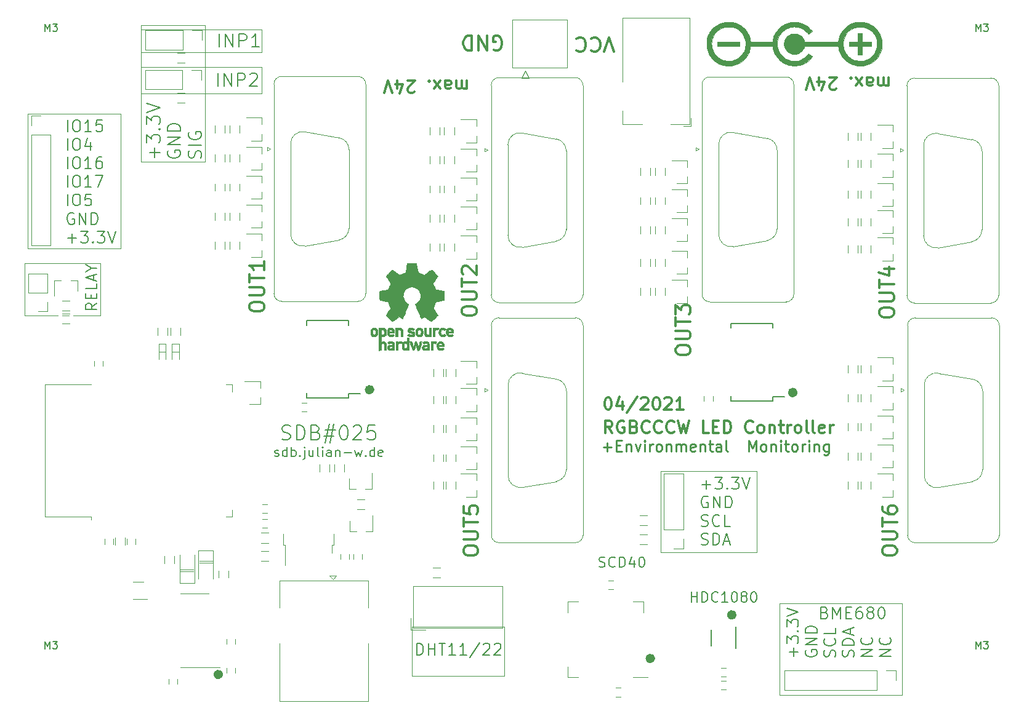
<source format=gto>
G04 #@! TF.GenerationSoftware,KiCad,Pcbnew,(5.1.9)-1*
G04 #@! TF.CreationDate,2021-04-19T10:18:59+02:00*
G04 #@! TF.ProjectId,esp32-light-controller,65737033-322d-46c6-9967-68742d636f6e,rev?*
G04 #@! TF.SameCoordinates,Original*
G04 #@! TF.FileFunction,Legend,Top*
G04 #@! TF.FilePolarity,Positive*
%FSLAX46Y46*%
G04 Gerber Fmt 4.6, Leading zero omitted, Abs format (unit mm)*
G04 Created by KiCad (PCBNEW (5.1.9)-1) date 2021-04-19 10:18:59*
%MOMM*%
%LPD*%
G01*
G04 APERTURE LIST*
%ADD10C,0.250000*%
%ADD11C,0.750000*%
%ADD12C,0.120000*%
%ADD13C,0.150000*%
%ADD14C,0.300000*%
%ADD15C,0.010000*%
%ADD16R,0.800000X0.750000*%
%ADD17C,3.200000*%
%ADD18R,0.400000X0.600000*%
%ADD19R,2.400000X1.500000*%
%ADD20R,1.750000X0.450000*%
%ADD21C,1.500000*%
%ADD22R,1.500000X1.500000*%
%ADD23C,1.000000*%
%ADD24R,1.200000X1.200000*%
%ADD25R,0.800000X1.500000*%
%ADD26R,1.500000X0.800000*%
%ADD27R,5.800000X6.400000*%
%ADD28R,1.200000X2.200000*%
%ADD29R,0.900000X2.000000*%
%ADD30R,2.000000X0.900000*%
%ADD31R,5.000000X5.000000*%
%ADD32R,0.900000X0.500000*%
%ADD33R,0.500000X0.900000*%
%ADD34R,0.900000X0.800000*%
%ADD35R,0.800000X0.900000*%
%ADD36R,0.650000X0.400000*%
%ADD37O,1.700000X1.700000*%
%ADD38R,1.700000X1.700000*%
%ADD39C,4.000000*%
%ADD40C,1.600000*%
%ADD41R,1.600000X1.600000*%
%ADD42R,3.500000X3.500000*%
%ADD43C,2.400000*%
%ADD44R,0.800000X0.800000*%
%ADD45R,1.200000X0.900000*%
%ADD46R,0.750000X0.800000*%
G04 APERTURE END LIST*
D10*
X130919642Y-114507142D02*
X132062500Y-114507142D01*
X131491071Y-115078571D02*
X131491071Y-113935714D01*
X132776785Y-114292857D02*
X133276785Y-114292857D01*
X133491071Y-115078571D02*
X132776785Y-115078571D01*
X132776785Y-113578571D01*
X133491071Y-113578571D01*
X134133928Y-114078571D02*
X134133928Y-115078571D01*
X134133928Y-114221428D02*
X134205357Y-114150000D01*
X134348214Y-114078571D01*
X134562500Y-114078571D01*
X134705357Y-114150000D01*
X134776785Y-114292857D01*
X134776785Y-115078571D01*
X135348214Y-114078571D02*
X135705357Y-115078571D01*
X136062500Y-114078571D01*
X136633928Y-115078571D02*
X136633928Y-114078571D01*
X136633928Y-113578571D02*
X136562500Y-113650000D01*
X136633928Y-113721428D01*
X136705357Y-113650000D01*
X136633928Y-113578571D01*
X136633928Y-113721428D01*
X137348214Y-115078571D02*
X137348214Y-114078571D01*
X137348214Y-114364285D02*
X137419642Y-114221428D01*
X137491071Y-114150000D01*
X137633928Y-114078571D01*
X137776785Y-114078571D01*
X138491071Y-115078571D02*
X138348214Y-115007142D01*
X138276785Y-114935714D01*
X138205357Y-114792857D01*
X138205357Y-114364285D01*
X138276785Y-114221428D01*
X138348214Y-114150000D01*
X138491071Y-114078571D01*
X138705357Y-114078571D01*
X138848214Y-114150000D01*
X138919642Y-114221428D01*
X138991071Y-114364285D01*
X138991071Y-114792857D01*
X138919642Y-114935714D01*
X138848214Y-115007142D01*
X138705357Y-115078571D01*
X138491071Y-115078571D01*
X139633928Y-114078571D02*
X139633928Y-115078571D01*
X139633928Y-114221428D02*
X139705357Y-114150000D01*
X139848214Y-114078571D01*
X140062500Y-114078571D01*
X140205357Y-114150000D01*
X140276785Y-114292857D01*
X140276785Y-115078571D01*
X140991071Y-115078571D02*
X140991071Y-114078571D01*
X140991071Y-114221428D02*
X141062500Y-114150000D01*
X141205357Y-114078571D01*
X141419642Y-114078571D01*
X141562500Y-114150000D01*
X141633928Y-114292857D01*
X141633928Y-115078571D01*
X141633928Y-114292857D02*
X141705357Y-114150000D01*
X141848214Y-114078571D01*
X142062500Y-114078571D01*
X142205357Y-114150000D01*
X142276785Y-114292857D01*
X142276785Y-115078571D01*
X143562500Y-115007142D02*
X143419642Y-115078571D01*
X143133928Y-115078571D01*
X142991071Y-115007142D01*
X142919642Y-114864285D01*
X142919642Y-114292857D01*
X142991071Y-114150000D01*
X143133928Y-114078571D01*
X143419642Y-114078571D01*
X143562500Y-114150000D01*
X143633928Y-114292857D01*
X143633928Y-114435714D01*
X142919642Y-114578571D01*
X144276785Y-114078571D02*
X144276785Y-115078571D01*
X144276785Y-114221428D02*
X144348214Y-114150000D01*
X144491071Y-114078571D01*
X144705357Y-114078571D01*
X144848214Y-114150000D01*
X144919642Y-114292857D01*
X144919642Y-115078571D01*
X145419642Y-114078571D02*
X145991071Y-114078571D01*
X145633928Y-113578571D02*
X145633928Y-114864285D01*
X145705357Y-115007142D01*
X145848214Y-115078571D01*
X145991071Y-115078571D01*
X147133928Y-115078571D02*
X147133928Y-114292857D01*
X147062500Y-114150000D01*
X146919642Y-114078571D01*
X146633928Y-114078571D01*
X146491071Y-114150000D01*
X147133928Y-115007142D02*
X146991071Y-115078571D01*
X146633928Y-115078571D01*
X146491071Y-115007142D01*
X146419642Y-114864285D01*
X146419642Y-114721428D01*
X146491071Y-114578571D01*
X146633928Y-114507142D01*
X146991071Y-114507142D01*
X147133928Y-114435714D01*
X148062500Y-115078571D02*
X147919642Y-115007142D01*
X147848214Y-114864285D01*
X147848214Y-113578571D01*
X150919642Y-115078571D02*
X150919642Y-113578571D01*
X151419642Y-114650000D01*
X151919642Y-113578571D01*
X151919642Y-115078571D01*
X152848214Y-115078571D02*
X152705357Y-115007142D01*
X152633928Y-114935714D01*
X152562500Y-114792857D01*
X152562500Y-114364285D01*
X152633928Y-114221428D01*
X152705357Y-114150000D01*
X152848214Y-114078571D01*
X153062500Y-114078571D01*
X153205357Y-114150000D01*
X153276785Y-114221428D01*
X153348214Y-114364285D01*
X153348214Y-114792857D01*
X153276785Y-114935714D01*
X153205357Y-115007142D01*
X153062500Y-115078571D01*
X152848214Y-115078571D01*
X153991071Y-114078571D02*
X153991071Y-115078571D01*
X153991071Y-114221428D02*
X154062500Y-114150000D01*
X154205357Y-114078571D01*
X154419642Y-114078571D01*
X154562500Y-114150000D01*
X154633928Y-114292857D01*
X154633928Y-115078571D01*
X155348214Y-115078571D02*
X155348214Y-114078571D01*
X155348214Y-113578571D02*
X155276785Y-113650000D01*
X155348214Y-113721428D01*
X155419642Y-113650000D01*
X155348214Y-113578571D01*
X155348214Y-113721428D01*
X155848214Y-114078571D02*
X156419642Y-114078571D01*
X156062500Y-113578571D02*
X156062500Y-114864285D01*
X156133928Y-115007142D01*
X156276785Y-115078571D01*
X156419642Y-115078571D01*
X157133928Y-115078571D02*
X156991071Y-115007142D01*
X156919642Y-114935714D01*
X156848214Y-114792857D01*
X156848214Y-114364285D01*
X156919642Y-114221428D01*
X156991071Y-114150000D01*
X157133928Y-114078571D01*
X157348214Y-114078571D01*
X157491071Y-114150000D01*
X157562500Y-114221428D01*
X157633928Y-114364285D01*
X157633928Y-114792857D01*
X157562500Y-114935714D01*
X157491071Y-115007142D01*
X157348214Y-115078571D01*
X157133928Y-115078571D01*
X158276785Y-115078571D02*
X158276785Y-114078571D01*
X158276785Y-114364285D02*
X158348214Y-114221428D01*
X158419642Y-114150000D01*
X158562500Y-114078571D01*
X158705357Y-114078571D01*
X159205357Y-115078571D02*
X159205357Y-114078571D01*
X159205357Y-113578571D02*
X159133928Y-113650000D01*
X159205357Y-113721428D01*
X159276785Y-113650000D01*
X159205357Y-113578571D01*
X159205357Y-113721428D01*
X159919642Y-114078571D02*
X159919642Y-115078571D01*
X159919642Y-114221428D02*
X159991071Y-114150000D01*
X160133928Y-114078571D01*
X160348214Y-114078571D01*
X160491071Y-114150000D01*
X160562500Y-114292857D01*
X160562500Y-115078571D01*
X161919642Y-114078571D02*
X161919642Y-115292857D01*
X161848214Y-115435714D01*
X161776785Y-115507142D01*
X161633928Y-115578571D01*
X161419642Y-115578571D01*
X161276785Y-115507142D01*
X161919642Y-115007142D02*
X161776785Y-115078571D01*
X161491071Y-115078571D01*
X161348214Y-115007142D01*
X161276785Y-114935714D01*
X161205357Y-114792857D01*
X161205357Y-114364285D01*
X161276785Y-114221428D01*
X161348214Y-114150000D01*
X161491071Y-114078571D01*
X161776785Y-114078571D01*
X161919642Y-114150000D01*
D11*
X78282843Y-145800000D02*
G75*
G03*
X78282843Y-145800000I-282843J0D01*
G01*
X148882843Y-137600000D02*
G75*
G03*
X148882843Y-137600000I-282843J0D01*
G01*
X137682843Y-143600000D02*
G75*
G03*
X137682843Y-143600000I-282843J0D01*
G01*
X157282843Y-107000000D02*
G75*
G03*
X157282843Y-107000000I-282843J0D01*
G01*
X99082843Y-106600000D02*
G75*
G03*
X99082843Y-106600000I-282843J0D01*
G01*
D12*
X71600000Y-101400000D02*
X72600000Y-101400000D01*
X69800000Y-101400000D02*
X70800000Y-101400000D01*
X77200000Y-130400000D02*
X75400000Y-130400000D01*
X77200000Y-130200000D02*
X75400000Y-130200000D01*
X72800000Y-131600000D02*
X74600000Y-131600000D01*
X72800000Y-131400000D02*
X74600000Y-131400000D01*
D13*
X54190476Y-57252380D02*
X54190476Y-56252380D01*
X54523809Y-56966666D01*
X54857142Y-56252380D01*
X54857142Y-57252380D01*
X55238095Y-56252380D02*
X55857142Y-56252380D01*
X55523809Y-56633333D01*
X55666666Y-56633333D01*
X55761904Y-56680952D01*
X55809523Y-56728571D01*
X55857142Y-56823809D01*
X55857142Y-57061904D01*
X55809523Y-57157142D01*
X55761904Y-57204761D01*
X55666666Y-57252380D01*
X55380952Y-57252380D01*
X55285714Y-57204761D01*
X55238095Y-57157142D01*
X182190476Y-57252380D02*
X182190476Y-56252380D01*
X182523809Y-56966666D01*
X182857142Y-56252380D01*
X182857142Y-57252380D01*
X183238095Y-56252380D02*
X183857142Y-56252380D01*
X183523809Y-56633333D01*
X183666666Y-56633333D01*
X183761904Y-56680952D01*
X183809523Y-56728571D01*
X183857142Y-56823809D01*
X183857142Y-57061904D01*
X183809523Y-57157142D01*
X183761904Y-57204761D01*
X183666666Y-57252380D01*
X183380952Y-57252380D01*
X183285714Y-57204761D01*
X183238095Y-57157142D01*
X182190476Y-142252380D02*
X182190476Y-141252380D01*
X182523809Y-141966666D01*
X182857142Y-141252380D01*
X182857142Y-142252380D01*
X183238095Y-141252380D02*
X183857142Y-141252380D01*
X183523809Y-141633333D01*
X183666666Y-141633333D01*
X183761904Y-141680952D01*
X183809523Y-141728571D01*
X183857142Y-141823809D01*
X183857142Y-142061904D01*
X183809523Y-142157142D01*
X183761904Y-142204761D01*
X183666666Y-142252380D01*
X183380952Y-142252380D01*
X183285714Y-142204761D01*
X183238095Y-142157142D01*
X54190476Y-142252380D02*
X54190476Y-141252380D01*
X54523809Y-141966666D01*
X54857142Y-141252380D01*
X54857142Y-142252380D01*
X55238095Y-141252380D02*
X55857142Y-141252380D01*
X55523809Y-141633333D01*
X55666666Y-141633333D01*
X55761904Y-141680952D01*
X55809523Y-141728571D01*
X55857142Y-141823809D01*
X55857142Y-142061904D01*
X55809523Y-142157142D01*
X55761904Y-142204761D01*
X55666666Y-142252380D01*
X55380952Y-142252380D01*
X55285714Y-142204761D01*
X55238095Y-142157142D01*
D14*
X170200238Y-63630952D02*
X170200238Y-64764285D01*
X170200238Y-64602380D02*
X170119285Y-64683333D01*
X169957380Y-64764285D01*
X169714523Y-64764285D01*
X169552619Y-64683333D01*
X169471666Y-64521428D01*
X169471666Y-63630952D01*
X169471666Y-64521428D02*
X169390714Y-64683333D01*
X169228809Y-64764285D01*
X168985952Y-64764285D01*
X168824047Y-64683333D01*
X168743095Y-64521428D01*
X168743095Y-63630952D01*
X167205000Y-63630952D02*
X167205000Y-64521428D01*
X167285952Y-64683333D01*
X167447857Y-64764285D01*
X167771666Y-64764285D01*
X167933571Y-64683333D01*
X167205000Y-63711904D02*
X167366904Y-63630952D01*
X167771666Y-63630952D01*
X167933571Y-63711904D01*
X168014523Y-63873809D01*
X168014523Y-64035714D01*
X167933571Y-64197619D01*
X167771666Y-64278571D01*
X167366904Y-64278571D01*
X167205000Y-64359523D01*
X166557380Y-63630952D02*
X165666904Y-64764285D01*
X166557380Y-64764285D02*
X165666904Y-63630952D01*
X165019285Y-63792857D02*
X164938333Y-63711904D01*
X165019285Y-63630952D01*
X165100238Y-63711904D01*
X165019285Y-63792857D01*
X165019285Y-63630952D01*
X162995476Y-65169047D02*
X162914523Y-65250000D01*
X162752619Y-65330952D01*
X162347857Y-65330952D01*
X162185952Y-65250000D01*
X162105000Y-65169047D01*
X162024047Y-65007142D01*
X162024047Y-64845238D01*
X162105000Y-64602380D01*
X163076428Y-63630952D01*
X162024047Y-63630952D01*
X160566904Y-64764285D02*
X160566904Y-63630952D01*
X160971666Y-65411904D02*
X161376428Y-64197619D01*
X160324047Y-64197619D01*
X159919285Y-65330952D02*
X159352619Y-63630952D01*
X158785952Y-65330952D01*
X112200238Y-64030952D02*
X112200238Y-65164285D01*
X112200238Y-65002380D02*
X112119285Y-65083333D01*
X111957380Y-65164285D01*
X111714523Y-65164285D01*
X111552619Y-65083333D01*
X111471666Y-64921428D01*
X111471666Y-64030952D01*
X111471666Y-64921428D02*
X111390714Y-65083333D01*
X111228809Y-65164285D01*
X110985952Y-65164285D01*
X110824047Y-65083333D01*
X110743095Y-64921428D01*
X110743095Y-64030952D01*
X109205000Y-64030952D02*
X109205000Y-64921428D01*
X109285952Y-65083333D01*
X109447857Y-65164285D01*
X109771666Y-65164285D01*
X109933571Y-65083333D01*
X109205000Y-64111904D02*
X109366904Y-64030952D01*
X109771666Y-64030952D01*
X109933571Y-64111904D01*
X110014523Y-64273809D01*
X110014523Y-64435714D01*
X109933571Y-64597619D01*
X109771666Y-64678571D01*
X109366904Y-64678571D01*
X109205000Y-64759523D01*
X108557380Y-64030952D02*
X107666904Y-65164285D01*
X108557380Y-65164285D02*
X107666904Y-64030952D01*
X107019285Y-64192857D02*
X106938333Y-64111904D01*
X107019285Y-64030952D01*
X107100238Y-64111904D01*
X107019285Y-64192857D01*
X107019285Y-64030952D01*
X104995476Y-65569047D02*
X104914523Y-65650000D01*
X104752619Y-65730952D01*
X104347857Y-65730952D01*
X104185952Y-65650000D01*
X104105000Y-65569047D01*
X104024047Y-65407142D01*
X104024047Y-65245238D01*
X104105000Y-65002380D01*
X105076428Y-64030952D01*
X104024047Y-64030952D01*
X102566904Y-65164285D02*
X102566904Y-64030952D01*
X102971666Y-65811904D02*
X103376428Y-64597619D01*
X102324047Y-64597619D01*
X101919285Y-65730952D02*
X101352619Y-64030952D01*
X100785952Y-65730952D01*
X131523571Y-107669047D02*
X131685476Y-107669047D01*
X131847380Y-107750000D01*
X131928333Y-107830952D01*
X132009285Y-107992857D01*
X132090238Y-108316666D01*
X132090238Y-108721428D01*
X132009285Y-109045238D01*
X131928333Y-109207142D01*
X131847380Y-109288095D01*
X131685476Y-109369047D01*
X131523571Y-109369047D01*
X131361666Y-109288095D01*
X131280714Y-109207142D01*
X131199761Y-109045238D01*
X131118809Y-108721428D01*
X131118809Y-108316666D01*
X131199761Y-107992857D01*
X131280714Y-107830952D01*
X131361666Y-107750000D01*
X131523571Y-107669047D01*
X133547380Y-108235714D02*
X133547380Y-109369047D01*
X133142619Y-107588095D02*
X132737857Y-108802380D01*
X133790238Y-108802380D01*
X135652142Y-107588095D02*
X134195000Y-109773809D01*
X136137857Y-107830952D02*
X136218809Y-107750000D01*
X136380714Y-107669047D01*
X136785476Y-107669047D01*
X136947380Y-107750000D01*
X137028333Y-107830952D01*
X137109285Y-107992857D01*
X137109285Y-108154761D01*
X137028333Y-108397619D01*
X136056904Y-109369047D01*
X137109285Y-109369047D01*
X138161666Y-107669047D02*
X138323571Y-107669047D01*
X138485476Y-107750000D01*
X138566428Y-107830952D01*
X138647380Y-107992857D01*
X138728333Y-108316666D01*
X138728333Y-108721428D01*
X138647380Y-109045238D01*
X138566428Y-109207142D01*
X138485476Y-109288095D01*
X138323571Y-109369047D01*
X138161666Y-109369047D01*
X137999761Y-109288095D01*
X137918809Y-109207142D01*
X137837857Y-109045238D01*
X137756904Y-108721428D01*
X137756904Y-108316666D01*
X137837857Y-107992857D01*
X137918809Y-107830952D01*
X137999761Y-107750000D01*
X138161666Y-107669047D01*
X139375952Y-107830952D02*
X139456904Y-107750000D01*
X139618809Y-107669047D01*
X140023571Y-107669047D01*
X140185476Y-107750000D01*
X140266428Y-107830952D01*
X140347380Y-107992857D01*
X140347380Y-108154761D01*
X140266428Y-108397619D01*
X139295000Y-109369047D01*
X140347380Y-109369047D01*
X141966428Y-109369047D02*
X140995000Y-109369047D01*
X141480714Y-109369047D02*
X141480714Y-107669047D01*
X141318809Y-107911904D01*
X141156904Y-108073809D01*
X140995000Y-108154761D01*
X132171190Y-112569047D02*
X131604523Y-111759523D01*
X131199761Y-112569047D02*
X131199761Y-110869047D01*
X131847380Y-110869047D01*
X132009285Y-110950000D01*
X132090238Y-111030952D01*
X132171190Y-111192857D01*
X132171190Y-111435714D01*
X132090238Y-111597619D01*
X132009285Y-111678571D01*
X131847380Y-111759523D01*
X131199761Y-111759523D01*
X133790238Y-110950000D02*
X133628333Y-110869047D01*
X133385476Y-110869047D01*
X133142619Y-110950000D01*
X132980714Y-111111904D01*
X132899761Y-111273809D01*
X132818809Y-111597619D01*
X132818809Y-111840476D01*
X132899761Y-112164285D01*
X132980714Y-112326190D01*
X133142619Y-112488095D01*
X133385476Y-112569047D01*
X133547380Y-112569047D01*
X133790238Y-112488095D01*
X133871190Y-112407142D01*
X133871190Y-111840476D01*
X133547380Y-111840476D01*
X135166428Y-111678571D02*
X135409285Y-111759523D01*
X135490238Y-111840476D01*
X135571190Y-112002380D01*
X135571190Y-112245238D01*
X135490238Y-112407142D01*
X135409285Y-112488095D01*
X135247380Y-112569047D01*
X134599761Y-112569047D01*
X134599761Y-110869047D01*
X135166428Y-110869047D01*
X135328333Y-110950000D01*
X135409285Y-111030952D01*
X135490238Y-111192857D01*
X135490238Y-111354761D01*
X135409285Y-111516666D01*
X135328333Y-111597619D01*
X135166428Y-111678571D01*
X134599761Y-111678571D01*
X137271190Y-112407142D02*
X137190238Y-112488095D01*
X136947380Y-112569047D01*
X136785476Y-112569047D01*
X136542619Y-112488095D01*
X136380714Y-112326190D01*
X136299761Y-112164285D01*
X136218809Y-111840476D01*
X136218809Y-111597619D01*
X136299761Y-111273809D01*
X136380714Y-111111904D01*
X136542619Y-110950000D01*
X136785476Y-110869047D01*
X136947380Y-110869047D01*
X137190238Y-110950000D01*
X137271190Y-111030952D01*
X138971190Y-112407142D02*
X138890238Y-112488095D01*
X138647380Y-112569047D01*
X138485476Y-112569047D01*
X138242619Y-112488095D01*
X138080714Y-112326190D01*
X137999761Y-112164285D01*
X137918809Y-111840476D01*
X137918809Y-111597619D01*
X137999761Y-111273809D01*
X138080714Y-111111904D01*
X138242619Y-110950000D01*
X138485476Y-110869047D01*
X138647380Y-110869047D01*
X138890238Y-110950000D01*
X138971190Y-111030952D01*
X140671190Y-112407142D02*
X140590238Y-112488095D01*
X140347380Y-112569047D01*
X140185476Y-112569047D01*
X139942619Y-112488095D01*
X139780714Y-112326190D01*
X139699761Y-112164285D01*
X139618809Y-111840476D01*
X139618809Y-111597619D01*
X139699761Y-111273809D01*
X139780714Y-111111904D01*
X139942619Y-110950000D01*
X140185476Y-110869047D01*
X140347380Y-110869047D01*
X140590238Y-110950000D01*
X140671190Y-111030952D01*
X141237857Y-110869047D02*
X141642619Y-112569047D01*
X141966428Y-111354761D01*
X142290238Y-112569047D01*
X142695000Y-110869047D01*
X145447380Y-112569047D02*
X144637857Y-112569047D01*
X144637857Y-110869047D01*
X146014047Y-111678571D02*
X146580714Y-111678571D01*
X146823571Y-112569047D02*
X146014047Y-112569047D01*
X146014047Y-110869047D01*
X146823571Y-110869047D01*
X147552142Y-112569047D02*
X147552142Y-110869047D01*
X147956904Y-110869047D01*
X148199761Y-110950000D01*
X148361666Y-111111904D01*
X148442619Y-111273809D01*
X148523571Y-111597619D01*
X148523571Y-111840476D01*
X148442619Y-112164285D01*
X148361666Y-112326190D01*
X148199761Y-112488095D01*
X147956904Y-112569047D01*
X147552142Y-112569047D01*
X151518809Y-112407142D02*
X151437857Y-112488095D01*
X151195000Y-112569047D01*
X151033095Y-112569047D01*
X150790238Y-112488095D01*
X150628333Y-112326190D01*
X150547380Y-112164285D01*
X150466428Y-111840476D01*
X150466428Y-111597619D01*
X150547380Y-111273809D01*
X150628333Y-111111904D01*
X150790238Y-110950000D01*
X151033095Y-110869047D01*
X151195000Y-110869047D01*
X151437857Y-110950000D01*
X151518809Y-111030952D01*
X152490238Y-112569047D02*
X152328333Y-112488095D01*
X152247380Y-112407142D01*
X152166428Y-112245238D01*
X152166428Y-111759523D01*
X152247380Y-111597619D01*
X152328333Y-111516666D01*
X152490238Y-111435714D01*
X152733095Y-111435714D01*
X152895000Y-111516666D01*
X152975952Y-111597619D01*
X153056904Y-111759523D01*
X153056904Y-112245238D01*
X152975952Y-112407142D01*
X152895000Y-112488095D01*
X152733095Y-112569047D01*
X152490238Y-112569047D01*
X153785476Y-111435714D02*
X153785476Y-112569047D01*
X153785476Y-111597619D02*
X153866428Y-111516666D01*
X154028333Y-111435714D01*
X154271190Y-111435714D01*
X154433095Y-111516666D01*
X154514047Y-111678571D01*
X154514047Y-112569047D01*
X155080714Y-111435714D02*
X155728333Y-111435714D01*
X155323571Y-110869047D02*
X155323571Y-112326190D01*
X155404523Y-112488095D01*
X155566428Y-112569047D01*
X155728333Y-112569047D01*
X156295000Y-112569047D02*
X156295000Y-111435714D01*
X156295000Y-111759523D02*
X156375952Y-111597619D01*
X156456904Y-111516666D01*
X156618809Y-111435714D01*
X156780714Y-111435714D01*
X157590238Y-112569047D02*
X157428333Y-112488095D01*
X157347380Y-112407142D01*
X157266428Y-112245238D01*
X157266428Y-111759523D01*
X157347380Y-111597619D01*
X157428333Y-111516666D01*
X157590238Y-111435714D01*
X157833095Y-111435714D01*
X157995000Y-111516666D01*
X158075952Y-111597619D01*
X158156904Y-111759523D01*
X158156904Y-112245238D01*
X158075952Y-112407142D01*
X157995000Y-112488095D01*
X157833095Y-112569047D01*
X157590238Y-112569047D01*
X159128333Y-112569047D02*
X158966428Y-112488095D01*
X158885476Y-112326190D01*
X158885476Y-110869047D01*
X160018809Y-112569047D02*
X159856904Y-112488095D01*
X159775952Y-112326190D01*
X159775952Y-110869047D01*
X161314047Y-112488095D02*
X161152142Y-112569047D01*
X160828333Y-112569047D01*
X160666428Y-112488095D01*
X160585476Y-112326190D01*
X160585476Y-111678571D01*
X160666428Y-111516666D01*
X160828333Y-111435714D01*
X161152142Y-111435714D01*
X161314047Y-111516666D01*
X161395000Y-111678571D01*
X161395000Y-111840476D01*
X160585476Y-112002380D01*
X162123571Y-112569047D02*
X162123571Y-111435714D01*
X162123571Y-111759523D02*
X162204523Y-111597619D01*
X162285476Y-111516666D01*
X162447380Y-111435714D01*
X162609285Y-111435714D01*
D13*
X85771428Y-115726190D02*
X85895238Y-115788095D01*
X86142857Y-115788095D01*
X86266666Y-115726190D01*
X86328571Y-115602380D01*
X86328571Y-115540476D01*
X86266666Y-115416666D01*
X86142857Y-115354761D01*
X85957142Y-115354761D01*
X85833333Y-115292857D01*
X85771428Y-115169047D01*
X85771428Y-115107142D01*
X85833333Y-114983333D01*
X85957142Y-114921428D01*
X86142857Y-114921428D01*
X86266666Y-114983333D01*
X87442857Y-115788095D02*
X87442857Y-114488095D01*
X87442857Y-115726190D02*
X87319047Y-115788095D01*
X87071428Y-115788095D01*
X86947619Y-115726190D01*
X86885714Y-115664285D01*
X86823809Y-115540476D01*
X86823809Y-115169047D01*
X86885714Y-115045238D01*
X86947619Y-114983333D01*
X87071428Y-114921428D01*
X87319047Y-114921428D01*
X87442857Y-114983333D01*
X88061904Y-115788095D02*
X88061904Y-114488095D01*
X88061904Y-114983333D02*
X88185714Y-114921428D01*
X88433333Y-114921428D01*
X88557142Y-114983333D01*
X88619047Y-115045238D01*
X88680952Y-115169047D01*
X88680952Y-115540476D01*
X88619047Y-115664285D01*
X88557142Y-115726190D01*
X88433333Y-115788095D01*
X88185714Y-115788095D01*
X88061904Y-115726190D01*
X89238095Y-115664285D02*
X89300000Y-115726190D01*
X89238095Y-115788095D01*
X89176190Y-115726190D01*
X89238095Y-115664285D01*
X89238095Y-115788095D01*
X89857142Y-114921428D02*
X89857142Y-116035714D01*
X89795238Y-116159523D01*
X89671428Y-116221428D01*
X89609523Y-116221428D01*
X89857142Y-114488095D02*
X89795238Y-114550000D01*
X89857142Y-114611904D01*
X89919047Y-114550000D01*
X89857142Y-114488095D01*
X89857142Y-114611904D01*
X91033333Y-114921428D02*
X91033333Y-115788095D01*
X90476190Y-114921428D02*
X90476190Y-115602380D01*
X90538095Y-115726190D01*
X90661904Y-115788095D01*
X90847619Y-115788095D01*
X90971428Y-115726190D01*
X91033333Y-115664285D01*
X91838095Y-115788095D02*
X91714285Y-115726190D01*
X91652380Y-115602380D01*
X91652380Y-114488095D01*
X92333333Y-115788095D02*
X92333333Y-114921428D01*
X92333333Y-114488095D02*
X92271428Y-114550000D01*
X92333333Y-114611904D01*
X92395238Y-114550000D01*
X92333333Y-114488095D01*
X92333333Y-114611904D01*
X93509523Y-115788095D02*
X93509523Y-115107142D01*
X93447619Y-114983333D01*
X93323809Y-114921428D01*
X93076190Y-114921428D01*
X92952380Y-114983333D01*
X93509523Y-115726190D02*
X93385714Y-115788095D01*
X93076190Y-115788095D01*
X92952380Y-115726190D01*
X92890476Y-115602380D01*
X92890476Y-115478571D01*
X92952380Y-115354761D01*
X93076190Y-115292857D01*
X93385714Y-115292857D01*
X93509523Y-115230952D01*
X94128571Y-114921428D02*
X94128571Y-115788095D01*
X94128571Y-115045238D02*
X94190476Y-114983333D01*
X94314285Y-114921428D01*
X94500000Y-114921428D01*
X94623809Y-114983333D01*
X94685714Y-115107142D01*
X94685714Y-115788095D01*
X95304761Y-115292857D02*
X96295238Y-115292857D01*
X96790476Y-114921428D02*
X97038095Y-115788095D01*
X97285714Y-115169047D01*
X97533333Y-115788095D01*
X97780952Y-114921428D01*
X98276190Y-115664285D02*
X98338095Y-115726190D01*
X98276190Y-115788095D01*
X98214285Y-115726190D01*
X98276190Y-115664285D01*
X98276190Y-115788095D01*
X99452380Y-115788095D02*
X99452380Y-114488095D01*
X99452380Y-115726190D02*
X99328571Y-115788095D01*
X99080952Y-115788095D01*
X98957142Y-115726190D01*
X98895238Y-115664285D01*
X98833333Y-115540476D01*
X98833333Y-115169047D01*
X98895238Y-115045238D01*
X98957142Y-114983333D01*
X99080952Y-114921428D01*
X99328571Y-114921428D01*
X99452380Y-114983333D01*
X100566666Y-115726190D02*
X100442857Y-115788095D01*
X100195238Y-115788095D01*
X100071428Y-115726190D01*
X100009523Y-115602380D01*
X100009523Y-115107142D01*
X100071428Y-114983333D01*
X100195238Y-114921428D01*
X100442857Y-114921428D01*
X100566666Y-114983333D01*
X100628571Y-115107142D01*
X100628571Y-115230952D01*
X100009523Y-115354761D01*
X86771428Y-113409523D02*
X87057142Y-113504761D01*
X87533333Y-113504761D01*
X87723809Y-113409523D01*
X87819047Y-113314285D01*
X87914285Y-113123809D01*
X87914285Y-112933333D01*
X87819047Y-112742857D01*
X87723809Y-112647619D01*
X87533333Y-112552380D01*
X87152380Y-112457142D01*
X86961904Y-112361904D01*
X86866666Y-112266666D01*
X86771428Y-112076190D01*
X86771428Y-111885714D01*
X86866666Y-111695238D01*
X86961904Y-111600000D01*
X87152380Y-111504761D01*
X87628571Y-111504761D01*
X87914285Y-111600000D01*
X88771428Y-113504761D02*
X88771428Y-111504761D01*
X89247619Y-111504761D01*
X89533333Y-111600000D01*
X89723809Y-111790476D01*
X89819047Y-111980952D01*
X89914285Y-112361904D01*
X89914285Y-112647619D01*
X89819047Y-113028571D01*
X89723809Y-113219047D01*
X89533333Y-113409523D01*
X89247619Y-113504761D01*
X88771428Y-113504761D01*
X91438095Y-112457142D02*
X91723809Y-112552380D01*
X91819047Y-112647619D01*
X91914285Y-112838095D01*
X91914285Y-113123809D01*
X91819047Y-113314285D01*
X91723809Y-113409523D01*
X91533333Y-113504761D01*
X90771428Y-113504761D01*
X90771428Y-111504761D01*
X91438095Y-111504761D01*
X91628571Y-111600000D01*
X91723809Y-111695238D01*
X91819047Y-111885714D01*
X91819047Y-112076190D01*
X91723809Y-112266666D01*
X91628571Y-112361904D01*
X91438095Y-112457142D01*
X90771428Y-112457142D01*
X92676190Y-112171428D02*
X94104761Y-112171428D01*
X93247619Y-111314285D02*
X92676190Y-113885714D01*
X93914285Y-113028571D02*
X92485714Y-113028571D01*
X93342857Y-113885714D02*
X93914285Y-111314285D01*
X95152380Y-111504761D02*
X95342857Y-111504761D01*
X95533333Y-111600000D01*
X95628571Y-111695238D01*
X95723809Y-111885714D01*
X95819047Y-112266666D01*
X95819047Y-112742857D01*
X95723809Y-113123809D01*
X95628571Y-113314285D01*
X95533333Y-113409523D01*
X95342857Y-113504761D01*
X95152380Y-113504761D01*
X94961904Y-113409523D01*
X94866666Y-113314285D01*
X94771428Y-113123809D01*
X94676190Y-112742857D01*
X94676190Y-112266666D01*
X94771428Y-111885714D01*
X94866666Y-111695238D01*
X94961904Y-111600000D01*
X95152380Y-111504761D01*
X96580952Y-111695238D02*
X96676190Y-111600000D01*
X96866666Y-111504761D01*
X97342857Y-111504761D01*
X97533333Y-111600000D01*
X97628571Y-111695238D01*
X97723809Y-111885714D01*
X97723809Y-112076190D01*
X97628571Y-112361904D01*
X96485714Y-113504761D01*
X97723809Y-113504761D01*
X99533333Y-111504761D02*
X98580952Y-111504761D01*
X98485714Y-112457142D01*
X98580952Y-112361904D01*
X98771428Y-112266666D01*
X99247619Y-112266666D01*
X99438095Y-112361904D01*
X99533333Y-112457142D01*
X99628571Y-112647619D01*
X99628571Y-113123809D01*
X99533333Y-113314285D01*
X99438095Y-113409523D01*
X99247619Y-113504761D01*
X98771428Y-113504761D01*
X98580952Y-113409523D01*
X98485714Y-113314285D01*
X130364166Y-130966666D02*
X130564166Y-131033333D01*
X130897500Y-131033333D01*
X131030833Y-130966666D01*
X131097500Y-130900000D01*
X131164166Y-130766666D01*
X131164166Y-130633333D01*
X131097500Y-130500000D01*
X131030833Y-130433333D01*
X130897500Y-130366666D01*
X130630833Y-130300000D01*
X130497500Y-130233333D01*
X130430833Y-130166666D01*
X130364166Y-130033333D01*
X130364166Y-129900000D01*
X130430833Y-129766666D01*
X130497500Y-129700000D01*
X130630833Y-129633333D01*
X130964166Y-129633333D01*
X131164166Y-129700000D01*
X132564166Y-130900000D02*
X132497500Y-130966666D01*
X132297500Y-131033333D01*
X132164166Y-131033333D01*
X131964166Y-130966666D01*
X131830833Y-130833333D01*
X131764166Y-130700000D01*
X131697500Y-130433333D01*
X131697500Y-130233333D01*
X131764166Y-129966666D01*
X131830833Y-129833333D01*
X131964166Y-129700000D01*
X132164166Y-129633333D01*
X132297500Y-129633333D01*
X132497500Y-129700000D01*
X132564166Y-129766666D01*
X133164166Y-131033333D02*
X133164166Y-129633333D01*
X133497500Y-129633333D01*
X133697500Y-129700000D01*
X133830833Y-129833333D01*
X133897500Y-129966666D01*
X133964166Y-130233333D01*
X133964166Y-130433333D01*
X133897500Y-130700000D01*
X133830833Y-130833333D01*
X133697500Y-130966666D01*
X133497500Y-131033333D01*
X133164166Y-131033333D01*
X135164166Y-130100000D02*
X135164166Y-131033333D01*
X134830833Y-129566666D02*
X134497500Y-130566666D01*
X135364166Y-130566666D01*
X136164166Y-129633333D02*
X136297500Y-129633333D01*
X136430833Y-129700000D01*
X136497500Y-129766666D01*
X136564166Y-129900000D01*
X136630833Y-130166666D01*
X136630833Y-130500000D01*
X136564166Y-130766666D01*
X136497500Y-130900000D01*
X136430833Y-130966666D01*
X136297500Y-131033333D01*
X136164166Y-131033333D01*
X136030833Y-130966666D01*
X135964166Y-130900000D01*
X135897500Y-130766666D01*
X135830833Y-130500000D01*
X135830833Y-130166666D01*
X135897500Y-129900000D01*
X135964166Y-129766666D01*
X136030833Y-129700000D01*
X136164166Y-129633333D01*
X143030833Y-135833333D02*
X143030833Y-134433333D01*
X143030833Y-135100000D02*
X143830833Y-135100000D01*
X143830833Y-135833333D02*
X143830833Y-134433333D01*
X144497500Y-135833333D02*
X144497500Y-134433333D01*
X144830833Y-134433333D01*
X145030833Y-134500000D01*
X145164166Y-134633333D01*
X145230833Y-134766666D01*
X145297500Y-135033333D01*
X145297500Y-135233333D01*
X145230833Y-135500000D01*
X145164166Y-135633333D01*
X145030833Y-135766666D01*
X144830833Y-135833333D01*
X144497500Y-135833333D01*
X146697500Y-135700000D02*
X146630833Y-135766666D01*
X146430833Y-135833333D01*
X146297500Y-135833333D01*
X146097500Y-135766666D01*
X145964166Y-135633333D01*
X145897500Y-135500000D01*
X145830833Y-135233333D01*
X145830833Y-135033333D01*
X145897500Y-134766666D01*
X145964166Y-134633333D01*
X146097500Y-134500000D01*
X146297500Y-134433333D01*
X146430833Y-134433333D01*
X146630833Y-134500000D01*
X146697500Y-134566666D01*
X148030833Y-135833333D02*
X147230833Y-135833333D01*
X147630833Y-135833333D02*
X147630833Y-134433333D01*
X147497500Y-134633333D01*
X147364166Y-134766666D01*
X147230833Y-134833333D01*
X148897500Y-134433333D02*
X149030833Y-134433333D01*
X149164166Y-134500000D01*
X149230833Y-134566666D01*
X149297500Y-134700000D01*
X149364166Y-134966666D01*
X149364166Y-135300000D01*
X149297500Y-135566666D01*
X149230833Y-135700000D01*
X149164166Y-135766666D01*
X149030833Y-135833333D01*
X148897500Y-135833333D01*
X148764166Y-135766666D01*
X148697500Y-135700000D01*
X148630833Y-135566666D01*
X148564166Y-135300000D01*
X148564166Y-134966666D01*
X148630833Y-134700000D01*
X148697500Y-134566666D01*
X148764166Y-134500000D01*
X148897500Y-134433333D01*
X150164166Y-135033333D02*
X150030833Y-134966666D01*
X149964166Y-134900000D01*
X149897500Y-134766666D01*
X149897500Y-134700000D01*
X149964166Y-134566666D01*
X150030833Y-134500000D01*
X150164166Y-134433333D01*
X150430833Y-134433333D01*
X150564166Y-134500000D01*
X150630833Y-134566666D01*
X150697500Y-134700000D01*
X150697500Y-134766666D01*
X150630833Y-134900000D01*
X150564166Y-134966666D01*
X150430833Y-135033333D01*
X150164166Y-135033333D01*
X150030833Y-135100000D01*
X149964166Y-135166666D01*
X149897500Y-135300000D01*
X149897500Y-135566666D01*
X149964166Y-135700000D01*
X150030833Y-135766666D01*
X150164166Y-135833333D01*
X150430833Y-135833333D01*
X150564166Y-135766666D01*
X150630833Y-135700000D01*
X150697500Y-135566666D01*
X150697500Y-135300000D01*
X150630833Y-135166666D01*
X150564166Y-135100000D01*
X150430833Y-135033333D01*
X151564166Y-134433333D02*
X151697500Y-134433333D01*
X151830833Y-134500000D01*
X151897500Y-134566666D01*
X151964166Y-134700000D01*
X152030833Y-134966666D01*
X152030833Y-135300000D01*
X151964166Y-135566666D01*
X151897500Y-135700000D01*
X151830833Y-135766666D01*
X151697500Y-135833333D01*
X151564166Y-135833333D01*
X151430833Y-135766666D01*
X151364166Y-135700000D01*
X151297500Y-135566666D01*
X151230833Y-135300000D01*
X151230833Y-134966666D01*
X151297500Y-134700000D01*
X151364166Y-134566666D01*
X151430833Y-134500000D01*
X151564166Y-134433333D01*
D14*
X132414523Y-60095238D02*
X131747857Y-58095238D01*
X131081190Y-60095238D01*
X129271666Y-58285714D02*
X129366904Y-58190476D01*
X129652619Y-58095238D01*
X129843095Y-58095238D01*
X130128809Y-58190476D01*
X130319285Y-58380952D01*
X130414523Y-58571428D01*
X130509761Y-58952380D01*
X130509761Y-59238095D01*
X130414523Y-59619047D01*
X130319285Y-59809523D01*
X130128809Y-60000000D01*
X129843095Y-60095238D01*
X129652619Y-60095238D01*
X129366904Y-60000000D01*
X129271666Y-59904761D01*
X127271666Y-58285714D02*
X127366904Y-58190476D01*
X127652619Y-58095238D01*
X127843095Y-58095238D01*
X128128809Y-58190476D01*
X128319285Y-58380952D01*
X128414523Y-58571428D01*
X128509761Y-58952380D01*
X128509761Y-59238095D01*
X128414523Y-59619047D01*
X128319285Y-59809523D01*
X128128809Y-60000000D01*
X127843095Y-60095238D01*
X127652619Y-60095238D01*
X127366904Y-60000000D01*
X127271666Y-59904761D01*
X115881190Y-59800000D02*
X116071666Y-59895238D01*
X116357380Y-59895238D01*
X116643095Y-59800000D01*
X116833571Y-59609523D01*
X116928809Y-59419047D01*
X117024047Y-59038095D01*
X117024047Y-58752380D01*
X116928809Y-58371428D01*
X116833571Y-58180952D01*
X116643095Y-57990476D01*
X116357380Y-57895238D01*
X116166904Y-57895238D01*
X115881190Y-57990476D01*
X115785952Y-58085714D01*
X115785952Y-58752380D01*
X116166904Y-58752380D01*
X114928809Y-57895238D02*
X114928809Y-59895238D01*
X113785952Y-57895238D01*
X113785952Y-59895238D01*
X112833571Y-57895238D02*
X112833571Y-59895238D01*
X112357380Y-59895238D01*
X112071666Y-59800000D01*
X111881190Y-59609523D01*
X111785952Y-59419047D01*
X111690714Y-59038095D01*
X111690714Y-58752380D01*
X111785952Y-58371428D01*
X111881190Y-58180952D01*
X112071666Y-57990476D01*
X112357380Y-57895238D01*
X112833571Y-57895238D01*
X169304761Y-128947857D02*
X169304761Y-128566904D01*
X169400000Y-128376428D01*
X169590476Y-128185952D01*
X169971428Y-128090714D01*
X170638095Y-128090714D01*
X171019047Y-128185952D01*
X171209523Y-128376428D01*
X171304761Y-128566904D01*
X171304761Y-128947857D01*
X171209523Y-129138333D01*
X171019047Y-129328809D01*
X170638095Y-129424047D01*
X169971428Y-129424047D01*
X169590476Y-129328809D01*
X169400000Y-129138333D01*
X169304761Y-128947857D01*
X169304761Y-127233571D02*
X170923809Y-127233571D01*
X171114285Y-127138333D01*
X171209523Y-127043095D01*
X171304761Y-126852619D01*
X171304761Y-126471666D01*
X171209523Y-126281190D01*
X171114285Y-126185952D01*
X170923809Y-126090714D01*
X169304761Y-126090714D01*
X169304761Y-125424047D02*
X169304761Y-124281190D01*
X171304761Y-124852619D02*
X169304761Y-124852619D01*
X169304761Y-122757380D02*
X169304761Y-123138333D01*
X169400000Y-123328809D01*
X169495238Y-123424047D01*
X169780952Y-123614523D01*
X170161904Y-123709761D01*
X170923809Y-123709761D01*
X171114285Y-123614523D01*
X171209523Y-123519285D01*
X171304761Y-123328809D01*
X171304761Y-122947857D01*
X171209523Y-122757380D01*
X171114285Y-122662142D01*
X170923809Y-122566904D01*
X170447619Y-122566904D01*
X170257142Y-122662142D01*
X170161904Y-122757380D01*
X170066666Y-122947857D01*
X170066666Y-123328809D01*
X170161904Y-123519285D01*
X170257142Y-123614523D01*
X170447619Y-123709761D01*
X168904761Y-96147857D02*
X168904761Y-95766904D01*
X169000000Y-95576428D01*
X169190476Y-95385952D01*
X169571428Y-95290714D01*
X170238095Y-95290714D01*
X170619047Y-95385952D01*
X170809523Y-95576428D01*
X170904761Y-95766904D01*
X170904761Y-96147857D01*
X170809523Y-96338333D01*
X170619047Y-96528809D01*
X170238095Y-96624047D01*
X169571428Y-96624047D01*
X169190476Y-96528809D01*
X169000000Y-96338333D01*
X168904761Y-96147857D01*
X168904761Y-94433571D02*
X170523809Y-94433571D01*
X170714285Y-94338333D01*
X170809523Y-94243095D01*
X170904761Y-94052619D01*
X170904761Y-93671666D01*
X170809523Y-93481190D01*
X170714285Y-93385952D01*
X170523809Y-93290714D01*
X168904761Y-93290714D01*
X168904761Y-92624047D02*
X168904761Y-91481190D01*
X170904761Y-92052619D02*
X168904761Y-92052619D01*
X169571428Y-89957380D02*
X170904761Y-89957380D01*
X168809523Y-90433571D02*
X170238095Y-90909761D01*
X170238095Y-89671666D01*
X140904761Y-101347857D02*
X140904761Y-100966904D01*
X141000000Y-100776428D01*
X141190476Y-100585952D01*
X141571428Y-100490714D01*
X142238095Y-100490714D01*
X142619047Y-100585952D01*
X142809523Y-100776428D01*
X142904761Y-100966904D01*
X142904761Y-101347857D01*
X142809523Y-101538333D01*
X142619047Y-101728809D01*
X142238095Y-101824047D01*
X141571428Y-101824047D01*
X141190476Y-101728809D01*
X141000000Y-101538333D01*
X140904761Y-101347857D01*
X140904761Y-99633571D02*
X142523809Y-99633571D01*
X142714285Y-99538333D01*
X142809523Y-99443095D01*
X142904761Y-99252619D01*
X142904761Y-98871666D01*
X142809523Y-98681190D01*
X142714285Y-98585952D01*
X142523809Y-98490714D01*
X140904761Y-98490714D01*
X140904761Y-97824047D02*
X140904761Y-96681190D01*
X142904761Y-97252619D02*
X140904761Y-97252619D01*
X140904761Y-96205000D02*
X140904761Y-94966904D01*
X141666666Y-95633571D01*
X141666666Y-95347857D01*
X141761904Y-95157380D01*
X141857142Y-95062142D01*
X142047619Y-94966904D01*
X142523809Y-94966904D01*
X142714285Y-95062142D01*
X142809523Y-95157380D01*
X142904761Y-95347857D01*
X142904761Y-95919285D01*
X142809523Y-96109761D01*
X142714285Y-96205000D01*
X111704761Y-128947857D02*
X111704761Y-128566904D01*
X111800000Y-128376428D01*
X111990476Y-128185952D01*
X112371428Y-128090714D01*
X113038095Y-128090714D01*
X113419047Y-128185952D01*
X113609523Y-128376428D01*
X113704761Y-128566904D01*
X113704761Y-128947857D01*
X113609523Y-129138333D01*
X113419047Y-129328809D01*
X113038095Y-129424047D01*
X112371428Y-129424047D01*
X111990476Y-129328809D01*
X111800000Y-129138333D01*
X111704761Y-128947857D01*
X111704761Y-127233571D02*
X113323809Y-127233571D01*
X113514285Y-127138333D01*
X113609523Y-127043095D01*
X113704761Y-126852619D01*
X113704761Y-126471666D01*
X113609523Y-126281190D01*
X113514285Y-126185952D01*
X113323809Y-126090714D01*
X111704761Y-126090714D01*
X111704761Y-125424047D02*
X111704761Y-124281190D01*
X113704761Y-124852619D02*
X111704761Y-124852619D01*
X111704761Y-122662142D02*
X111704761Y-123614523D01*
X112657142Y-123709761D01*
X112561904Y-123614523D01*
X112466666Y-123424047D01*
X112466666Y-122947857D01*
X112561904Y-122757380D01*
X112657142Y-122662142D01*
X112847619Y-122566904D01*
X113323809Y-122566904D01*
X113514285Y-122662142D01*
X113609523Y-122757380D01*
X113704761Y-122947857D01*
X113704761Y-123424047D01*
X113609523Y-123614523D01*
X113514285Y-123709761D01*
X111504761Y-95947857D02*
X111504761Y-95566904D01*
X111600000Y-95376428D01*
X111790476Y-95185952D01*
X112171428Y-95090714D01*
X112838095Y-95090714D01*
X113219047Y-95185952D01*
X113409523Y-95376428D01*
X113504761Y-95566904D01*
X113504761Y-95947857D01*
X113409523Y-96138333D01*
X113219047Y-96328809D01*
X112838095Y-96424047D01*
X112171428Y-96424047D01*
X111790476Y-96328809D01*
X111600000Y-96138333D01*
X111504761Y-95947857D01*
X111504761Y-94233571D02*
X113123809Y-94233571D01*
X113314285Y-94138333D01*
X113409523Y-94043095D01*
X113504761Y-93852619D01*
X113504761Y-93471666D01*
X113409523Y-93281190D01*
X113314285Y-93185952D01*
X113123809Y-93090714D01*
X111504761Y-93090714D01*
X111504761Y-92424047D02*
X111504761Y-91281190D01*
X113504761Y-91852619D02*
X111504761Y-91852619D01*
X111695238Y-90709761D02*
X111600000Y-90614523D01*
X111504761Y-90424047D01*
X111504761Y-89947857D01*
X111600000Y-89757380D01*
X111695238Y-89662142D01*
X111885714Y-89566904D01*
X112076190Y-89566904D01*
X112361904Y-89662142D01*
X113504761Y-90805000D01*
X113504761Y-89566904D01*
X82304761Y-95347857D02*
X82304761Y-94966904D01*
X82400000Y-94776428D01*
X82590476Y-94585952D01*
X82971428Y-94490714D01*
X83638095Y-94490714D01*
X84019047Y-94585952D01*
X84209523Y-94776428D01*
X84304761Y-94966904D01*
X84304761Y-95347857D01*
X84209523Y-95538333D01*
X84019047Y-95728809D01*
X83638095Y-95824047D01*
X82971428Y-95824047D01*
X82590476Y-95728809D01*
X82400000Y-95538333D01*
X82304761Y-95347857D01*
X82304761Y-93633571D02*
X83923809Y-93633571D01*
X84114285Y-93538333D01*
X84209523Y-93443095D01*
X84304761Y-93252619D01*
X84304761Y-92871666D01*
X84209523Y-92681190D01*
X84114285Y-92585952D01*
X83923809Y-92490714D01*
X82304761Y-92490714D01*
X82304761Y-91824047D02*
X82304761Y-90681190D01*
X84304761Y-91252619D02*
X82304761Y-91252619D01*
X84304761Y-88966904D02*
X84304761Y-90109761D01*
X84304761Y-89538333D02*
X82304761Y-89538333D01*
X82590476Y-89728809D01*
X82780952Y-89919285D01*
X82876190Y-90109761D01*
D13*
X105278452Y-143123809D02*
X105278452Y-141523809D01*
X105659404Y-141523809D01*
X105887976Y-141600000D01*
X106040357Y-141752380D01*
X106116547Y-141904761D01*
X106192738Y-142209523D01*
X106192738Y-142438095D01*
X106116547Y-142742857D01*
X106040357Y-142895238D01*
X105887976Y-143047619D01*
X105659404Y-143123809D01*
X105278452Y-143123809D01*
X106878452Y-143123809D02*
X106878452Y-141523809D01*
X106878452Y-142285714D02*
X107792738Y-142285714D01*
X107792738Y-143123809D02*
X107792738Y-141523809D01*
X108326071Y-141523809D02*
X109240357Y-141523809D01*
X108783214Y-143123809D02*
X108783214Y-141523809D01*
X110611785Y-143123809D02*
X109697500Y-143123809D01*
X110154642Y-143123809D02*
X110154642Y-141523809D01*
X110002261Y-141752380D01*
X109849880Y-141904761D01*
X109697500Y-141980952D01*
X112135595Y-143123809D02*
X111221309Y-143123809D01*
X111678452Y-143123809D02*
X111678452Y-141523809D01*
X111526071Y-141752380D01*
X111373690Y-141904761D01*
X111221309Y-141980952D01*
X113964166Y-141447619D02*
X112592738Y-143504761D01*
X114421309Y-141676190D02*
X114497500Y-141600000D01*
X114649880Y-141523809D01*
X115030833Y-141523809D01*
X115183214Y-141600000D01*
X115259404Y-141676190D01*
X115335595Y-141828571D01*
X115335595Y-141980952D01*
X115259404Y-142209523D01*
X114345119Y-143123809D01*
X115335595Y-143123809D01*
X115945119Y-141676190D02*
X116021309Y-141600000D01*
X116173690Y-141523809D01*
X116554642Y-141523809D01*
X116707023Y-141600000D01*
X116783214Y-141676190D01*
X116859404Y-141828571D01*
X116859404Y-141980952D01*
X116783214Y-142209523D01*
X115868928Y-143123809D01*
X116859404Y-143123809D01*
D12*
X172000000Y-148600000D02*
X172000000Y-148200000D01*
X155200000Y-148600000D02*
X172000000Y-148600000D01*
X155200000Y-147800000D02*
X155200000Y-148600000D01*
X155200000Y-136000000D02*
X155200000Y-147800000D01*
X155600000Y-136000000D02*
X155200000Y-136000000D01*
X172000000Y-136000000D02*
X155600000Y-136000000D01*
X172000000Y-148200000D02*
X172000000Y-136000000D01*
D13*
X161411785Y-137285714D02*
X161640357Y-137361904D01*
X161716547Y-137438095D01*
X161792738Y-137590476D01*
X161792738Y-137819047D01*
X161716547Y-137971428D01*
X161640357Y-138047619D01*
X161487976Y-138123809D01*
X160878452Y-138123809D01*
X160878452Y-136523809D01*
X161411785Y-136523809D01*
X161564166Y-136600000D01*
X161640357Y-136676190D01*
X161716547Y-136828571D01*
X161716547Y-136980952D01*
X161640357Y-137133333D01*
X161564166Y-137209523D01*
X161411785Y-137285714D01*
X160878452Y-137285714D01*
X162478452Y-138123809D02*
X162478452Y-136523809D01*
X163011785Y-137666666D01*
X163545119Y-136523809D01*
X163545119Y-138123809D01*
X164307023Y-137285714D02*
X164840357Y-137285714D01*
X165068928Y-138123809D02*
X164307023Y-138123809D01*
X164307023Y-136523809D01*
X165068928Y-136523809D01*
X166440357Y-136523809D02*
X166135595Y-136523809D01*
X165983214Y-136600000D01*
X165907023Y-136676190D01*
X165754642Y-136904761D01*
X165678452Y-137209523D01*
X165678452Y-137819047D01*
X165754642Y-137971428D01*
X165830833Y-138047619D01*
X165983214Y-138123809D01*
X166287976Y-138123809D01*
X166440357Y-138047619D01*
X166516547Y-137971428D01*
X166592738Y-137819047D01*
X166592738Y-137438095D01*
X166516547Y-137285714D01*
X166440357Y-137209523D01*
X166287976Y-137133333D01*
X165983214Y-137133333D01*
X165830833Y-137209523D01*
X165754642Y-137285714D01*
X165678452Y-137438095D01*
X167507023Y-137209523D02*
X167354642Y-137133333D01*
X167278452Y-137057142D01*
X167202261Y-136904761D01*
X167202261Y-136828571D01*
X167278452Y-136676190D01*
X167354642Y-136600000D01*
X167507023Y-136523809D01*
X167811785Y-136523809D01*
X167964166Y-136600000D01*
X168040357Y-136676190D01*
X168116547Y-136828571D01*
X168116547Y-136904761D01*
X168040357Y-137057142D01*
X167964166Y-137133333D01*
X167811785Y-137209523D01*
X167507023Y-137209523D01*
X167354642Y-137285714D01*
X167278452Y-137361904D01*
X167202261Y-137514285D01*
X167202261Y-137819047D01*
X167278452Y-137971428D01*
X167354642Y-138047619D01*
X167507023Y-138123809D01*
X167811785Y-138123809D01*
X167964166Y-138047619D01*
X168040357Y-137971428D01*
X168116547Y-137819047D01*
X168116547Y-137514285D01*
X168040357Y-137361904D01*
X167964166Y-137285714D01*
X167811785Y-137209523D01*
X169107023Y-136523809D02*
X169259404Y-136523809D01*
X169411785Y-136600000D01*
X169487976Y-136676190D01*
X169564166Y-136828571D01*
X169640357Y-137133333D01*
X169640357Y-137514285D01*
X169564166Y-137819047D01*
X169487976Y-137971428D01*
X169411785Y-138047619D01*
X169259404Y-138123809D01*
X169107023Y-138123809D01*
X168954642Y-138047619D01*
X168878452Y-137971428D01*
X168802261Y-137819047D01*
X168726071Y-137514285D01*
X168726071Y-137133333D01*
X168802261Y-136828571D01*
X168878452Y-136676190D01*
X168954642Y-136600000D01*
X169107023Y-136523809D01*
X157139285Y-143321547D02*
X157139285Y-142102500D01*
X157748809Y-142712023D02*
X156529761Y-142712023D01*
X156148809Y-141492976D02*
X156148809Y-140502500D01*
X156758333Y-141035833D01*
X156758333Y-140807261D01*
X156834523Y-140654880D01*
X156910714Y-140578690D01*
X157063095Y-140502500D01*
X157444047Y-140502500D01*
X157596428Y-140578690D01*
X157672619Y-140654880D01*
X157748809Y-140807261D01*
X157748809Y-141264404D01*
X157672619Y-141416785D01*
X157596428Y-141492976D01*
X157596428Y-139816785D02*
X157672619Y-139740595D01*
X157748809Y-139816785D01*
X157672619Y-139892976D01*
X157596428Y-139816785D01*
X157748809Y-139816785D01*
X156148809Y-139207261D02*
X156148809Y-138216785D01*
X156758333Y-138750119D01*
X156758333Y-138521547D01*
X156834523Y-138369166D01*
X156910714Y-138292976D01*
X157063095Y-138216785D01*
X157444047Y-138216785D01*
X157596428Y-138292976D01*
X157672619Y-138369166D01*
X157748809Y-138521547D01*
X157748809Y-138978690D01*
X157672619Y-139131071D01*
X157596428Y-139207261D01*
X156148809Y-137759642D02*
X157748809Y-137226309D01*
X156148809Y-136692976D01*
X158775000Y-142483452D02*
X158698809Y-142635833D01*
X158698809Y-142864404D01*
X158775000Y-143092976D01*
X158927380Y-143245357D01*
X159079761Y-143321547D01*
X159384523Y-143397738D01*
X159613095Y-143397738D01*
X159917857Y-143321547D01*
X160070238Y-143245357D01*
X160222619Y-143092976D01*
X160298809Y-142864404D01*
X160298809Y-142712023D01*
X160222619Y-142483452D01*
X160146428Y-142407261D01*
X159613095Y-142407261D01*
X159613095Y-142712023D01*
X160298809Y-141721547D02*
X158698809Y-141721547D01*
X160298809Y-140807261D01*
X158698809Y-140807261D01*
X160298809Y-140045357D02*
X158698809Y-140045357D01*
X158698809Y-139664404D01*
X158775000Y-139435833D01*
X158927380Y-139283452D01*
X159079761Y-139207261D01*
X159384523Y-139131071D01*
X159613095Y-139131071D01*
X159917857Y-139207261D01*
X160070238Y-139283452D01*
X160222619Y-139435833D01*
X160298809Y-139664404D01*
X160298809Y-140045357D01*
X162772619Y-143397738D02*
X162848809Y-143169166D01*
X162848809Y-142788214D01*
X162772619Y-142635833D01*
X162696428Y-142559642D01*
X162544047Y-142483452D01*
X162391666Y-142483452D01*
X162239285Y-142559642D01*
X162163095Y-142635833D01*
X162086904Y-142788214D01*
X162010714Y-143092976D01*
X161934523Y-143245357D01*
X161858333Y-143321547D01*
X161705952Y-143397738D01*
X161553571Y-143397738D01*
X161401190Y-143321547D01*
X161325000Y-143245357D01*
X161248809Y-143092976D01*
X161248809Y-142712023D01*
X161325000Y-142483452D01*
X162696428Y-140883452D02*
X162772619Y-140959642D01*
X162848809Y-141188214D01*
X162848809Y-141340595D01*
X162772619Y-141569166D01*
X162620238Y-141721547D01*
X162467857Y-141797738D01*
X162163095Y-141873928D01*
X161934523Y-141873928D01*
X161629761Y-141797738D01*
X161477380Y-141721547D01*
X161325000Y-141569166D01*
X161248809Y-141340595D01*
X161248809Y-141188214D01*
X161325000Y-140959642D01*
X161401190Y-140883452D01*
X162848809Y-139435833D02*
X162848809Y-140197738D01*
X161248809Y-140197738D01*
X165322619Y-143397738D02*
X165398809Y-143169166D01*
X165398809Y-142788214D01*
X165322619Y-142635833D01*
X165246428Y-142559642D01*
X165094047Y-142483452D01*
X164941666Y-142483452D01*
X164789285Y-142559642D01*
X164713095Y-142635833D01*
X164636904Y-142788214D01*
X164560714Y-143092976D01*
X164484523Y-143245357D01*
X164408333Y-143321547D01*
X164255952Y-143397738D01*
X164103571Y-143397738D01*
X163951190Y-143321547D01*
X163875000Y-143245357D01*
X163798809Y-143092976D01*
X163798809Y-142712023D01*
X163875000Y-142483452D01*
X165398809Y-141797738D02*
X163798809Y-141797738D01*
X163798809Y-141416785D01*
X163875000Y-141188214D01*
X164027380Y-141035833D01*
X164179761Y-140959642D01*
X164484523Y-140883452D01*
X164713095Y-140883452D01*
X165017857Y-140959642D01*
X165170238Y-141035833D01*
X165322619Y-141188214D01*
X165398809Y-141416785D01*
X165398809Y-141797738D01*
X164941666Y-140273928D02*
X164941666Y-139512023D01*
X165398809Y-140426309D02*
X163798809Y-139892976D01*
X165398809Y-139359642D01*
X167948809Y-143321547D02*
X166348809Y-143321547D01*
X167948809Y-142407261D01*
X166348809Y-142407261D01*
X167796428Y-140731071D02*
X167872619Y-140807261D01*
X167948809Y-141035833D01*
X167948809Y-141188214D01*
X167872619Y-141416785D01*
X167720238Y-141569166D01*
X167567857Y-141645357D01*
X167263095Y-141721547D01*
X167034523Y-141721547D01*
X166729761Y-141645357D01*
X166577380Y-141569166D01*
X166425000Y-141416785D01*
X166348809Y-141188214D01*
X166348809Y-141035833D01*
X166425000Y-140807261D01*
X166501190Y-140731071D01*
X170498809Y-143321547D02*
X168898809Y-143321547D01*
X170498809Y-142407261D01*
X168898809Y-142407261D01*
X170346428Y-140731071D02*
X170422619Y-140807261D01*
X170498809Y-141035833D01*
X170498809Y-141188214D01*
X170422619Y-141416785D01*
X170270238Y-141569166D01*
X170117857Y-141645357D01*
X169813095Y-141721547D01*
X169584523Y-141721547D01*
X169279761Y-141645357D01*
X169127380Y-141569166D01*
X168975000Y-141416785D01*
X168898809Y-141188214D01*
X168898809Y-141035833D01*
X168975000Y-140807261D01*
X169051190Y-140731071D01*
D12*
X138800000Y-117800000D02*
X138800000Y-129000000D01*
X152000000Y-117800000D02*
X138800000Y-117800000D01*
X152000000Y-129000000D02*
X152000000Y-117800000D01*
X138800000Y-129000000D02*
X152000000Y-129000000D01*
D13*
X144478452Y-119689285D02*
X145697500Y-119689285D01*
X145087976Y-120298809D02*
X145087976Y-119079761D01*
X146307023Y-118698809D02*
X147297500Y-118698809D01*
X146764166Y-119308333D01*
X146992738Y-119308333D01*
X147145119Y-119384523D01*
X147221309Y-119460714D01*
X147297500Y-119613095D01*
X147297500Y-119994047D01*
X147221309Y-120146428D01*
X147145119Y-120222619D01*
X146992738Y-120298809D01*
X146535595Y-120298809D01*
X146383214Y-120222619D01*
X146307023Y-120146428D01*
X147983214Y-120146428D02*
X148059404Y-120222619D01*
X147983214Y-120298809D01*
X147907023Y-120222619D01*
X147983214Y-120146428D01*
X147983214Y-120298809D01*
X148592738Y-118698809D02*
X149583214Y-118698809D01*
X149049880Y-119308333D01*
X149278452Y-119308333D01*
X149430833Y-119384523D01*
X149507023Y-119460714D01*
X149583214Y-119613095D01*
X149583214Y-119994047D01*
X149507023Y-120146428D01*
X149430833Y-120222619D01*
X149278452Y-120298809D01*
X148821309Y-120298809D01*
X148668928Y-120222619D01*
X148592738Y-120146428D01*
X150040357Y-118698809D02*
X150573690Y-120298809D01*
X151107023Y-118698809D01*
X145316547Y-121325000D02*
X145164166Y-121248809D01*
X144935595Y-121248809D01*
X144707023Y-121325000D01*
X144554642Y-121477380D01*
X144478452Y-121629761D01*
X144402261Y-121934523D01*
X144402261Y-122163095D01*
X144478452Y-122467857D01*
X144554642Y-122620238D01*
X144707023Y-122772619D01*
X144935595Y-122848809D01*
X145087976Y-122848809D01*
X145316547Y-122772619D01*
X145392738Y-122696428D01*
X145392738Y-122163095D01*
X145087976Y-122163095D01*
X146078452Y-122848809D02*
X146078452Y-121248809D01*
X146992738Y-122848809D01*
X146992738Y-121248809D01*
X147754642Y-122848809D02*
X147754642Y-121248809D01*
X148135595Y-121248809D01*
X148364166Y-121325000D01*
X148516547Y-121477380D01*
X148592738Y-121629761D01*
X148668928Y-121934523D01*
X148668928Y-122163095D01*
X148592738Y-122467857D01*
X148516547Y-122620238D01*
X148364166Y-122772619D01*
X148135595Y-122848809D01*
X147754642Y-122848809D01*
X144402261Y-125322619D02*
X144630833Y-125398809D01*
X145011785Y-125398809D01*
X145164166Y-125322619D01*
X145240357Y-125246428D01*
X145316547Y-125094047D01*
X145316547Y-124941666D01*
X145240357Y-124789285D01*
X145164166Y-124713095D01*
X145011785Y-124636904D01*
X144707023Y-124560714D01*
X144554642Y-124484523D01*
X144478452Y-124408333D01*
X144402261Y-124255952D01*
X144402261Y-124103571D01*
X144478452Y-123951190D01*
X144554642Y-123875000D01*
X144707023Y-123798809D01*
X145087976Y-123798809D01*
X145316547Y-123875000D01*
X146916547Y-125246428D02*
X146840357Y-125322619D01*
X146611785Y-125398809D01*
X146459404Y-125398809D01*
X146230833Y-125322619D01*
X146078452Y-125170238D01*
X146002261Y-125017857D01*
X145926071Y-124713095D01*
X145926071Y-124484523D01*
X146002261Y-124179761D01*
X146078452Y-124027380D01*
X146230833Y-123875000D01*
X146459404Y-123798809D01*
X146611785Y-123798809D01*
X146840357Y-123875000D01*
X146916547Y-123951190D01*
X148364166Y-125398809D02*
X147602261Y-125398809D01*
X147602261Y-123798809D01*
X144402261Y-127872619D02*
X144630833Y-127948809D01*
X145011785Y-127948809D01*
X145164166Y-127872619D01*
X145240357Y-127796428D01*
X145316547Y-127644047D01*
X145316547Y-127491666D01*
X145240357Y-127339285D01*
X145164166Y-127263095D01*
X145011785Y-127186904D01*
X144707023Y-127110714D01*
X144554642Y-127034523D01*
X144478452Y-126958333D01*
X144402261Y-126805952D01*
X144402261Y-126653571D01*
X144478452Y-126501190D01*
X144554642Y-126425000D01*
X144707023Y-126348809D01*
X145087976Y-126348809D01*
X145316547Y-126425000D01*
X146002261Y-127948809D02*
X146002261Y-126348809D01*
X146383214Y-126348809D01*
X146611785Y-126425000D01*
X146764166Y-126577380D01*
X146840357Y-126729761D01*
X146916547Y-127034523D01*
X146916547Y-127263095D01*
X146840357Y-127567857D01*
X146764166Y-127720238D01*
X146611785Y-127872619D01*
X146383214Y-127948809D01*
X146002261Y-127948809D01*
X147526071Y-127491666D02*
X148287976Y-127491666D01*
X147373690Y-127948809D02*
X147907023Y-126348809D01*
X148440357Y-127948809D01*
D12*
X51400000Y-89200000D02*
X51400000Y-96400000D01*
X61800000Y-89200000D02*
X51400000Y-89200000D01*
X61800000Y-96400000D02*
X61800000Y-89200000D01*
X61400000Y-96400000D02*
X61800000Y-96400000D01*
X51400000Y-96400000D02*
X61400000Y-96400000D01*
D13*
X61278571Y-94688214D02*
X60564285Y-95188214D01*
X61278571Y-95545357D02*
X59778571Y-95545357D01*
X59778571Y-94973928D01*
X59850000Y-94831071D01*
X59921428Y-94759642D01*
X60064285Y-94688214D01*
X60278571Y-94688214D01*
X60421428Y-94759642D01*
X60492857Y-94831071D01*
X60564285Y-94973928D01*
X60564285Y-95545357D01*
X60492857Y-94045357D02*
X60492857Y-93545357D01*
X61278571Y-93331071D02*
X61278571Y-94045357D01*
X59778571Y-94045357D01*
X59778571Y-93331071D01*
X61278571Y-91973928D02*
X61278571Y-92688214D01*
X59778571Y-92688214D01*
X60850000Y-91545357D02*
X60850000Y-90831071D01*
X61278571Y-91688214D02*
X59778571Y-91188214D01*
X61278571Y-90688214D01*
X60564285Y-89902500D02*
X61278571Y-89902500D01*
X59778571Y-90402500D02*
X60564285Y-89902500D01*
X59778571Y-89402500D01*
D12*
X84000000Y-57000000D02*
X67400000Y-57000000D01*
X84000000Y-60200000D02*
X84000000Y-57000000D01*
X67400000Y-60200000D02*
X84000000Y-60200000D01*
X84000000Y-62200000D02*
X67400000Y-62200000D01*
X84000000Y-65800000D02*
X84000000Y-62200000D01*
X67400000Y-65800000D02*
X84000000Y-65800000D01*
X67400000Y-56400000D02*
X67400000Y-65800000D01*
X76200000Y-56400000D02*
X67400000Y-56400000D01*
X76200000Y-56800000D02*
X76200000Y-56400000D01*
X76200000Y-75200000D02*
X76200000Y-56800000D01*
X76000000Y-75200000D02*
X76200000Y-75200000D01*
X67400000Y-75200000D02*
X76000000Y-75200000D01*
X67400000Y-75000000D02*
X67400000Y-75200000D01*
X67400000Y-65800000D02*
X67400000Y-75000000D01*
X51800000Y-68600000D02*
X51800000Y-87200000D01*
X64600000Y-68600000D02*
X51800000Y-68600000D01*
X64600000Y-69000000D02*
X64600000Y-68600000D01*
X64600000Y-87200000D02*
X64600000Y-69000000D01*
X51800000Y-87200000D02*
X64600000Y-87200000D01*
D13*
X57278452Y-71073809D02*
X57278452Y-69473809D01*
X58345119Y-69473809D02*
X58649880Y-69473809D01*
X58802261Y-69550000D01*
X58954642Y-69702380D01*
X59030833Y-70007142D01*
X59030833Y-70540476D01*
X58954642Y-70845238D01*
X58802261Y-70997619D01*
X58649880Y-71073809D01*
X58345119Y-71073809D01*
X58192738Y-70997619D01*
X58040357Y-70845238D01*
X57964166Y-70540476D01*
X57964166Y-70007142D01*
X58040357Y-69702380D01*
X58192738Y-69550000D01*
X58345119Y-69473809D01*
X60554642Y-71073809D02*
X59640357Y-71073809D01*
X60097500Y-71073809D02*
X60097500Y-69473809D01*
X59945119Y-69702380D01*
X59792738Y-69854761D01*
X59640357Y-69930952D01*
X62002261Y-69473809D02*
X61240357Y-69473809D01*
X61164166Y-70235714D01*
X61240357Y-70159523D01*
X61392738Y-70083333D01*
X61773690Y-70083333D01*
X61926071Y-70159523D01*
X62002261Y-70235714D01*
X62078452Y-70388095D01*
X62078452Y-70769047D01*
X62002261Y-70921428D01*
X61926071Y-70997619D01*
X61773690Y-71073809D01*
X61392738Y-71073809D01*
X61240357Y-70997619D01*
X61164166Y-70921428D01*
X57278452Y-73623809D02*
X57278452Y-72023809D01*
X58345119Y-72023809D02*
X58649880Y-72023809D01*
X58802261Y-72100000D01*
X58954642Y-72252380D01*
X59030833Y-72557142D01*
X59030833Y-73090476D01*
X58954642Y-73395238D01*
X58802261Y-73547619D01*
X58649880Y-73623809D01*
X58345119Y-73623809D01*
X58192738Y-73547619D01*
X58040357Y-73395238D01*
X57964166Y-73090476D01*
X57964166Y-72557142D01*
X58040357Y-72252380D01*
X58192738Y-72100000D01*
X58345119Y-72023809D01*
X60402261Y-72557142D02*
X60402261Y-73623809D01*
X60021309Y-71947619D02*
X59640357Y-73090476D01*
X60630833Y-73090476D01*
X57278452Y-76173809D02*
X57278452Y-74573809D01*
X58345119Y-74573809D02*
X58649880Y-74573809D01*
X58802261Y-74650000D01*
X58954642Y-74802380D01*
X59030833Y-75107142D01*
X59030833Y-75640476D01*
X58954642Y-75945238D01*
X58802261Y-76097619D01*
X58649880Y-76173809D01*
X58345119Y-76173809D01*
X58192738Y-76097619D01*
X58040357Y-75945238D01*
X57964166Y-75640476D01*
X57964166Y-75107142D01*
X58040357Y-74802380D01*
X58192738Y-74650000D01*
X58345119Y-74573809D01*
X60554642Y-76173809D02*
X59640357Y-76173809D01*
X60097500Y-76173809D02*
X60097500Y-74573809D01*
X59945119Y-74802380D01*
X59792738Y-74954761D01*
X59640357Y-75030952D01*
X61926071Y-74573809D02*
X61621309Y-74573809D01*
X61468928Y-74650000D01*
X61392738Y-74726190D01*
X61240357Y-74954761D01*
X61164166Y-75259523D01*
X61164166Y-75869047D01*
X61240357Y-76021428D01*
X61316547Y-76097619D01*
X61468928Y-76173809D01*
X61773690Y-76173809D01*
X61926071Y-76097619D01*
X62002261Y-76021428D01*
X62078452Y-75869047D01*
X62078452Y-75488095D01*
X62002261Y-75335714D01*
X61926071Y-75259523D01*
X61773690Y-75183333D01*
X61468928Y-75183333D01*
X61316547Y-75259523D01*
X61240357Y-75335714D01*
X61164166Y-75488095D01*
X57278452Y-78723809D02*
X57278452Y-77123809D01*
X58345119Y-77123809D02*
X58649880Y-77123809D01*
X58802261Y-77200000D01*
X58954642Y-77352380D01*
X59030833Y-77657142D01*
X59030833Y-78190476D01*
X58954642Y-78495238D01*
X58802261Y-78647619D01*
X58649880Y-78723809D01*
X58345119Y-78723809D01*
X58192738Y-78647619D01*
X58040357Y-78495238D01*
X57964166Y-78190476D01*
X57964166Y-77657142D01*
X58040357Y-77352380D01*
X58192738Y-77200000D01*
X58345119Y-77123809D01*
X60554642Y-78723809D02*
X59640357Y-78723809D01*
X60097500Y-78723809D02*
X60097500Y-77123809D01*
X59945119Y-77352380D01*
X59792738Y-77504761D01*
X59640357Y-77580952D01*
X61087976Y-77123809D02*
X62154642Y-77123809D01*
X61468928Y-78723809D01*
X57278452Y-81273809D02*
X57278452Y-79673809D01*
X58345119Y-79673809D02*
X58649880Y-79673809D01*
X58802261Y-79750000D01*
X58954642Y-79902380D01*
X59030833Y-80207142D01*
X59030833Y-80740476D01*
X58954642Y-81045238D01*
X58802261Y-81197619D01*
X58649880Y-81273809D01*
X58345119Y-81273809D01*
X58192738Y-81197619D01*
X58040357Y-81045238D01*
X57964166Y-80740476D01*
X57964166Y-80207142D01*
X58040357Y-79902380D01*
X58192738Y-79750000D01*
X58345119Y-79673809D01*
X60478452Y-79673809D02*
X59716547Y-79673809D01*
X59640357Y-80435714D01*
X59716547Y-80359523D01*
X59868928Y-80283333D01*
X60249880Y-80283333D01*
X60402261Y-80359523D01*
X60478452Y-80435714D01*
X60554642Y-80588095D01*
X60554642Y-80969047D01*
X60478452Y-81121428D01*
X60402261Y-81197619D01*
X60249880Y-81273809D01*
X59868928Y-81273809D01*
X59716547Y-81197619D01*
X59640357Y-81121428D01*
X58116547Y-82300000D02*
X57964166Y-82223809D01*
X57735595Y-82223809D01*
X57507023Y-82300000D01*
X57354642Y-82452380D01*
X57278452Y-82604761D01*
X57202261Y-82909523D01*
X57202261Y-83138095D01*
X57278452Y-83442857D01*
X57354642Y-83595238D01*
X57507023Y-83747619D01*
X57735595Y-83823809D01*
X57887976Y-83823809D01*
X58116547Y-83747619D01*
X58192738Y-83671428D01*
X58192738Y-83138095D01*
X57887976Y-83138095D01*
X58878452Y-83823809D02*
X58878452Y-82223809D01*
X59792738Y-83823809D01*
X59792738Y-82223809D01*
X60554642Y-83823809D02*
X60554642Y-82223809D01*
X60935595Y-82223809D01*
X61164166Y-82300000D01*
X61316547Y-82452380D01*
X61392738Y-82604761D01*
X61468928Y-82909523D01*
X61468928Y-83138095D01*
X61392738Y-83442857D01*
X61316547Y-83595238D01*
X61164166Y-83747619D01*
X60935595Y-83823809D01*
X60554642Y-83823809D01*
X57278452Y-85764285D02*
X58497500Y-85764285D01*
X57887976Y-86373809D02*
X57887976Y-85154761D01*
X59107023Y-84773809D02*
X60097500Y-84773809D01*
X59564166Y-85383333D01*
X59792738Y-85383333D01*
X59945119Y-85459523D01*
X60021309Y-85535714D01*
X60097500Y-85688095D01*
X60097500Y-86069047D01*
X60021309Y-86221428D01*
X59945119Y-86297619D01*
X59792738Y-86373809D01*
X59335595Y-86373809D01*
X59183214Y-86297619D01*
X59107023Y-86221428D01*
X60783214Y-86221428D02*
X60859404Y-86297619D01*
X60783214Y-86373809D01*
X60707023Y-86297619D01*
X60783214Y-86221428D01*
X60783214Y-86373809D01*
X61392738Y-84773809D02*
X62383214Y-84773809D01*
X61849880Y-85383333D01*
X62078452Y-85383333D01*
X62230833Y-85459523D01*
X62307023Y-85535714D01*
X62383214Y-85688095D01*
X62383214Y-86069047D01*
X62307023Y-86221428D01*
X62230833Y-86297619D01*
X62078452Y-86373809D01*
X61621309Y-86373809D01*
X61468928Y-86297619D01*
X61392738Y-86221428D01*
X62840357Y-84773809D02*
X63373690Y-86373809D01*
X63907023Y-84773809D01*
X77926071Y-64814285D02*
X77926071Y-63014285D01*
X78783214Y-64814285D02*
X78783214Y-63014285D01*
X79811785Y-64814285D01*
X79811785Y-63014285D01*
X80668928Y-64814285D02*
X80668928Y-63014285D01*
X81354642Y-63014285D01*
X81526071Y-63100000D01*
X81611785Y-63185714D01*
X81697500Y-63357142D01*
X81697500Y-63614285D01*
X81611785Y-63785714D01*
X81526071Y-63871428D01*
X81354642Y-63957142D01*
X80668928Y-63957142D01*
X82383214Y-63185714D02*
X82468928Y-63100000D01*
X82640357Y-63014285D01*
X83068928Y-63014285D01*
X83240357Y-63100000D01*
X83326071Y-63185714D01*
X83411785Y-63357142D01*
X83411785Y-63528571D01*
X83326071Y-63785714D01*
X82297500Y-64814285D01*
X83411785Y-64814285D01*
X78126071Y-59414285D02*
X78126071Y-57614285D01*
X78983214Y-59414285D02*
X78983214Y-57614285D01*
X80011785Y-59414285D01*
X80011785Y-57614285D01*
X80868928Y-59414285D02*
X80868928Y-57614285D01*
X81554642Y-57614285D01*
X81726071Y-57700000D01*
X81811785Y-57785714D01*
X81897500Y-57957142D01*
X81897500Y-58214285D01*
X81811785Y-58385714D01*
X81726071Y-58471428D01*
X81554642Y-58557142D01*
X80868928Y-58557142D01*
X83611785Y-59414285D02*
X82583214Y-59414285D01*
X83097500Y-59414285D02*
X83097500Y-57614285D01*
X82926071Y-57871428D01*
X82754642Y-58042857D01*
X82583214Y-58128571D01*
X69278571Y-74673928D02*
X69278571Y-73302500D01*
X69964285Y-73988214D02*
X68592857Y-73988214D01*
X68164285Y-72616785D02*
X68164285Y-71502500D01*
X68850000Y-72102500D01*
X68850000Y-71845357D01*
X68935714Y-71673928D01*
X69021428Y-71588214D01*
X69192857Y-71502500D01*
X69621428Y-71502500D01*
X69792857Y-71588214D01*
X69878571Y-71673928D01*
X69964285Y-71845357D01*
X69964285Y-72359642D01*
X69878571Y-72531071D01*
X69792857Y-72616785D01*
X69792857Y-70731071D02*
X69878571Y-70645357D01*
X69964285Y-70731071D01*
X69878571Y-70816785D01*
X69792857Y-70731071D01*
X69964285Y-70731071D01*
X68164285Y-70045357D02*
X68164285Y-68931071D01*
X68850000Y-69531071D01*
X68850000Y-69273928D01*
X68935714Y-69102500D01*
X69021428Y-69016785D01*
X69192857Y-68931071D01*
X69621428Y-68931071D01*
X69792857Y-69016785D01*
X69878571Y-69102500D01*
X69964285Y-69273928D01*
X69964285Y-69788214D01*
X69878571Y-69959642D01*
X69792857Y-70045357D01*
X68164285Y-68416785D02*
X69964285Y-67816785D01*
X68164285Y-67216785D01*
X71100000Y-73731071D02*
X71014285Y-73902500D01*
X71014285Y-74159642D01*
X71100000Y-74416785D01*
X71271428Y-74588214D01*
X71442857Y-74673928D01*
X71785714Y-74759642D01*
X72042857Y-74759642D01*
X72385714Y-74673928D01*
X72557142Y-74588214D01*
X72728571Y-74416785D01*
X72814285Y-74159642D01*
X72814285Y-73988214D01*
X72728571Y-73731071D01*
X72642857Y-73645357D01*
X72042857Y-73645357D01*
X72042857Y-73988214D01*
X72814285Y-72873928D02*
X71014285Y-72873928D01*
X72814285Y-71845357D01*
X71014285Y-71845357D01*
X72814285Y-70988214D02*
X71014285Y-70988214D01*
X71014285Y-70559642D01*
X71100000Y-70302500D01*
X71271428Y-70131071D01*
X71442857Y-70045357D01*
X71785714Y-69959642D01*
X72042857Y-69959642D01*
X72385714Y-70045357D01*
X72557142Y-70131071D01*
X72728571Y-70302500D01*
X72814285Y-70559642D01*
X72814285Y-70988214D01*
X75578571Y-74759642D02*
X75664285Y-74502500D01*
X75664285Y-74073928D01*
X75578571Y-73902500D01*
X75492857Y-73816785D01*
X75321428Y-73731071D01*
X75150000Y-73731071D01*
X74978571Y-73816785D01*
X74892857Y-73902500D01*
X74807142Y-74073928D01*
X74721428Y-74416785D01*
X74635714Y-74588214D01*
X74550000Y-74673928D01*
X74378571Y-74759642D01*
X74207142Y-74759642D01*
X74035714Y-74673928D01*
X73950000Y-74588214D01*
X73864285Y-74416785D01*
X73864285Y-73988214D01*
X73950000Y-73731071D01*
X75664285Y-72959642D02*
X73864285Y-72959642D01*
X73950000Y-71159642D02*
X73864285Y-71331071D01*
X73864285Y-71588214D01*
X73950000Y-71845357D01*
X74121428Y-72016785D01*
X74292857Y-72102500D01*
X74635714Y-72188214D01*
X74892857Y-72188214D01*
X75235714Y-72102500D01*
X75407142Y-72016785D01*
X75578571Y-71845357D01*
X75664285Y-71588214D01*
X75664285Y-71416785D01*
X75578571Y-71159642D01*
X75492857Y-71073928D01*
X74892857Y-71073928D01*
X74892857Y-71416785D01*
D12*
X117350000Y-146000000D02*
X104600000Y-146000000D01*
X117350000Y-139250000D02*
X117350000Y-146000000D01*
X104600000Y-139250000D02*
X117350000Y-139250000D01*
X104600000Y-146000000D02*
X104600000Y-139250000D01*
D15*
G36*
X105346535Y-89833172D02*
G01*
X105459117Y-90430363D01*
X105874531Y-90601610D01*
X106289944Y-90772857D01*
X106788302Y-90433978D01*
X106927868Y-90339622D01*
X107054028Y-90255375D01*
X107160895Y-90185083D01*
X107242582Y-90132592D01*
X107293201Y-90101749D01*
X107306986Y-90095098D01*
X107331820Y-90112203D01*
X107384888Y-90159489D01*
X107460240Y-90230917D01*
X107551929Y-90320445D01*
X107654007Y-90422034D01*
X107760526Y-90529643D01*
X107865536Y-90637232D01*
X107963091Y-90738760D01*
X108047242Y-90828186D01*
X108112040Y-90899471D01*
X108151538Y-90946573D01*
X108160980Y-90962337D01*
X108147391Y-90991398D01*
X108109293Y-91055066D01*
X108050694Y-91147112D01*
X107975597Y-91261309D01*
X107888009Y-91391429D01*
X107837254Y-91465646D01*
X107744745Y-91601167D01*
X107662540Y-91723461D01*
X107594630Y-91826440D01*
X107545000Y-91904018D01*
X107517640Y-91950106D01*
X107513529Y-91959792D01*
X107522849Y-91987319D01*
X107548254Y-92051473D01*
X107585911Y-92143235D01*
X107631986Y-92253584D01*
X107682646Y-92373500D01*
X107734059Y-92493964D01*
X107782389Y-92605954D01*
X107823806Y-92700452D01*
X107854474Y-92768437D01*
X107870562Y-92800888D01*
X107871511Y-92802165D01*
X107896772Y-92808362D01*
X107964046Y-92822185D01*
X108066360Y-92842277D01*
X108196741Y-92867279D01*
X108348216Y-92895831D01*
X108436594Y-92912296D01*
X108598452Y-92943114D01*
X108744649Y-92972439D01*
X108867787Y-92998666D01*
X108960469Y-93020191D01*
X109015301Y-93035410D01*
X109026323Y-93040238D01*
X109037119Y-93072919D01*
X109045829Y-93146730D01*
X109052460Y-93253037D01*
X109057018Y-93383212D01*
X109059509Y-93528621D01*
X109059938Y-93680635D01*
X109058311Y-93830622D01*
X109054635Y-93969951D01*
X109048915Y-94089990D01*
X109041158Y-94182110D01*
X109031368Y-94237677D01*
X109025496Y-94249245D01*
X108990399Y-94263110D01*
X108916028Y-94282933D01*
X108812223Y-94306384D01*
X108688819Y-94331136D01*
X108645741Y-94339143D01*
X108438047Y-94377186D01*
X108273984Y-94407824D01*
X108148130Y-94432274D01*
X108055065Y-94451754D01*
X107989367Y-94467481D01*
X107945617Y-94480673D01*
X107918392Y-94492549D01*
X107902272Y-94504325D01*
X107900017Y-94506653D01*
X107877503Y-94544145D01*
X107843158Y-94617110D01*
X107800411Y-94716612D01*
X107752692Y-94833718D01*
X107703430Y-94959493D01*
X107656055Y-95085002D01*
X107613995Y-95201310D01*
X107580680Y-95299484D01*
X107559541Y-95370588D01*
X107554005Y-95405687D01*
X107554466Y-95406917D01*
X107573223Y-95435606D01*
X107615776Y-95498730D01*
X107677653Y-95589718D01*
X107754382Y-95702000D01*
X107841491Y-95829005D01*
X107866299Y-95865098D01*
X107954753Y-95995948D01*
X108032588Y-96115336D01*
X108095566Y-96216407D01*
X108139445Y-96292304D01*
X108159985Y-96336172D01*
X108160980Y-96341562D01*
X108143722Y-96369889D01*
X108096036Y-96426006D01*
X108024050Y-96503882D01*
X107933897Y-96597485D01*
X107831705Y-96700786D01*
X107723606Y-96807751D01*
X107615728Y-96912351D01*
X107514204Y-97008554D01*
X107425162Y-97090329D01*
X107354733Y-97151645D01*
X107309047Y-97186471D01*
X107296409Y-97192157D01*
X107266991Y-97178765D01*
X107206761Y-97142644D01*
X107125530Y-97089881D01*
X107063030Y-97047412D01*
X106949785Y-96969485D01*
X106815674Y-96877729D01*
X106681155Y-96786120D01*
X106608833Y-96737091D01*
X106364038Y-96571515D01*
X106158551Y-96682620D01*
X106064936Y-96731293D01*
X105985330Y-96769126D01*
X105931467Y-96790703D01*
X105917757Y-96793706D01*
X105901270Y-96771538D01*
X105868745Y-96708894D01*
X105822609Y-96611554D01*
X105765290Y-96485294D01*
X105699216Y-96335895D01*
X105626815Y-96169133D01*
X105550516Y-95990787D01*
X105472746Y-95806636D01*
X105395934Y-95622457D01*
X105322506Y-95444030D01*
X105254892Y-95277132D01*
X105195520Y-95127542D01*
X105146816Y-95001038D01*
X105111210Y-94903399D01*
X105091130Y-94840402D01*
X105087900Y-94818766D01*
X105113496Y-94791169D01*
X105169539Y-94746370D01*
X105244311Y-94693679D01*
X105250587Y-94689510D01*
X105443845Y-94534814D01*
X105599674Y-94354336D01*
X105716724Y-94153847D01*
X105793645Y-93939119D01*
X105829086Y-93715922D01*
X105821697Y-93490026D01*
X105770127Y-93267204D01*
X105673026Y-93053224D01*
X105644458Y-93006409D01*
X105495868Y-92817363D01*
X105320327Y-92665557D01*
X105123910Y-92551779D01*
X104912693Y-92476820D01*
X104692753Y-92441467D01*
X104470163Y-92446512D01*
X104251001Y-92492744D01*
X104041342Y-92580951D01*
X103847261Y-92711924D01*
X103787226Y-92765082D01*
X103634435Y-92931484D01*
X103523097Y-93106657D01*
X103446723Y-93303011D01*
X103404187Y-93497462D01*
X103393686Y-93716087D01*
X103428701Y-93935797D01*
X103505673Y-94149165D01*
X103621047Y-94348767D01*
X103771266Y-94527174D01*
X103952773Y-94676962D01*
X103976627Y-94692751D01*
X104052201Y-94744457D01*
X104109651Y-94789257D01*
X104137117Y-94817862D01*
X104137517Y-94818766D01*
X104131620Y-94849709D01*
X104108245Y-94919936D01*
X104069821Y-95023670D01*
X104018777Y-95155135D01*
X103957542Y-95308552D01*
X103888544Y-95478146D01*
X103814214Y-95658138D01*
X103736978Y-95842753D01*
X103659268Y-96026213D01*
X103583511Y-96202741D01*
X103512137Y-96366559D01*
X103447574Y-96511892D01*
X103392252Y-96632962D01*
X103348600Y-96723992D01*
X103319046Y-96779205D01*
X103307144Y-96793706D01*
X103270777Y-96782414D01*
X103202730Y-96752130D01*
X103114737Y-96708265D01*
X103066351Y-96682620D01*
X102860863Y-96571515D01*
X102616068Y-96737091D01*
X102491106Y-96821915D01*
X102354295Y-96915261D01*
X102226089Y-97003153D01*
X102161871Y-97047412D01*
X102071551Y-97108063D01*
X101995071Y-97156126D01*
X101942407Y-97185515D01*
X101925302Y-97191727D01*
X101900405Y-97174968D01*
X101845305Y-97128181D01*
X101765343Y-97056225D01*
X101665861Y-96963957D01*
X101552200Y-96856235D01*
X101480315Y-96787071D01*
X101354551Y-96663502D01*
X101245863Y-96552979D01*
X101158645Y-96460230D01*
X101097289Y-96389982D01*
X101066191Y-96346965D01*
X101063208Y-96338235D01*
X101077053Y-96305029D01*
X101115312Y-96237887D01*
X101173742Y-96143608D01*
X101248097Y-96028990D01*
X101334135Y-95900828D01*
X101358603Y-95865098D01*
X101447755Y-95735234D01*
X101527738Y-95618314D01*
X101594080Y-95520907D01*
X101642311Y-95449584D01*
X101667957Y-95410915D01*
X101670435Y-95406917D01*
X101666729Y-95376100D01*
X101647061Y-95308344D01*
X101614860Y-95212584D01*
X101573555Y-95097754D01*
X101526575Y-94972789D01*
X101477349Y-94846624D01*
X101429308Y-94728193D01*
X101385881Y-94626430D01*
X101350496Y-94550271D01*
X101326584Y-94508649D01*
X101324884Y-94506653D01*
X101310262Y-94494758D01*
X101285565Y-94482995D01*
X101245372Y-94470146D01*
X101184263Y-94454994D01*
X101096817Y-94436321D01*
X100977612Y-94412910D01*
X100821227Y-94383542D01*
X100622243Y-94347000D01*
X100579160Y-94339143D01*
X100451471Y-94314472D01*
X100340153Y-94290338D01*
X100255045Y-94269069D01*
X100205983Y-94252993D01*
X100199405Y-94249245D01*
X100188564Y-94216018D01*
X100179753Y-94141766D01*
X100172976Y-94035121D01*
X100168240Y-93904712D01*
X100165550Y-93759172D01*
X100164913Y-93607131D01*
X100166334Y-93457221D01*
X100169820Y-93318073D01*
X100175376Y-93198317D01*
X100183008Y-93106586D01*
X100192722Y-93051511D01*
X100198578Y-93040238D01*
X100231180Y-93028868D01*
X100305418Y-93010369D01*
X100413896Y-92986347D01*
X100549217Y-92958407D01*
X100703985Y-92928153D01*
X100788308Y-92912296D01*
X100948296Y-92882389D01*
X101090967Y-92855295D01*
X101209348Y-92832376D01*
X101296465Y-92814988D01*
X101345345Y-92804492D01*
X101353390Y-92802165D01*
X101366987Y-92775931D01*
X101395729Y-92712740D01*
X101435785Y-92621622D01*
X101483324Y-92511602D01*
X101534515Y-92391710D01*
X101585526Y-92270972D01*
X101632526Y-92158416D01*
X101671684Y-92063071D01*
X101699169Y-91993962D01*
X101711149Y-91960119D01*
X101711372Y-91958640D01*
X101697791Y-91931942D01*
X101659715Y-91870505D01*
X101601147Y-91780434D01*
X101526088Y-91667835D01*
X101438540Y-91538815D01*
X101387647Y-91464706D01*
X101294909Y-91328822D01*
X101212541Y-91205454D01*
X101144561Y-91100842D01*
X101094988Y-91021228D01*
X101067842Y-90972852D01*
X101063921Y-90962007D01*
X101080775Y-90936765D01*
X101127368Y-90882869D01*
X101197749Y-90806358D01*
X101285965Y-90713268D01*
X101386065Y-90609640D01*
X101492098Y-90501509D01*
X101598111Y-90394915D01*
X101698152Y-90295895D01*
X101786270Y-90210487D01*
X101856513Y-90144730D01*
X101902928Y-90104661D01*
X101918456Y-90095098D01*
X101943739Y-90108545D01*
X102004211Y-90146320D01*
X102093992Y-90204580D01*
X102207203Y-90279479D01*
X102337964Y-90367170D01*
X102436600Y-90433978D01*
X102934957Y-90772857D01*
X103350371Y-90601610D01*
X103765784Y-90430363D01*
X103878366Y-89833172D01*
X103990949Y-89235980D01*
X105233952Y-89235980D01*
X105346535Y-89833172D01*
G37*
X105346535Y-89833172D02*
X105459117Y-90430363D01*
X105874531Y-90601610D01*
X106289944Y-90772857D01*
X106788302Y-90433978D01*
X106927868Y-90339622D01*
X107054028Y-90255375D01*
X107160895Y-90185083D01*
X107242582Y-90132592D01*
X107293201Y-90101749D01*
X107306986Y-90095098D01*
X107331820Y-90112203D01*
X107384888Y-90159489D01*
X107460240Y-90230917D01*
X107551929Y-90320445D01*
X107654007Y-90422034D01*
X107760526Y-90529643D01*
X107865536Y-90637232D01*
X107963091Y-90738760D01*
X108047242Y-90828186D01*
X108112040Y-90899471D01*
X108151538Y-90946573D01*
X108160980Y-90962337D01*
X108147391Y-90991398D01*
X108109293Y-91055066D01*
X108050694Y-91147112D01*
X107975597Y-91261309D01*
X107888009Y-91391429D01*
X107837254Y-91465646D01*
X107744745Y-91601167D01*
X107662540Y-91723461D01*
X107594630Y-91826440D01*
X107545000Y-91904018D01*
X107517640Y-91950106D01*
X107513529Y-91959792D01*
X107522849Y-91987319D01*
X107548254Y-92051473D01*
X107585911Y-92143235D01*
X107631986Y-92253584D01*
X107682646Y-92373500D01*
X107734059Y-92493964D01*
X107782389Y-92605954D01*
X107823806Y-92700452D01*
X107854474Y-92768437D01*
X107870562Y-92800888D01*
X107871511Y-92802165D01*
X107896772Y-92808362D01*
X107964046Y-92822185D01*
X108066360Y-92842277D01*
X108196741Y-92867279D01*
X108348216Y-92895831D01*
X108436594Y-92912296D01*
X108598452Y-92943114D01*
X108744649Y-92972439D01*
X108867787Y-92998666D01*
X108960469Y-93020191D01*
X109015301Y-93035410D01*
X109026323Y-93040238D01*
X109037119Y-93072919D01*
X109045829Y-93146730D01*
X109052460Y-93253037D01*
X109057018Y-93383212D01*
X109059509Y-93528621D01*
X109059938Y-93680635D01*
X109058311Y-93830622D01*
X109054635Y-93969951D01*
X109048915Y-94089990D01*
X109041158Y-94182110D01*
X109031368Y-94237677D01*
X109025496Y-94249245D01*
X108990399Y-94263110D01*
X108916028Y-94282933D01*
X108812223Y-94306384D01*
X108688819Y-94331136D01*
X108645741Y-94339143D01*
X108438047Y-94377186D01*
X108273984Y-94407824D01*
X108148130Y-94432274D01*
X108055065Y-94451754D01*
X107989367Y-94467481D01*
X107945617Y-94480673D01*
X107918392Y-94492549D01*
X107902272Y-94504325D01*
X107900017Y-94506653D01*
X107877503Y-94544145D01*
X107843158Y-94617110D01*
X107800411Y-94716612D01*
X107752692Y-94833718D01*
X107703430Y-94959493D01*
X107656055Y-95085002D01*
X107613995Y-95201310D01*
X107580680Y-95299484D01*
X107559541Y-95370588D01*
X107554005Y-95405687D01*
X107554466Y-95406917D01*
X107573223Y-95435606D01*
X107615776Y-95498730D01*
X107677653Y-95589718D01*
X107754382Y-95702000D01*
X107841491Y-95829005D01*
X107866299Y-95865098D01*
X107954753Y-95995948D01*
X108032588Y-96115336D01*
X108095566Y-96216407D01*
X108139445Y-96292304D01*
X108159985Y-96336172D01*
X108160980Y-96341562D01*
X108143722Y-96369889D01*
X108096036Y-96426006D01*
X108024050Y-96503882D01*
X107933897Y-96597485D01*
X107831705Y-96700786D01*
X107723606Y-96807751D01*
X107615728Y-96912351D01*
X107514204Y-97008554D01*
X107425162Y-97090329D01*
X107354733Y-97151645D01*
X107309047Y-97186471D01*
X107296409Y-97192157D01*
X107266991Y-97178765D01*
X107206761Y-97142644D01*
X107125530Y-97089881D01*
X107063030Y-97047412D01*
X106949785Y-96969485D01*
X106815674Y-96877729D01*
X106681155Y-96786120D01*
X106608833Y-96737091D01*
X106364038Y-96571515D01*
X106158551Y-96682620D01*
X106064936Y-96731293D01*
X105985330Y-96769126D01*
X105931467Y-96790703D01*
X105917757Y-96793706D01*
X105901270Y-96771538D01*
X105868745Y-96708894D01*
X105822609Y-96611554D01*
X105765290Y-96485294D01*
X105699216Y-96335895D01*
X105626815Y-96169133D01*
X105550516Y-95990787D01*
X105472746Y-95806636D01*
X105395934Y-95622457D01*
X105322506Y-95444030D01*
X105254892Y-95277132D01*
X105195520Y-95127542D01*
X105146816Y-95001038D01*
X105111210Y-94903399D01*
X105091130Y-94840402D01*
X105087900Y-94818766D01*
X105113496Y-94791169D01*
X105169539Y-94746370D01*
X105244311Y-94693679D01*
X105250587Y-94689510D01*
X105443845Y-94534814D01*
X105599674Y-94354336D01*
X105716724Y-94153847D01*
X105793645Y-93939119D01*
X105829086Y-93715922D01*
X105821697Y-93490026D01*
X105770127Y-93267204D01*
X105673026Y-93053224D01*
X105644458Y-93006409D01*
X105495868Y-92817363D01*
X105320327Y-92665557D01*
X105123910Y-92551779D01*
X104912693Y-92476820D01*
X104692753Y-92441467D01*
X104470163Y-92446512D01*
X104251001Y-92492744D01*
X104041342Y-92580951D01*
X103847261Y-92711924D01*
X103787226Y-92765082D01*
X103634435Y-92931484D01*
X103523097Y-93106657D01*
X103446723Y-93303011D01*
X103404187Y-93497462D01*
X103393686Y-93716087D01*
X103428701Y-93935797D01*
X103505673Y-94149165D01*
X103621047Y-94348767D01*
X103771266Y-94527174D01*
X103952773Y-94676962D01*
X103976627Y-94692751D01*
X104052201Y-94744457D01*
X104109651Y-94789257D01*
X104137117Y-94817862D01*
X104137517Y-94818766D01*
X104131620Y-94849709D01*
X104108245Y-94919936D01*
X104069821Y-95023670D01*
X104018777Y-95155135D01*
X103957542Y-95308552D01*
X103888544Y-95478146D01*
X103814214Y-95658138D01*
X103736978Y-95842753D01*
X103659268Y-96026213D01*
X103583511Y-96202741D01*
X103512137Y-96366559D01*
X103447574Y-96511892D01*
X103392252Y-96632962D01*
X103348600Y-96723992D01*
X103319046Y-96779205D01*
X103307144Y-96793706D01*
X103270777Y-96782414D01*
X103202730Y-96752130D01*
X103114737Y-96708265D01*
X103066351Y-96682620D01*
X102860863Y-96571515D01*
X102616068Y-96737091D01*
X102491106Y-96821915D01*
X102354295Y-96915261D01*
X102226089Y-97003153D01*
X102161871Y-97047412D01*
X102071551Y-97108063D01*
X101995071Y-97156126D01*
X101942407Y-97185515D01*
X101925302Y-97191727D01*
X101900405Y-97174968D01*
X101845305Y-97128181D01*
X101765343Y-97056225D01*
X101665861Y-96963957D01*
X101552200Y-96856235D01*
X101480315Y-96787071D01*
X101354551Y-96663502D01*
X101245863Y-96552979D01*
X101158645Y-96460230D01*
X101097289Y-96389982D01*
X101066191Y-96346965D01*
X101063208Y-96338235D01*
X101077053Y-96305029D01*
X101115312Y-96237887D01*
X101173742Y-96143608D01*
X101248097Y-96028990D01*
X101334135Y-95900828D01*
X101358603Y-95865098D01*
X101447755Y-95735234D01*
X101527738Y-95618314D01*
X101594080Y-95520907D01*
X101642311Y-95449584D01*
X101667957Y-95410915D01*
X101670435Y-95406917D01*
X101666729Y-95376100D01*
X101647061Y-95308344D01*
X101614860Y-95212584D01*
X101573555Y-95097754D01*
X101526575Y-94972789D01*
X101477349Y-94846624D01*
X101429308Y-94728193D01*
X101385881Y-94626430D01*
X101350496Y-94550271D01*
X101326584Y-94508649D01*
X101324884Y-94506653D01*
X101310262Y-94494758D01*
X101285565Y-94482995D01*
X101245372Y-94470146D01*
X101184263Y-94454994D01*
X101096817Y-94436321D01*
X100977612Y-94412910D01*
X100821227Y-94383542D01*
X100622243Y-94347000D01*
X100579160Y-94339143D01*
X100451471Y-94314472D01*
X100340153Y-94290338D01*
X100255045Y-94269069D01*
X100205983Y-94252993D01*
X100199405Y-94249245D01*
X100188564Y-94216018D01*
X100179753Y-94141766D01*
X100172976Y-94035121D01*
X100168240Y-93904712D01*
X100165550Y-93759172D01*
X100164913Y-93607131D01*
X100166334Y-93457221D01*
X100169820Y-93318073D01*
X100175376Y-93198317D01*
X100183008Y-93106586D01*
X100192722Y-93051511D01*
X100198578Y-93040238D01*
X100231180Y-93028868D01*
X100305418Y-93010369D01*
X100413896Y-92986347D01*
X100549217Y-92958407D01*
X100703985Y-92928153D01*
X100788308Y-92912296D01*
X100948296Y-92882389D01*
X101090967Y-92855295D01*
X101209348Y-92832376D01*
X101296465Y-92814988D01*
X101345345Y-92804492D01*
X101353390Y-92802165D01*
X101366987Y-92775931D01*
X101395729Y-92712740D01*
X101435785Y-92621622D01*
X101483324Y-92511602D01*
X101534515Y-92391710D01*
X101585526Y-92270972D01*
X101632526Y-92158416D01*
X101671684Y-92063071D01*
X101699169Y-91993962D01*
X101711149Y-91960119D01*
X101711372Y-91958640D01*
X101697791Y-91931942D01*
X101659715Y-91870505D01*
X101601147Y-91780434D01*
X101526088Y-91667835D01*
X101438540Y-91538815D01*
X101387647Y-91464706D01*
X101294909Y-91328822D01*
X101212541Y-91205454D01*
X101144561Y-91100842D01*
X101094988Y-91021228D01*
X101067842Y-90972852D01*
X101063921Y-90962007D01*
X101080775Y-90936765D01*
X101127368Y-90882869D01*
X101197749Y-90806358D01*
X101285965Y-90713268D01*
X101386065Y-90609640D01*
X101492098Y-90501509D01*
X101598111Y-90394915D01*
X101698152Y-90295895D01*
X101786270Y-90210487D01*
X101856513Y-90144730D01*
X101902928Y-90104661D01*
X101918456Y-90095098D01*
X101943739Y-90108545D01*
X102004211Y-90146320D01*
X102093992Y-90204580D01*
X102207203Y-90279479D01*
X102337964Y-90367170D01*
X102436600Y-90433978D01*
X102934957Y-90772857D01*
X103350371Y-90601610D01*
X103765784Y-90430363D01*
X103878366Y-89833172D01*
X103990949Y-89235980D01*
X105233952Y-89235980D01*
X105346535Y-89833172D01*
G36*
X108163637Y-98087472D02*
G01*
X108249290Y-98113641D01*
X108304437Y-98146707D01*
X108322401Y-98172855D01*
X108317457Y-98203852D01*
X108285372Y-98252547D01*
X108258243Y-98287035D01*
X108202317Y-98349383D01*
X108160299Y-98375615D01*
X108124480Y-98373903D01*
X108018224Y-98346863D01*
X107940189Y-98348091D01*
X107876820Y-98378735D01*
X107855546Y-98396670D01*
X107787451Y-98459779D01*
X107787451Y-99283922D01*
X107513529Y-99283922D01*
X107513529Y-98088628D01*
X107650490Y-98088628D01*
X107732719Y-98091879D01*
X107775144Y-98103426D01*
X107787445Y-98125952D01*
X107787451Y-98126620D01*
X107793260Y-98150215D01*
X107819531Y-98147138D01*
X107855931Y-98130115D01*
X107931111Y-98098439D01*
X107992158Y-98079381D01*
X108070708Y-98074496D01*
X108163637Y-98087472D01*
G37*
X108163637Y-98087472D02*
X108249290Y-98113641D01*
X108304437Y-98146707D01*
X108322401Y-98172855D01*
X108317457Y-98203852D01*
X108285372Y-98252547D01*
X108258243Y-98287035D01*
X108202317Y-98349383D01*
X108160299Y-98375615D01*
X108124480Y-98373903D01*
X108018224Y-98346863D01*
X107940189Y-98348091D01*
X107876820Y-98378735D01*
X107855546Y-98396670D01*
X107787451Y-98459779D01*
X107787451Y-99283922D01*
X107513529Y-99283922D01*
X107513529Y-98088628D01*
X107650490Y-98088628D01*
X107732719Y-98091879D01*
X107775144Y-98103426D01*
X107787445Y-98125952D01*
X107787451Y-98126620D01*
X107793260Y-98150215D01*
X107819531Y-98147138D01*
X107855931Y-98130115D01*
X107931111Y-98098439D01*
X107992158Y-98079381D01*
X108070708Y-98074496D01*
X108163637Y-98087472D01*
G36*
X103106760Y-98109199D02*
G01*
X103168736Y-98138802D01*
X103228759Y-98181561D01*
X103274486Y-98230775D01*
X103307793Y-98293544D01*
X103330555Y-98376971D01*
X103344647Y-98488159D01*
X103351942Y-98634209D01*
X103354318Y-98822223D01*
X103354355Y-98841912D01*
X103354902Y-99283922D01*
X103080980Y-99283922D01*
X103080980Y-98876435D01*
X103080785Y-98725471D01*
X103079436Y-98616056D01*
X103075788Y-98539933D01*
X103068696Y-98488848D01*
X103057013Y-98454545D01*
X103039594Y-98428768D01*
X103015329Y-98403298D01*
X102930435Y-98348571D01*
X102837761Y-98338416D01*
X102749473Y-98373017D01*
X102718770Y-98398770D01*
X102696229Y-98422982D01*
X102680046Y-98448912D01*
X102669168Y-98484708D01*
X102662542Y-98538519D01*
X102659115Y-98618493D01*
X102657834Y-98732779D01*
X102657647Y-98871907D01*
X102657647Y-99283922D01*
X102383725Y-99283922D01*
X102383725Y-98088628D01*
X102520686Y-98088628D01*
X102602916Y-98091879D01*
X102645340Y-98103426D01*
X102657641Y-98125952D01*
X102657647Y-98126620D01*
X102663354Y-98148681D01*
X102688527Y-98146177D01*
X102738578Y-98121937D01*
X102852094Y-98086271D01*
X102981945Y-98082305D01*
X103106760Y-98109199D01*
G37*
X103106760Y-98109199D02*
X103168736Y-98138802D01*
X103228759Y-98181561D01*
X103274486Y-98230775D01*
X103307793Y-98293544D01*
X103330555Y-98376971D01*
X103344647Y-98488159D01*
X103351942Y-98634209D01*
X103354318Y-98822223D01*
X103354355Y-98841912D01*
X103354902Y-99283922D01*
X103080980Y-99283922D01*
X103080980Y-98876435D01*
X103080785Y-98725471D01*
X103079436Y-98616056D01*
X103075788Y-98539933D01*
X103068696Y-98488848D01*
X103057013Y-98454545D01*
X103039594Y-98428768D01*
X103015329Y-98403298D01*
X102930435Y-98348571D01*
X102837761Y-98338416D01*
X102749473Y-98373017D01*
X102718770Y-98398770D01*
X102696229Y-98422982D01*
X102680046Y-98448912D01*
X102669168Y-98484708D01*
X102662542Y-98538519D01*
X102659115Y-98618493D01*
X102657834Y-98732779D01*
X102657647Y-98871907D01*
X102657647Y-99283922D01*
X102383725Y-99283922D01*
X102383725Y-98088628D01*
X102520686Y-98088628D01*
X102602916Y-98091879D01*
X102645340Y-98103426D01*
X102657641Y-98125952D01*
X102657647Y-98126620D01*
X102663354Y-98148681D01*
X102688527Y-98146177D01*
X102738578Y-98121937D01*
X102852094Y-98086271D01*
X102981945Y-98082305D01*
X103106760Y-98109199D01*
G36*
X109903287Y-98084355D02*
G01*
X109967051Y-98099845D01*
X110089300Y-98156569D01*
X110193834Y-98243202D01*
X110266180Y-98347074D01*
X110276119Y-98370396D01*
X110289754Y-98431484D01*
X110299298Y-98521853D01*
X110302549Y-98613190D01*
X110302549Y-98785882D01*
X109941470Y-98785882D01*
X109792546Y-98786445D01*
X109687632Y-98789864D01*
X109620937Y-98798731D01*
X109586666Y-98815641D01*
X109579028Y-98843189D01*
X109592229Y-98883968D01*
X109615877Y-98931683D01*
X109681843Y-99011314D01*
X109773512Y-99050987D01*
X109885555Y-99049695D01*
X110012472Y-99006514D01*
X110122158Y-98953224D01*
X110213173Y-99025191D01*
X110304188Y-99097157D01*
X110218563Y-99176269D01*
X110104250Y-99251017D01*
X109963666Y-99296084D01*
X109812449Y-99308696D01*
X109666236Y-99286079D01*
X109642647Y-99278405D01*
X109514141Y-99211296D01*
X109418551Y-99111247D01*
X109353861Y-98975271D01*
X109318057Y-98800380D01*
X109317640Y-98796632D01*
X109314434Y-98606032D01*
X109327393Y-98538035D01*
X109580392Y-98538035D01*
X109603627Y-98548491D01*
X109666710Y-98556500D01*
X109759706Y-98561073D01*
X109818638Y-98561765D01*
X109928537Y-98561332D01*
X109997252Y-98558578D01*
X110033405Y-98551321D01*
X110045615Y-98537376D01*
X110042504Y-98514562D01*
X110039894Y-98505735D01*
X109995344Y-98422800D01*
X109925279Y-98355960D01*
X109863446Y-98326589D01*
X109781301Y-98328362D01*
X109698062Y-98364990D01*
X109628238Y-98425634D01*
X109586337Y-98499456D01*
X109580392Y-98538035D01*
X109327393Y-98538035D01*
X109346385Y-98438395D01*
X109409773Y-98297711D01*
X109500878Y-98187974D01*
X109615978Y-98113174D01*
X109751355Y-98077304D01*
X109903287Y-98084355D01*
G37*
X109903287Y-98084355D02*
X109967051Y-98099845D01*
X110089300Y-98156569D01*
X110193834Y-98243202D01*
X110266180Y-98347074D01*
X110276119Y-98370396D01*
X110289754Y-98431484D01*
X110299298Y-98521853D01*
X110302549Y-98613190D01*
X110302549Y-98785882D01*
X109941470Y-98785882D01*
X109792546Y-98786445D01*
X109687632Y-98789864D01*
X109620937Y-98798731D01*
X109586666Y-98815641D01*
X109579028Y-98843189D01*
X109592229Y-98883968D01*
X109615877Y-98931683D01*
X109681843Y-99011314D01*
X109773512Y-99050987D01*
X109885555Y-99049695D01*
X110012472Y-99006514D01*
X110122158Y-98953224D01*
X110213173Y-99025191D01*
X110304188Y-99097157D01*
X110218563Y-99176269D01*
X110104250Y-99251017D01*
X109963666Y-99296084D01*
X109812449Y-99308696D01*
X109666236Y-99286079D01*
X109642647Y-99278405D01*
X109514141Y-99211296D01*
X109418551Y-99111247D01*
X109353861Y-98975271D01*
X109318057Y-98800380D01*
X109317640Y-98796632D01*
X109314434Y-98606032D01*
X109327393Y-98538035D01*
X109580392Y-98538035D01*
X109603627Y-98548491D01*
X109666710Y-98556500D01*
X109759706Y-98561073D01*
X109818638Y-98561765D01*
X109928537Y-98561332D01*
X109997252Y-98558578D01*
X110033405Y-98551321D01*
X110045615Y-98537376D01*
X110042504Y-98514562D01*
X110039894Y-98505735D01*
X109995344Y-98422800D01*
X109925279Y-98355960D01*
X109863446Y-98326589D01*
X109781301Y-98328362D01*
X109698062Y-98364990D01*
X109628238Y-98425634D01*
X109586337Y-98499456D01*
X109580392Y-98538035D01*
X109327393Y-98538035D01*
X109346385Y-98438395D01*
X109409773Y-98297711D01*
X109500878Y-98187974D01*
X109615978Y-98113174D01*
X109751355Y-98077304D01*
X109903287Y-98084355D01*
G36*
X108990976Y-98099056D02*
G01*
X109135256Y-98160348D01*
X109180699Y-98190185D01*
X109238779Y-98236036D01*
X109275238Y-98272089D01*
X109281568Y-98283832D01*
X109263693Y-98309889D01*
X109217950Y-98354105D01*
X109181328Y-98384965D01*
X109081088Y-98465520D01*
X109001935Y-98398918D01*
X108940769Y-98355921D01*
X108881129Y-98341079D01*
X108812872Y-98344704D01*
X108704482Y-98371652D01*
X108629872Y-98427587D01*
X108584530Y-98518014D01*
X108563947Y-98648435D01*
X108563942Y-98648517D01*
X108565722Y-98794290D01*
X108593387Y-98901245D01*
X108648571Y-98974064D01*
X108686192Y-98998723D01*
X108786105Y-99029431D01*
X108892822Y-99029449D01*
X108985669Y-98999655D01*
X109007647Y-98985098D01*
X109062765Y-98947914D01*
X109105859Y-98941820D01*
X109152335Y-98969496D01*
X109203716Y-99019205D01*
X109285046Y-99103116D01*
X109194749Y-99177546D01*
X109055236Y-99261549D01*
X108897912Y-99302947D01*
X108733503Y-99299950D01*
X108625531Y-99272500D01*
X108499331Y-99204620D01*
X108398401Y-99097831D01*
X108352548Y-99022451D01*
X108315410Y-98914297D01*
X108296827Y-98777318D01*
X108296684Y-98628864D01*
X108314865Y-98486281D01*
X108351255Y-98366918D01*
X108356987Y-98354680D01*
X108441865Y-98234655D01*
X108556782Y-98147267D01*
X108692659Y-98094329D01*
X108840417Y-98077654D01*
X108990976Y-98099056D01*
G37*
X108990976Y-98099056D02*
X109135256Y-98160348D01*
X109180699Y-98190185D01*
X109238779Y-98236036D01*
X109275238Y-98272089D01*
X109281568Y-98283832D01*
X109263693Y-98309889D01*
X109217950Y-98354105D01*
X109181328Y-98384965D01*
X109081088Y-98465520D01*
X109001935Y-98398918D01*
X108940769Y-98355921D01*
X108881129Y-98341079D01*
X108812872Y-98344704D01*
X108704482Y-98371652D01*
X108629872Y-98427587D01*
X108584530Y-98518014D01*
X108563947Y-98648435D01*
X108563942Y-98648517D01*
X108565722Y-98794290D01*
X108593387Y-98901245D01*
X108648571Y-98974064D01*
X108686192Y-98998723D01*
X108786105Y-99029431D01*
X108892822Y-99029449D01*
X108985669Y-98999655D01*
X109007647Y-98985098D01*
X109062765Y-98947914D01*
X109105859Y-98941820D01*
X109152335Y-98969496D01*
X109203716Y-99019205D01*
X109285046Y-99103116D01*
X109194749Y-99177546D01*
X109055236Y-99261549D01*
X108897912Y-99302947D01*
X108733503Y-99299950D01*
X108625531Y-99272500D01*
X108499331Y-99204620D01*
X108398401Y-99097831D01*
X108352548Y-99022451D01*
X108315410Y-98914297D01*
X108296827Y-98777318D01*
X108296684Y-98628864D01*
X108314865Y-98486281D01*
X108351255Y-98366918D01*
X108356987Y-98354680D01*
X108441865Y-98234655D01*
X108556782Y-98147267D01*
X108692659Y-98094329D01*
X108840417Y-98077654D01*
X108990976Y-98099056D01*
G36*
X106567254Y-98476245D02*
G01*
X106569608Y-98658879D01*
X106578207Y-98797600D01*
X106595360Y-98898147D01*
X106623374Y-98966254D01*
X106664557Y-99007659D01*
X106721217Y-99028097D01*
X106791372Y-99033318D01*
X106864848Y-99027468D01*
X106920657Y-99006093D01*
X106961109Y-98963458D01*
X106988509Y-98893825D01*
X107005167Y-98791460D01*
X107013389Y-98650624D01*
X107015490Y-98476245D01*
X107015490Y-98088628D01*
X107289411Y-98088628D01*
X107289411Y-99283922D01*
X107152451Y-99283922D01*
X107069884Y-99280576D01*
X107027368Y-99268826D01*
X107015490Y-99246520D01*
X107008336Y-99226654D01*
X106979865Y-99230857D01*
X106922476Y-99258971D01*
X106790945Y-99302342D01*
X106651438Y-99299270D01*
X106517765Y-99252174D01*
X106454108Y-99214971D01*
X106405553Y-99174691D01*
X106370081Y-99124291D01*
X106345674Y-99056729D01*
X106330313Y-98964965D01*
X106321982Y-98841955D01*
X106318662Y-98680659D01*
X106318235Y-98555928D01*
X106318235Y-98088628D01*
X106567254Y-98088628D01*
X106567254Y-98476245D01*
G37*
X106567254Y-98476245D02*
X106569608Y-98658879D01*
X106578207Y-98797600D01*
X106595360Y-98898147D01*
X106623374Y-98966254D01*
X106664557Y-99007659D01*
X106721217Y-99028097D01*
X106791372Y-99033318D01*
X106864848Y-99027468D01*
X106920657Y-99006093D01*
X106961109Y-98963458D01*
X106988509Y-98893825D01*
X107005167Y-98791460D01*
X107013389Y-98650624D01*
X107015490Y-98476245D01*
X107015490Y-98088628D01*
X107289411Y-98088628D01*
X107289411Y-99283922D01*
X107152451Y-99283922D01*
X107069884Y-99280576D01*
X107027368Y-99268826D01*
X107015490Y-99246520D01*
X107008336Y-99226654D01*
X106979865Y-99230857D01*
X106922476Y-99258971D01*
X106790945Y-99302342D01*
X106651438Y-99299270D01*
X106517765Y-99252174D01*
X106454108Y-99214971D01*
X106405553Y-99174691D01*
X106370081Y-99124291D01*
X106345674Y-99056729D01*
X106330313Y-98964965D01*
X106321982Y-98841955D01*
X106318662Y-98680659D01*
X106318235Y-98555928D01*
X106318235Y-98088628D01*
X106567254Y-98088628D01*
X106567254Y-98476245D01*
G36*
X105809547Y-98103364D02*
G01*
X105935502Y-98171959D01*
X106034047Y-98280245D01*
X106080478Y-98368315D01*
X106100412Y-98446101D01*
X106113328Y-98556993D01*
X106118863Y-98684738D01*
X106116654Y-98813084D01*
X106106337Y-98925779D01*
X106094286Y-98985969D01*
X106053634Y-99068311D01*
X105983230Y-99155770D01*
X105898382Y-99232251D01*
X105814397Y-99281655D01*
X105812349Y-99282439D01*
X105708134Y-99304027D01*
X105584627Y-99304562D01*
X105467261Y-99284908D01*
X105421942Y-99269155D01*
X105305220Y-99202966D01*
X105221624Y-99116246D01*
X105166701Y-99001438D01*
X105135995Y-98850982D01*
X105129047Y-98772173D01*
X105129933Y-98673145D01*
X105396862Y-98673145D01*
X105405854Y-98817645D01*
X105431736Y-98927760D01*
X105472868Y-98998116D01*
X105502172Y-99018235D01*
X105577251Y-99032265D01*
X105666494Y-99028111D01*
X105743650Y-99007922D01*
X105763883Y-98996815D01*
X105817265Y-98932123D01*
X105852500Y-98833119D01*
X105867498Y-98712632D01*
X105860172Y-98583494D01*
X105843799Y-98505775D01*
X105796790Y-98415771D01*
X105722582Y-98359509D01*
X105633209Y-98340057D01*
X105540707Y-98360481D01*
X105469653Y-98410437D01*
X105432312Y-98451655D01*
X105410518Y-98492281D01*
X105400130Y-98547264D01*
X105397006Y-98631549D01*
X105396862Y-98673145D01*
X105129933Y-98673145D01*
X105130930Y-98561874D01*
X105165180Y-98389423D01*
X105231802Y-98254814D01*
X105330799Y-98158040D01*
X105462175Y-98099094D01*
X105490385Y-98092259D01*
X105659926Y-98076213D01*
X105809547Y-98103364D01*
G37*
X105809547Y-98103364D02*
X105935502Y-98171959D01*
X106034047Y-98280245D01*
X106080478Y-98368315D01*
X106100412Y-98446101D01*
X106113328Y-98556993D01*
X106118863Y-98684738D01*
X106116654Y-98813084D01*
X106106337Y-98925779D01*
X106094286Y-98985969D01*
X106053634Y-99068311D01*
X105983230Y-99155770D01*
X105898382Y-99232251D01*
X105814397Y-99281655D01*
X105812349Y-99282439D01*
X105708134Y-99304027D01*
X105584627Y-99304562D01*
X105467261Y-99284908D01*
X105421942Y-99269155D01*
X105305220Y-99202966D01*
X105221624Y-99116246D01*
X105166701Y-99001438D01*
X105135995Y-98850982D01*
X105129047Y-98772173D01*
X105129933Y-98673145D01*
X105396862Y-98673145D01*
X105405854Y-98817645D01*
X105431736Y-98927760D01*
X105472868Y-98998116D01*
X105502172Y-99018235D01*
X105577251Y-99032265D01*
X105666494Y-99028111D01*
X105743650Y-99007922D01*
X105763883Y-98996815D01*
X105817265Y-98932123D01*
X105852500Y-98833119D01*
X105867498Y-98712632D01*
X105860172Y-98583494D01*
X105843799Y-98505775D01*
X105796790Y-98415771D01*
X105722582Y-98359509D01*
X105633209Y-98340057D01*
X105540707Y-98360481D01*
X105469653Y-98410437D01*
X105432312Y-98451655D01*
X105410518Y-98492281D01*
X105400130Y-98547264D01*
X105397006Y-98631549D01*
X105396862Y-98673145D01*
X105129933Y-98673145D01*
X105130930Y-98561874D01*
X105165180Y-98389423D01*
X105231802Y-98254814D01*
X105330799Y-98158040D01*
X105462175Y-98099094D01*
X105490385Y-98092259D01*
X105659926Y-98076213D01*
X105809547Y-98103364D01*
G36*
X104627759Y-98084345D02*
G01*
X104722059Y-98102229D01*
X104819890Y-98139633D01*
X104830343Y-98144402D01*
X104904531Y-98183412D01*
X104955910Y-98219664D01*
X104972517Y-98242887D01*
X104956702Y-98280761D01*
X104918288Y-98336644D01*
X104901237Y-98357505D01*
X104830969Y-98439618D01*
X104740379Y-98386168D01*
X104654164Y-98350561D01*
X104554549Y-98331529D01*
X104459019Y-98330326D01*
X104385061Y-98348210D01*
X104367312Y-98359373D01*
X104333512Y-98410553D01*
X104329404Y-98469509D01*
X104354696Y-98515567D01*
X104369656Y-98524499D01*
X104414486Y-98535592D01*
X104493286Y-98548630D01*
X104590426Y-98561088D01*
X104608346Y-98563042D01*
X104764365Y-98590030D01*
X104877523Y-98635873D01*
X104952569Y-98704803D01*
X104994253Y-98801054D01*
X105007238Y-98918617D01*
X104989299Y-99052254D01*
X104931050Y-99157195D01*
X104832255Y-99233630D01*
X104692682Y-99281748D01*
X104537745Y-99300732D01*
X104411398Y-99300504D01*
X104308913Y-99283262D01*
X104238921Y-99259457D01*
X104150483Y-99217978D01*
X104068754Y-99169842D01*
X104039705Y-99148655D01*
X103965000Y-99087676D01*
X104055098Y-98996508D01*
X104145196Y-98905339D01*
X104247632Y-98973128D01*
X104350374Y-99024042D01*
X104460087Y-99050673D01*
X104565551Y-99053483D01*
X104655546Y-99032935D01*
X104718854Y-98989493D01*
X104739296Y-98952838D01*
X104736229Y-98894053D01*
X104685434Y-98849099D01*
X104587048Y-98818057D01*
X104479256Y-98803710D01*
X104313365Y-98776337D01*
X104190124Y-98724693D01*
X104107886Y-98647266D01*
X104065001Y-98542544D01*
X104059060Y-98418387D01*
X104088406Y-98288702D01*
X104155309Y-98190677D01*
X104260371Y-98123866D01*
X104404190Y-98087820D01*
X104510738Y-98080754D01*
X104627759Y-98084345D01*
G37*
X104627759Y-98084345D02*
X104722059Y-98102229D01*
X104819890Y-98139633D01*
X104830343Y-98144402D01*
X104904531Y-98183412D01*
X104955910Y-98219664D01*
X104972517Y-98242887D01*
X104956702Y-98280761D01*
X104918288Y-98336644D01*
X104901237Y-98357505D01*
X104830969Y-98439618D01*
X104740379Y-98386168D01*
X104654164Y-98350561D01*
X104554549Y-98331529D01*
X104459019Y-98330326D01*
X104385061Y-98348210D01*
X104367312Y-98359373D01*
X104333512Y-98410553D01*
X104329404Y-98469509D01*
X104354696Y-98515567D01*
X104369656Y-98524499D01*
X104414486Y-98535592D01*
X104493286Y-98548630D01*
X104590426Y-98561088D01*
X104608346Y-98563042D01*
X104764365Y-98590030D01*
X104877523Y-98635873D01*
X104952569Y-98704803D01*
X104994253Y-98801054D01*
X105007238Y-98918617D01*
X104989299Y-99052254D01*
X104931050Y-99157195D01*
X104832255Y-99233630D01*
X104692682Y-99281748D01*
X104537745Y-99300732D01*
X104411398Y-99300504D01*
X104308913Y-99283262D01*
X104238921Y-99259457D01*
X104150483Y-99217978D01*
X104068754Y-99169842D01*
X104039705Y-99148655D01*
X103965000Y-99087676D01*
X104055098Y-98996508D01*
X104145196Y-98905339D01*
X104247632Y-98973128D01*
X104350374Y-99024042D01*
X104460087Y-99050673D01*
X104565551Y-99053483D01*
X104655546Y-99032935D01*
X104718854Y-98989493D01*
X104739296Y-98952838D01*
X104736229Y-98894053D01*
X104685434Y-98849099D01*
X104587048Y-98818057D01*
X104479256Y-98803710D01*
X104313365Y-98776337D01*
X104190124Y-98724693D01*
X104107886Y-98647266D01*
X104065001Y-98542544D01*
X104059060Y-98418387D01*
X104088406Y-98288702D01*
X104155309Y-98190677D01*
X104260371Y-98123866D01*
X104404190Y-98087820D01*
X104510738Y-98080754D01*
X104627759Y-98084345D01*
G36*
X101913204Y-98116354D02*
G01*
X101938019Y-98128037D01*
X102023906Y-98190951D01*
X102105121Y-98282769D01*
X102165764Y-98383868D01*
X102183012Y-98430349D01*
X102198749Y-98513376D01*
X102208133Y-98613713D01*
X102209272Y-98655147D01*
X102209411Y-98785882D01*
X101456953Y-98785882D01*
X101472993Y-98854363D01*
X101512363Y-98935355D01*
X101581194Y-99005351D01*
X101663081Y-99050441D01*
X101715263Y-99059804D01*
X101786029Y-99048441D01*
X101870460Y-99019943D01*
X101899142Y-99006831D01*
X102005209Y-98953858D01*
X102095728Y-99022901D01*
X102147961Y-99069597D01*
X102175753Y-99108140D01*
X102177160Y-99119452D01*
X102152332Y-99146868D01*
X102097917Y-99188532D01*
X102048528Y-99221037D01*
X101915252Y-99279468D01*
X101765839Y-99305915D01*
X101617751Y-99299039D01*
X101499705Y-99263096D01*
X101378018Y-99186101D01*
X101291540Y-99084728D01*
X101237441Y-98953570D01*
X101212891Y-98787224D01*
X101210714Y-98711108D01*
X101219427Y-98536685D01*
X101220497Y-98531611D01*
X101469827Y-98531611D01*
X101476694Y-98547968D01*
X101504917Y-98556988D01*
X101563127Y-98560854D01*
X101659958Y-98561749D01*
X101697243Y-98561765D01*
X101810683Y-98560413D01*
X101882622Y-98555505D01*
X101921313Y-98545760D01*
X101935005Y-98529899D01*
X101935490Y-98524805D01*
X101919863Y-98484326D01*
X101880753Y-98427621D01*
X101863939Y-98407766D01*
X101801519Y-98351611D01*
X101736453Y-98329532D01*
X101701397Y-98327686D01*
X101606558Y-98350766D01*
X101527027Y-98412759D01*
X101476577Y-98502802D01*
X101475683Y-98505735D01*
X101469827Y-98531611D01*
X101220497Y-98531611D01*
X101248399Y-98399343D01*
X101300590Y-98289461D01*
X101364421Y-98211461D01*
X101482433Y-98126882D01*
X101621158Y-98081686D01*
X101768710Y-98077600D01*
X101913204Y-98116354D01*
G37*
X101913204Y-98116354D02*
X101938019Y-98128037D01*
X102023906Y-98190951D01*
X102105121Y-98282769D01*
X102165764Y-98383868D01*
X102183012Y-98430349D01*
X102198749Y-98513376D01*
X102208133Y-98613713D01*
X102209272Y-98655147D01*
X102209411Y-98785882D01*
X101456953Y-98785882D01*
X101472993Y-98854363D01*
X101512363Y-98935355D01*
X101581194Y-99005351D01*
X101663081Y-99050441D01*
X101715263Y-99059804D01*
X101786029Y-99048441D01*
X101870460Y-99019943D01*
X101899142Y-99006831D01*
X102005209Y-98953858D01*
X102095728Y-99022901D01*
X102147961Y-99069597D01*
X102175753Y-99108140D01*
X102177160Y-99119452D01*
X102152332Y-99146868D01*
X102097917Y-99188532D01*
X102048528Y-99221037D01*
X101915252Y-99279468D01*
X101765839Y-99305915D01*
X101617751Y-99299039D01*
X101499705Y-99263096D01*
X101378018Y-99186101D01*
X101291540Y-99084728D01*
X101237441Y-98953570D01*
X101212891Y-98787224D01*
X101210714Y-98711108D01*
X101219427Y-98536685D01*
X101220497Y-98531611D01*
X101469827Y-98531611D01*
X101476694Y-98547968D01*
X101504917Y-98556988D01*
X101563127Y-98560854D01*
X101659958Y-98561749D01*
X101697243Y-98561765D01*
X101810683Y-98560413D01*
X101882622Y-98555505D01*
X101921313Y-98545760D01*
X101935005Y-98529899D01*
X101935490Y-98524805D01*
X101919863Y-98484326D01*
X101880753Y-98427621D01*
X101863939Y-98407766D01*
X101801519Y-98351611D01*
X101736453Y-98329532D01*
X101701397Y-98327686D01*
X101606558Y-98350766D01*
X101527027Y-98412759D01*
X101476577Y-98502802D01*
X101475683Y-98505735D01*
X101469827Y-98531611D01*
X101220497Y-98531611D01*
X101248399Y-98399343D01*
X101300590Y-98289461D01*
X101364421Y-98211461D01*
X101482433Y-98126882D01*
X101621158Y-98081686D01*
X101768710Y-98077600D01*
X101913204Y-98116354D01*
G36*
X99573247Y-98101568D02*
G01*
X99703522Y-98159163D01*
X99802419Y-98255334D01*
X99870082Y-98390229D01*
X99906655Y-98563996D01*
X99909276Y-98591126D01*
X99911330Y-98782408D01*
X99884699Y-98950073D01*
X99831001Y-99085967D01*
X99802247Y-99129681D01*
X99702091Y-99222198D01*
X99574537Y-99282119D01*
X99431837Y-99306985D01*
X99286240Y-99294339D01*
X99175562Y-99255391D01*
X99080384Y-99189755D01*
X99002594Y-99103699D01*
X99001249Y-99101685D01*
X98969657Y-99048570D01*
X98949127Y-98995160D01*
X98936695Y-98927754D01*
X98929397Y-98832653D01*
X98926182Y-98754666D01*
X98924844Y-98683944D01*
X99173814Y-98683944D01*
X99176247Y-98754348D01*
X99185080Y-98848068D01*
X99200664Y-98908214D01*
X99228766Y-98951006D01*
X99255086Y-98976002D01*
X99348392Y-99028338D01*
X99446020Y-99035333D01*
X99536942Y-98997676D01*
X99582402Y-98955479D01*
X99615162Y-98912956D01*
X99634323Y-98872267D01*
X99642733Y-98819314D01*
X99643237Y-98739997D01*
X99640645Y-98666950D01*
X99635071Y-98562601D01*
X99626234Y-98494920D01*
X99610307Y-98450774D01*
X99583462Y-98417031D01*
X99562189Y-98397746D01*
X99473206Y-98347086D01*
X99377211Y-98344560D01*
X99296719Y-98374567D01*
X99228053Y-98437231D01*
X99187144Y-98540168D01*
X99173814Y-98683944D01*
X98924844Y-98683944D01*
X98923246Y-98599582D01*
X98928260Y-98483600D01*
X98943283Y-98396367D01*
X98970376Y-98327530D01*
X99011600Y-98266737D01*
X99026885Y-98248686D01*
X99122454Y-98158746D01*
X99224961Y-98106211D01*
X99350321Y-98084201D01*
X99411450Y-98082402D01*
X99573247Y-98101568D01*
G37*
X99573247Y-98101568D02*
X99703522Y-98159163D01*
X99802419Y-98255334D01*
X99870082Y-98390229D01*
X99906655Y-98563996D01*
X99909276Y-98591126D01*
X99911330Y-98782408D01*
X99884699Y-98950073D01*
X99831001Y-99085967D01*
X99802247Y-99129681D01*
X99702091Y-99222198D01*
X99574537Y-99282119D01*
X99431837Y-99306985D01*
X99286240Y-99294339D01*
X99175562Y-99255391D01*
X99080384Y-99189755D01*
X99002594Y-99103699D01*
X99001249Y-99101685D01*
X98969657Y-99048570D01*
X98949127Y-98995160D01*
X98936695Y-98927754D01*
X98929397Y-98832653D01*
X98926182Y-98754666D01*
X98924844Y-98683944D01*
X99173814Y-98683944D01*
X99176247Y-98754348D01*
X99185080Y-98848068D01*
X99200664Y-98908214D01*
X99228766Y-98951006D01*
X99255086Y-98976002D01*
X99348392Y-99028338D01*
X99446020Y-99035333D01*
X99536942Y-98997676D01*
X99582402Y-98955479D01*
X99615162Y-98912956D01*
X99634323Y-98872267D01*
X99642733Y-98819314D01*
X99643237Y-98739997D01*
X99640645Y-98666950D01*
X99635071Y-98562601D01*
X99626234Y-98494920D01*
X99610307Y-98450774D01*
X99583462Y-98417031D01*
X99562189Y-98397746D01*
X99473206Y-98347086D01*
X99377211Y-98344560D01*
X99296719Y-98374567D01*
X99228053Y-98437231D01*
X99187144Y-98540168D01*
X99173814Y-98683944D01*
X98924844Y-98683944D01*
X98923246Y-98599582D01*
X98928260Y-98483600D01*
X98943283Y-98396367D01*
X98970376Y-98327530D01*
X99011600Y-98266737D01*
X99026885Y-98248686D01*
X99122454Y-98158746D01*
X99224961Y-98106211D01*
X99350321Y-98084201D01*
X99411450Y-98082402D01*
X99573247Y-98101568D01*
G36*
X108625307Y-99962784D02*
G01*
X108744337Y-99993731D01*
X108844021Y-100057600D01*
X108892288Y-100105313D01*
X108971408Y-100218106D01*
X109016752Y-100348950D01*
X109032330Y-100509792D01*
X109032410Y-100522794D01*
X109032549Y-100653530D01*
X108280091Y-100653530D01*
X108296130Y-100722010D01*
X108325091Y-100784031D01*
X108375778Y-100848654D01*
X108386379Y-100858971D01*
X108477494Y-100914805D01*
X108581400Y-100924275D01*
X108701000Y-100887540D01*
X108721274Y-100877647D01*
X108783456Y-100847574D01*
X108825106Y-100830440D01*
X108832373Y-100828855D01*
X108857740Y-100844242D01*
X108906120Y-100881887D01*
X108930679Y-100902459D01*
X108981570Y-100949714D01*
X108998281Y-100980917D01*
X108986683Y-101009620D01*
X108980483Y-101017468D01*
X108938493Y-101051819D01*
X108869206Y-101093565D01*
X108820882Y-101117935D01*
X108683711Y-101160873D01*
X108531847Y-101174786D01*
X108388024Y-101158300D01*
X108347745Y-101146496D01*
X108223078Y-101079689D01*
X108130671Y-100976892D01*
X108069990Y-100837105D01*
X108040498Y-100659330D01*
X108037260Y-100566373D01*
X108046714Y-100431033D01*
X108285490Y-100431033D01*
X108308584Y-100441038D01*
X108370662Y-100448888D01*
X108460914Y-100453521D01*
X108522058Y-100454314D01*
X108632040Y-100453549D01*
X108701457Y-100449970D01*
X108739538Y-100441649D01*
X108755515Y-100426657D01*
X108758627Y-100404903D01*
X108737278Y-100337892D01*
X108683529Y-100271664D01*
X108612822Y-100220832D01*
X108542089Y-100200038D01*
X108446016Y-100218484D01*
X108362849Y-100271811D01*
X108305186Y-100348677D01*
X108285490Y-100431033D01*
X108046714Y-100431033D01*
X108051028Y-100369291D01*
X108093520Y-100212271D01*
X108165635Y-100094069D01*
X108268273Y-100013440D01*
X108402332Y-99969139D01*
X108474957Y-99960607D01*
X108625307Y-99962784D01*
G37*
X108625307Y-99962784D02*
X108744337Y-99993731D01*
X108844021Y-100057600D01*
X108892288Y-100105313D01*
X108971408Y-100218106D01*
X109016752Y-100348950D01*
X109032330Y-100509792D01*
X109032410Y-100522794D01*
X109032549Y-100653530D01*
X108280091Y-100653530D01*
X108296130Y-100722010D01*
X108325091Y-100784031D01*
X108375778Y-100848654D01*
X108386379Y-100858971D01*
X108477494Y-100914805D01*
X108581400Y-100924275D01*
X108701000Y-100887540D01*
X108721274Y-100877647D01*
X108783456Y-100847574D01*
X108825106Y-100830440D01*
X108832373Y-100828855D01*
X108857740Y-100844242D01*
X108906120Y-100881887D01*
X108930679Y-100902459D01*
X108981570Y-100949714D01*
X108998281Y-100980917D01*
X108986683Y-101009620D01*
X108980483Y-101017468D01*
X108938493Y-101051819D01*
X108869206Y-101093565D01*
X108820882Y-101117935D01*
X108683711Y-101160873D01*
X108531847Y-101174786D01*
X108388024Y-101158300D01*
X108347745Y-101146496D01*
X108223078Y-101079689D01*
X108130671Y-100976892D01*
X108069990Y-100837105D01*
X108040498Y-100659330D01*
X108037260Y-100566373D01*
X108046714Y-100431033D01*
X108285490Y-100431033D01*
X108308584Y-100441038D01*
X108370662Y-100448888D01*
X108460914Y-100453521D01*
X108522058Y-100454314D01*
X108632040Y-100453549D01*
X108701457Y-100449970D01*
X108739538Y-100441649D01*
X108755515Y-100426657D01*
X108758627Y-100404903D01*
X108737278Y-100337892D01*
X108683529Y-100271664D01*
X108612822Y-100220832D01*
X108542089Y-100200038D01*
X108446016Y-100218484D01*
X108362849Y-100271811D01*
X108305186Y-100348677D01*
X108285490Y-100431033D01*
X108046714Y-100431033D01*
X108051028Y-100369291D01*
X108093520Y-100212271D01*
X108165635Y-100094069D01*
X108268273Y-100013440D01*
X108402332Y-99969139D01*
X108474957Y-99960607D01*
X108625307Y-99962784D01*
G36*
X107838446Y-99955883D02*
G01*
X107934177Y-99974755D01*
X107988677Y-100002699D01*
X108046008Y-100049123D01*
X107964441Y-100152111D01*
X107914150Y-100214479D01*
X107880001Y-100244907D01*
X107846063Y-100249555D01*
X107796406Y-100234586D01*
X107773096Y-100226117D01*
X107678063Y-100213622D01*
X107591032Y-100240406D01*
X107527138Y-100300915D01*
X107516759Y-100320208D01*
X107505456Y-100371314D01*
X107496732Y-100465500D01*
X107490997Y-100596089D01*
X107488660Y-100756405D01*
X107488627Y-100779211D01*
X107488627Y-101176471D01*
X107214705Y-101176471D01*
X107214705Y-99956275D01*
X107351666Y-99956275D01*
X107430638Y-99958337D01*
X107471779Y-99967513D01*
X107486992Y-99988290D01*
X107488627Y-100007886D01*
X107488627Y-100059497D01*
X107554240Y-100007886D01*
X107629475Y-99972675D01*
X107730544Y-99955265D01*
X107838446Y-99955883D01*
G37*
X107838446Y-99955883D02*
X107934177Y-99974755D01*
X107988677Y-100002699D01*
X108046008Y-100049123D01*
X107964441Y-100152111D01*
X107914150Y-100214479D01*
X107880001Y-100244907D01*
X107846063Y-100249555D01*
X107796406Y-100234586D01*
X107773096Y-100226117D01*
X107678063Y-100213622D01*
X107591032Y-100240406D01*
X107527138Y-100300915D01*
X107516759Y-100320208D01*
X107505456Y-100371314D01*
X107496732Y-100465500D01*
X107490997Y-100596089D01*
X107488660Y-100756405D01*
X107488627Y-100779211D01*
X107488627Y-101176471D01*
X107214705Y-101176471D01*
X107214705Y-99956275D01*
X107351666Y-99956275D01*
X107430638Y-99958337D01*
X107471779Y-99967513D01*
X107486992Y-99988290D01*
X107488627Y-100007886D01*
X107488627Y-100059497D01*
X107554240Y-100007886D01*
X107629475Y-99972675D01*
X107730544Y-99955265D01*
X107838446Y-99955883D01*
G36*
X106656459Y-99963669D02*
G01*
X106761420Y-99989163D01*
X106791761Y-100002669D01*
X106850573Y-100038046D01*
X106895709Y-100077890D01*
X106929106Y-100129120D01*
X106952701Y-100198654D01*
X106968433Y-100293409D01*
X106978239Y-100420305D01*
X106984057Y-100586258D01*
X106986266Y-100697108D01*
X106994396Y-101176471D01*
X106855531Y-101176471D01*
X106771287Y-101172938D01*
X106727884Y-101160866D01*
X106716666Y-101140594D01*
X106710744Y-101118674D01*
X106684266Y-101122865D01*
X106648186Y-101140441D01*
X106557862Y-101167382D01*
X106441777Y-101174642D01*
X106319680Y-101162767D01*
X106211321Y-101132305D01*
X106201602Y-101128077D01*
X106102568Y-101058505D01*
X106037281Y-100961789D01*
X106007240Y-100848738D01*
X106009535Y-100808122D01*
X106254633Y-100808122D01*
X106276229Y-100862782D01*
X106340259Y-100901952D01*
X106443565Y-100922974D01*
X106498774Y-100925766D01*
X106590782Y-100918620D01*
X106651941Y-100890848D01*
X106666862Y-100877647D01*
X106707287Y-100805829D01*
X106716666Y-100740686D01*
X106716666Y-100653530D01*
X106595269Y-100653530D01*
X106454153Y-100660722D01*
X106355173Y-100683345D01*
X106292633Y-100722964D01*
X106278631Y-100740628D01*
X106254633Y-100808122D01*
X106009535Y-100808122D01*
X106013941Y-100730157D01*
X106058880Y-100616855D01*
X106120196Y-100540285D01*
X106157332Y-100507181D01*
X106193687Y-100485425D01*
X106240990Y-100472161D01*
X106310973Y-100464528D01*
X106415364Y-100459670D01*
X106456770Y-100458273D01*
X106716666Y-100449780D01*
X106716285Y-100371116D01*
X106706219Y-100288428D01*
X106669829Y-100238431D01*
X106596311Y-100206489D01*
X106594339Y-100205920D01*
X106490105Y-100193361D01*
X106388108Y-100209766D01*
X106312305Y-100249657D01*
X106281890Y-100269354D01*
X106249132Y-100266629D01*
X106198721Y-100238091D01*
X106169119Y-100217950D01*
X106111218Y-100174919D01*
X106075352Y-100142662D01*
X106069597Y-100133427D01*
X106093295Y-100085636D01*
X106163313Y-100028562D01*
X106193725Y-100009305D01*
X106281155Y-99976140D01*
X106398983Y-99957350D01*
X106529866Y-99953129D01*
X106656459Y-99963669D01*
G37*
X106656459Y-99963669D02*
X106761420Y-99989163D01*
X106791761Y-100002669D01*
X106850573Y-100038046D01*
X106895709Y-100077890D01*
X106929106Y-100129120D01*
X106952701Y-100198654D01*
X106968433Y-100293409D01*
X106978239Y-100420305D01*
X106984057Y-100586258D01*
X106986266Y-100697108D01*
X106994396Y-101176471D01*
X106855531Y-101176471D01*
X106771287Y-101172938D01*
X106727884Y-101160866D01*
X106716666Y-101140594D01*
X106710744Y-101118674D01*
X106684266Y-101122865D01*
X106648186Y-101140441D01*
X106557862Y-101167382D01*
X106441777Y-101174642D01*
X106319680Y-101162767D01*
X106211321Y-101132305D01*
X106201602Y-101128077D01*
X106102568Y-101058505D01*
X106037281Y-100961789D01*
X106007240Y-100848738D01*
X106009535Y-100808122D01*
X106254633Y-100808122D01*
X106276229Y-100862782D01*
X106340259Y-100901952D01*
X106443565Y-100922974D01*
X106498774Y-100925766D01*
X106590782Y-100918620D01*
X106651941Y-100890848D01*
X106666862Y-100877647D01*
X106707287Y-100805829D01*
X106716666Y-100740686D01*
X106716666Y-100653530D01*
X106595269Y-100653530D01*
X106454153Y-100660722D01*
X106355173Y-100683345D01*
X106292633Y-100722964D01*
X106278631Y-100740628D01*
X106254633Y-100808122D01*
X106009535Y-100808122D01*
X106013941Y-100730157D01*
X106058880Y-100616855D01*
X106120196Y-100540285D01*
X106157332Y-100507181D01*
X106193687Y-100485425D01*
X106240990Y-100472161D01*
X106310973Y-100464528D01*
X106415364Y-100459670D01*
X106456770Y-100458273D01*
X106716666Y-100449780D01*
X106716285Y-100371116D01*
X106706219Y-100288428D01*
X106669829Y-100238431D01*
X106596311Y-100206489D01*
X106594339Y-100205920D01*
X106490105Y-100193361D01*
X106388108Y-100209766D01*
X106312305Y-100249657D01*
X106281890Y-100269354D01*
X106249132Y-100266629D01*
X106198721Y-100238091D01*
X106169119Y-100217950D01*
X106111218Y-100174919D01*
X106075352Y-100142662D01*
X106069597Y-100133427D01*
X106093295Y-100085636D01*
X106163313Y-100028562D01*
X106193725Y-100009305D01*
X106281155Y-99976140D01*
X106398983Y-99957350D01*
X106529866Y-99953129D01*
X106656459Y-99963669D01*
G36*
X105157528Y-99961332D02*
G01*
X105256014Y-99968726D01*
X105384776Y-100354706D01*
X105513537Y-100740686D01*
X105553911Y-100603726D01*
X105578207Y-100519083D01*
X105610167Y-100404697D01*
X105644679Y-100278963D01*
X105662928Y-100211520D01*
X105731571Y-99956275D01*
X106014773Y-99956275D01*
X105930122Y-100223971D01*
X105888435Y-100355638D01*
X105838074Y-100514458D01*
X105785481Y-100680128D01*
X105738530Y-100827843D01*
X105631589Y-101164020D01*
X105400661Y-101179044D01*
X105338050Y-100972316D01*
X105299438Y-100843896D01*
X105257300Y-100702322D01*
X105220472Y-100577285D01*
X105219018Y-100572309D01*
X105191511Y-100487586D01*
X105167242Y-100429778D01*
X105150243Y-100407918D01*
X105146750Y-100410446D01*
X105134490Y-100444336D01*
X105111195Y-100516930D01*
X105079700Y-100619101D01*
X105042842Y-100741720D01*
X105022899Y-100809167D01*
X104914895Y-101176471D01*
X104685679Y-101176471D01*
X104502439Y-100597500D01*
X104450963Y-100435091D01*
X104404070Y-100287602D01*
X104363977Y-100161960D01*
X104332897Y-100065095D01*
X104313045Y-100003934D01*
X104307011Y-99986065D01*
X104311788Y-99967768D01*
X104349297Y-99959755D01*
X104427355Y-99960557D01*
X104439574Y-99961163D01*
X104584326Y-99968726D01*
X104679130Y-100317353D01*
X104713977Y-100444497D01*
X104745117Y-100556265D01*
X104769809Y-100642953D01*
X104785312Y-100694856D01*
X104788176Y-100703318D01*
X104800046Y-100693587D01*
X104823983Y-100643172D01*
X104857239Y-100558935D01*
X104897064Y-100447741D01*
X104930730Y-100347297D01*
X105059041Y-99953939D01*
X105157528Y-99961332D01*
G37*
X105157528Y-99961332D02*
X105256014Y-99968726D01*
X105384776Y-100354706D01*
X105513537Y-100740686D01*
X105553911Y-100603726D01*
X105578207Y-100519083D01*
X105610167Y-100404697D01*
X105644679Y-100278963D01*
X105662928Y-100211520D01*
X105731571Y-99956275D01*
X106014773Y-99956275D01*
X105930122Y-100223971D01*
X105888435Y-100355638D01*
X105838074Y-100514458D01*
X105785481Y-100680128D01*
X105738530Y-100827843D01*
X105631589Y-101164020D01*
X105400661Y-101179044D01*
X105338050Y-100972316D01*
X105299438Y-100843896D01*
X105257300Y-100702322D01*
X105220472Y-100577285D01*
X105219018Y-100572309D01*
X105191511Y-100487586D01*
X105167242Y-100429778D01*
X105150243Y-100407918D01*
X105146750Y-100410446D01*
X105134490Y-100444336D01*
X105111195Y-100516930D01*
X105079700Y-100619101D01*
X105042842Y-100741720D01*
X105022899Y-100809167D01*
X104914895Y-101176471D01*
X104685679Y-101176471D01*
X104502439Y-100597500D01*
X104450963Y-100435091D01*
X104404070Y-100287602D01*
X104363977Y-100161960D01*
X104332897Y-100065095D01*
X104313045Y-100003934D01*
X104307011Y-99986065D01*
X104311788Y-99967768D01*
X104349297Y-99959755D01*
X104427355Y-99960557D01*
X104439574Y-99961163D01*
X104584326Y-99968726D01*
X104679130Y-100317353D01*
X104713977Y-100444497D01*
X104745117Y-100556265D01*
X104769809Y-100642953D01*
X104785312Y-100694856D01*
X104788176Y-100703318D01*
X104800046Y-100693587D01*
X104823983Y-100643172D01*
X104857239Y-100558935D01*
X104897064Y-100447741D01*
X104930730Y-100347297D01*
X105059041Y-99953939D01*
X105157528Y-99961332D01*
G36*
X104201568Y-101176471D02*
G01*
X104064607Y-101176471D01*
X103985111Y-101174140D01*
X103943708Y-101164488D01*
X103928801Y-101143525D01*
X103927647Y-101129351D01*
X103925133Y-101100927D01*
X103909280Y-101095475D01*
X103867621Y-101112998D01*
X103835224Y-101129351D01*
X103710849Y-101168103D01*
X103575646Y-101170346D01*
X103465726Y-101141444D01*
X103363366Y-101071619D01*
X103285340Y-100968555D01*
X103242614Y-100846989D01*
X103241526Y-100840192D01*
X103235178Y-100766032D01*
X103232021Y-100659570D01*
X103232275Y-100579052D01*
X103504289Y-100579052D01*
X103510590Y-100686070D01*
X103524925Y-100774278D01*
X103544331Y-100824090D01*
X103617746Y-100892162D01*
X103704914Y-100916564D01*
X103794804Y-100896831D01*
X103871617Y-100837968D01*
X103900708Y-100798379D01*
X103917717Y-100751138D01*
X103925684Y-100682181D01*
X103927647Y-100578607D01*
X103924134Y-100476039D01*
X103914857Y-100385921D01*
X103901706Y-100325613D01*
X103899514Y-100320208D01*
X103846478Y-100255940D01*
X103769067Y-100220656D01*
X103682454Y-100214959D01*
X103601807Y-100239453D01*
X103542297Y-100294742D01*
X103536124Y-100305743D01*
X103516801Y-100372827D01*
X103506274Y-100469284D01*
X103504289Y-100579052D01*
X103232275Y-100579052D01*
X103232404Y-100538225D01*
X103234194Y-100472918D01*
X103246373Y-100311355D01*
X103271685Y-100190053D01*
X103313793Y-100100379D01*
X103376359Y-100033699D01*
X103437100Y-99994557D01*
X103521964Y-99967040D01*
X103627515Y-99957603D01*
X103735598Y-99965290D01*
X103828058Y-99989146D01*
X103876910Y-100017685D01*
X103927647Y-100063601D01*
X103927647Y-99483137D01*
X104201568Y-99483137D01*
X104201568Y-101176471D01*
G37*
X104201568Y-101176471D02*
X104064607Y-101176471D01*
X103985111Y-101174140D01*
X103943708Y-101164488D01*
X103928801Y-101143525D01*
X103927647Y-101129351D01*
X103925133Y-101100927D01*
X103909280Y-101095475D01*
X103867621Y-101112998D01*
X103835224Y-101129351D01*
X103710849Y-101168103D01*
X103575646Y-101170346D01*
X103465726Y-101141444D01*
X103363366Y-101071619D01*
X103285340Y-100968555D01*
X103242614Y-100846989D01*
X103241526Y-100840192D01*
X103235178Y-100766032D01*
X103232021Y-100659570D01*
X103232275Y-100579052D01*
X103504289Y-100579052D01*
X103510590Y-100686070D01*
X103524925Y-100774278D01*
X103544331Y-100824090D01*
X103617746Y-100892162D01*
X103704914Y-100916564D01*
X103794804Y-100896831D01*
X103871617Y-100837968D01*
X103900708Y-100798379D01*
X103917717Y-100751138D01*
X103925684Y-100682181D01*
X103927647Y-100578607D01*
X103924134Y-100476039D01*
X103914857Y-100385921D01*
X103901706Y-100325613D01*
X103899514Y-100320208D01*
X103846478Y-100255940D01*
X103769067Y-100220656D01*
X103682454Y-100214959D01*
X103601807Y-100239453D01*
X103542297Y-100294742D01*
X103536124Y-100305743D01*
X103516801Y-100372827D01*
X103506274Y-100469284D01*
X103504289Y-100579052D01*
X103232275Y-100579052D01*
X103232404Y-100538225D01*
X103234194Y-100472918D01*
X103246373Y-100311355D01*
X103271685Y-100190053D01*
X103313793Y-100100379D01*
X103376359Y-100033699D01*
X103437100Y-99994557D01*
X103521964Y-99967040D01*
X103627515Y-99957603D01*
X103735598Y-99965290D01*
X103828058Y-99989146D01*
X103876910Y-100017685D01*
X103927647Y-100063601D01*
X103927647Y-99483137D01*
X104201568Y-99483137D01*
X104201568Y-101176471D01*
G36*
X102632764Y-99958921D02*
G01*
X102670030Y-99970091D01*
X102682043Y-99994633D01*
X102682549Y-100005712D01*
X102684704Y-100036572D01*
X102699551Y-100041417D01*
X102739657Y-100020260D01*
X102763480Y-100005806D01*
X102838638Y-99974850D01*
X102928406Y-99959544D01*
X103022529Y-99958367D01*
X103110754Y-99969799D01*
X103182826Y-99992320D01*
X103228492Y-100024409D01*
X103237498Y-100064545D01*
X103232953Y-100075415D01*
X103199821Y-100120534D01*
X103148445Y-100176026D01*
X103139152Y-100184996D01*
X103090182Y-100226245D01*
X103047931Y-100239572D01*
X102988841Y-100230271D01*
X102965169Y-100224090D01*
X102891504Y-100209246D01*
X102839710Y-100215921D01*
X102795969Y-100239465D01*
X102755902Y-100271061D01*
X102726392Y-100310798D01*
X102705884Y-100366252D01*
X102692824Y-100445003D01*
X102685656Y-100554629D01*
X102682824Y-100702706D01*
X102682549Y-100792111D01*
X102682549Y-101176471D01*
X102433529Y-101176471D01*
X102433529Y-99956275D01*
X102558039Y-99956275D01*
X102632764Y-99958921D01*
G37*
X102632764Y-99958921D02*
X102670030Y-99970091D01*
X102682043Y-99994633D01*
X102682549Y-100005712D01*
X102684704Y-100036572D01*
X102699551Y-100041417D01*
X102739657Y-100020260D01*
X102763480Y-100005806D01*
X102838638Y-99974850D01*
X102928406Y-99959544D01*
X103022529Y-99958367D01*
X103110754Y-99969799D01*
X103182826Y-99992320D01*
X103228492Y-100024409D01*
X103237498Y-100064545D01*
X103232953Y-100075415D01*
X103199821Y-100120534D01*
X103148445Y-100176026D01*
X103139152Y-100184996D01*
X103090182Y-100226245D01*
X103047931Y-100239572D01*
X102988841Y-100230271D01*
X102965169Y-100224090D01*
X102891504Y-100209246D01*
X102839710Y-100215921D01*
X102795969Y-100239465D01*
X102755902Y-100271061D01*
X102726392Y-100310798D01*
X102705884Y-100366252D01*
X102692824Y-100445003D01*
X102685656Y-100554629D01*
X102682824Y-100702706D01*
X102682549Y-100792111D01*
X102682549Y-101176471D01*
X102433529Y-101176471D01*
X102433529Y-99956275D01*
X102558039Y-99956275D01*
X102632764Y-99958921D01*
G36*
X101858720Y-99965922D02*
G01*
X101975870Y-99997180D01*
X102065051Y-100053837D01*
X102127984Y-100128045D01*
X102147548Y-100159716D01*
X102161992Y-100192891D01*
X102172089Y-100235329D01*
X102178615Y-100294788D01*
X102182342Y-100379029D01*
X102184046Y-100495810D01*
X102184500Y-100652890D01*
X102184509Y-100694565D01*
X102184509Y-101176471D01*
X102064980Y-101176471D01*
X101988739Y-101171131D01*
X101932366Y-101157604D01*
X101918242Y-101149262D01*
X101879630Y-101134864D01*
X101840192Y-101149262D01*
X101775262Y-101167237D01*
X101680945Y-101174472D01*
X101576407Y-101171333D01*
X101480811Y-101158186D01*
X101425000Y-101141318D01*
X101316998Y-101071986D01*
X101249503Y-100975772D01*
X101219159Y-100847844D01*
X101218877Y-100844559D01*
X101221540Y-100787808D01*
X101462353Y-100787808D01*
X101483405Y-100852358D01*
X101517697Y-100888686D01*
X101586532Y-100916162D01*
X101677390Y-100927129D01*
X101770042Y-100921731D01*
X101844256Y-100900110D01*
X101865049Y-100886239D01*
X101901381Y-100822143D01*
X101910588Y-100749278D01*
X101910588Y-100653530D01*
X101772827Y-100653530D01*
X101641953Y-100663605D01*
X101542741Y-100692148D01*
X101481023Y-100736639D01*
X101462353Y-100787808D01*
X101221540Y-100787808D01*
X101225436Y-100704790D01*
X101271534Y-100594282D01*
X101358200Y-100510712D01*
X101370179Y-100503110D01*
X101421655Y-100478357D01*
X101485368Y-100463368D01*
X101574435Y-100456082D01*
X101680245Y-100454407D01*
X101910588Y-100454314D01*
X101910588Y-100357755D01*
X101900817Y-100282836D01*
X101875884Y-100232644D01*
X101872965Y-100229972D01*
X101817481Y-100208015D01*
X101733727Y-100199505D01*
X101641167Y-100203687D01*
X101559270Y-100219809D01*
X101510673Y-100243990D01*
X101484341Y-100263359D01*
X101456535Y-100267057D01*
X101418161Y-100251188D01*
X101360125Y-100211855D01*
X101273331Y-100145164D01*
X101265365Y-100138916D01*
X101269447Y-100115800D01*
X101303501Y-100077352D01*
X101355260Y-100034627D01*
X101412455Y-99998679D01*
X101430425Y-99990191D01*
X101495972Y-99973252D01*
X101592020Y-99961170D01*
X101699329Y-99956323D01*
X101704347Y-99956313D01*
X101858720Y-99965922D01*
G37*
X101858720Y-99965922D02*
X101975870Y-99997180D01*
X102065051Y-100053837D01*
X102127984Y-100128045D01*
X102147548Y-100159716D01*
X102161992Y-100192891D01*
X102172089Y-100235329D01*
X102178615Y-100294788D01*
X102182342Y-100379029D01*
X102184046Y-100495810D01*
X102184500Y-100652890D01*
X102184509Y-100694565D01*
X102184509Y-101176471D01*
X102064980Y-101176471D01*
X101988739Y-101171131D01*
X101932366Y-101157604D01*
X101918242Y-101149262D01*
X101879630Y-101134864D01*
X101840192Y-101149262D01*
X101775262Y-101167237D01*
X101680945Y-101174472D01*
X101576407Y-101171333D01*
X101480811Y-101158186D01*
X101425000Y-101141318D01*
X101316998Y-101071986D01*
X101249503Y-100975772D01*
X101219159Y-100847844D01*
X101218877Y-100844559D01*
X101221540Y-100787808D01*
X101462353Y-100787808D01*
X101483405Y-100852358D01*
X101517697Y-100888686D01*
X101586532Y-100916162D01*
X101677390Y-100927129D01*
X101770042Y-100921731D01*
X101844256Y-100900110D01*
X101865049Y-100886239D01*
X101901381Y-100822143D01*
X101910588Y-100749278D01*
X101910588Y-100653530D01*
X101772827Y-100653530D01*
X101641953Y-100663605D01*
X101542741Y-100692148D01*
X101481023Y-100736639D01*
X101462353Y-100787808D01*
X101221540Y-100787808D01*
X101225436Y-100704790D01*
X101271534Y-100594282D01*
X101358200Y-100510712D01*
X101370179Y-100503110D01*
X101421655Y-100478357D01*
X101485368Y-100463368D01*
X101574435Y-100456082D01*
X101680245Y-100454407D01*
X101910588Y-100454314D01*
X101910588Y-100357755D01*
X101900817Y-100282836D01*
X101875884Y-100232644D01*
X101872965Y-100229972D01*
X101817481Y-100208015D01*
X101733727Y-100199505D01*
X101641167Y-100203687D01*
X101559270Y-100219809D01*
X101510673Y-100243990D01*
X101484341Y-100263359D01*
X101456535Y-100267057D01*
X101418161Y-100251188D01*
X101360125Y-100211855D01*
X101273331Y-100145164D01*
X101265365Y-100138916D01*
X101269447Y-100115800D01*
X101303501Y-100077352D01*
X101355260Y-100034627D01*
X101412455Y-99998679D01*
X101430425Y-99990191D01*
X101495972Y-99973252D01*
X101592020Y-99961170D01*
X101699329Y-99956323D01*
X101704347Y-99956313D01*
X101858720Y-99965922D01*
G36*
X100819909Y-98109560D02*
G01*
X100872412Y-98135499D01*
X100937158Y-98180700D01*
X100984347Y-98229991D01*
X101016665Y-98291885D01*
X101036797Y-98374896D01*
X101047430Y-98487538D01*
X101051247Y-98638324D01*
X101051470Y-98703149D01*
X101050818Y-98845221D01*
X101048112Y-98946757D01*
X101042224Y-99017015D01*
X101032027Y-99065256D01*
X101016394Y-99100738D01*
X101000128Y-99124943D01*
X100896295Y-99227929D01*
X100774021Y-99289874D01*
X100642114Y-99308506D01*
X100509384Y-99281549D01*
X100467333Y-99262486D01*
X100366666Y-99210015D01*
X100366666Y-100032259D01*
X100440135Y-99994267D01*
X100536941Y-99964872D01*
X100655928Y-99957342D01*
X100774745Y-99971245D01*
X100864473Y-100002476D01*
X100938899Y-100061954D01*
X101002490Y-100147066D01*
X101007271Y-100155805D01*
X101027437Y-100196966D01*
X101042165Y-100238454D01*
X101052303Y-100288713D01*
X101058699Y-100356184D01*
X101062201Y-100449309D01*
X101063658Y-100576531D01*
X101063921Y-100719701D01*
X101063921Y-101176471D01*
X100790000Y-101176471D01*
X100790000Y-100334231D01*
X100713383Y-100269763D01*
X100633793Y-100218194D01*
X100558422Y-100208818D01*
X100482633Y-100232947D01*
X100442241Y-100256574D01*
X100412179Y-100290227D01*
X100390797Y-100341087D01*
X100376450Y-100416334D01*
X100367490Y-100523146D01*
X100362270Y-100668704D01*
X100360431Y-100765588D01*
X100354215Y-101164020D01*
X100223480Y-101171547D01*
X100092745Y-101179073D01*
X100092745Y-98706582D01*
X100366666Y-98706582D01*
X100373650Y-98844423D01*
X100397182Y-98940107D01*
X100441135Y-98999641D01*
X100509382Y-99029029D01*
X100578333Y-99034902D01*
X100656386Y-99028154D01*
X100708189Y-99001594D01*
X100740583Y-98966499D01*
X100766084Y-98928752D01*
X100781265Y-98886700D01*
X100788019Y-98827779D01*
X100788241Y-98739428D01*
X100785968Y-98665448D01*
X100780749Y-98554000D01*
X100772979Y-98480833D01*
X100759895Y-98434422D01*
X100738732Y-98403244D01*
X100718760Y-98385223D01*
X100635314Y-98345925D01*
X100536551Y-98339579D01*
X100479841Y-98353116D01*
X100423692Y-98401233D01*
X100386499Y-98494833D01*
X100368472Y-98633254D01*
X100366666Y-98706582D01*
X100092745Y-98706582D01*
X100092745Y-98088628D01*
X100229705Y-98088628D01*
X100311935Y-98091879D01*
X100354360Y-98103426D01*
X100366661Y-98125952D01*
X100366666Y-98126620D01*
X100372374Y-98148681D01*
X100397547Y-98146176D01*
X100447598Y-98121935D01*
X100564219Y-98084851D01*
X100695429Y-98080953D01*
X100819909Y-98109560D01*
G37*
X100819909Y-98109560D02*
X100872412Y-98135499D01*
X100937158Y-98180700D01*
X100984347Y-98229991D01*
X101016665Y-98291885D01*
X101036797Y-98374896D01*
X101047430Y-98487538D01*
X101051247Y-98638324D01*
X101051470Y-98703149D01*
X101050818Y-98845221D01*
X101048112Y-98946757D01*
X101042224Y-99017015D01*
X101032027Y-99065256D01*
X101016394Y-99100738D01*
X101000128Y-99124943D01*
X100896295Y-99227929D01*
X100774021Y-99289874D01*
X100642114Y-99308506D01*
X100509384Y-99281549D01*
X100467333Y-99262486D01*
X100366666Y-99210015D01*
X100366666Y-100032259D01*
X100440135Y-99994267D01*
X100536941Y-99964872D01*
X100655928Y-99957342D01*
X100774745Y-99971245D01*
X100864473Y-100002476D01*
X100938899Y-100061954D01*
X101002490Y-100147066D01*
X101007271Y-100155805D01*
X101027437Y-100196966D01*
X101042165Y-100238454D01*
X101052303Y-100288713D01*
X101058699Y-100356184D01*
X101062201Y-100449309D01*
X101063658Y-100576531D01*
X101063921Y-100719701D01*
X101063921Y-101176471D01*
X100790000Y-101176471D01*
X100790000Y-100334231D01*
X100713383Y-100269763D01*
X100633793Y-100218194D01*
X100558422Y-100208818D01*
X100482633Y-100232947D01*
X100442241Y-100256574D01*
X100412179Y-100290227D01*
X100390797Y-100341087D01*
X100376450Y-100416334D01*
X100367490Y-100523146D01*
X100362270Y-100668704D01*
X100360431Y-100765588D01*
X100354215Y-101164020D01*
X100223480Y-101171547D01*
X100092745Y-101179073D01*
X100092745Y-98706582D01*
X100366666Y-98706582D01*
X100373650Y-98844423D01*
X100397182Y-98940107D01*
X100441135Y-98999641D01*
X100509382Y-99029029D01*
X100578333Y-99034902D01*
X100656386Y-99028154D01*
X100708189Y-99001594D01*
X100740583Y-98966499D01*
X100766084Y-98928752D01*
X100781265Y-98886700D01*
X100788019Y-98827779D01*
X100788241Y-98739428D01*
X100785968Y-98665448D01*
X100780749Y-98554000D01*
X100772979Y-98480833D01*
X100759895Y-98434422D01*
X100738732Y-98403244D01*
X100718760Y-98385223D01*
X100635314Y-98345925D01*
X100536551Y-98339579D01*
X100479841Y-98353116D01*
X100423692Y-98401233D01*
X100386499Y-98494833D01*
X100368472Y-98633254D01*
X100366666Y-98706582D01*
X100092745Y-98706582D01*
X100092745Y-98088628D01*
X100229705Y-98088628D01*
X100311935Y-98091879D01*
X100354360Y-98103426D01*
X100366661Y-98125952D01*
X100366666Y-98126620D01*
X100372374Y-98148681D01*
X100397547Y-98146176D01*
X100447598Y-98121935D01*
X100564219Y-98084851D01*
X100695429Y-98080953D01*
X100819909Y-98109560D01*
G36*
X166555248Y-58698218D02*
G01*
X167762377Y-58698218D01*
X167762377Y-59301782D01*
X166555248Y-59301782D01*
X166555248Y-60508911D01*
X165951684Y-60508911D01*
X165951684Y-59301782D01*
X164744555Y-59301782D01*
X164744555Y-58698462D01*
X165344976Y-58695196D01*
X165945396Y-58691931D01*
X165948662Y-58091510D01*
X165951927Y-57491089D01*
X166555248Y-57491089D01*
X166555248Y-58698218D01*
G37*
X166555248Y-58698218D02*
X167762377Y-58698218D01*
X167762377Y-59301782D01*
X166555248Y-59301782D01*
X166555248Y-60508911D01*
X165951684Y-60508911D01*
X165951684Y-59301782D01*
X164744555Y-59301782D01*
X164744555Y-58698462D01*
X165344976Y-58695196D01*
X165945396Y-58691931D01*
X165948662Y-58091510D01*
X165951927Y-57491089D01*
X166555248Y-57491089D01*
X166555248Y-58698218D01*
G36*
X149668020Y-59301782D02*
G01*
X146650198Y-59301782D01*
X146650198Y-58698218D01*
X149668020Y-58698218D01*
X149668020Y-59301782D01*
G37*
X149668020Y-59301782D02*
X146650198Y-59301782D01*
X146650198Y-58698218D01*
X149668020Y-58698218D01*
X149668020Y-59301782D01*
G36*
X166374857Y-55985352D02*
G01*
X166484024Y-55989561D01*
X166537281Y-55993539D01*
X166805462Y-56030082D01*
X167068658Y-56089392D01*
X167324621Y-56170554D01*
X167571103Y-56272654D01*
X167805855Y-56394776D01*
X168026630Y-56536007D01*
X168202476Y-56671108D01*
X168401601Y-56853650D01*
X168582043Y-57052612D01*
X168743021Y-57266754D01*
X168883755Y-57494838D01*
X169003468Y-57735623D01*
X169101380Y-57987869D01*
X169164636Y-58201549D01*
X169218398Y-58456313D01*
X169251602Y-58718125D01*
X169264157Y-58982526D01*
X169255970Y-59245057D01*
X169226950Y-59501257D01*
X169194887Y-59671311D01*
X169123092Y-59940062D01*
X169029676Y-60197173D01*
X168915269Y-60441710D01*
X168780501Y-60672735D01*
X168626002Y-60889311D01*
X168452403Y-61090501D01*
X168260332Y-61275370D01*
X168050420Y-61442980D01*
X167961866Y-61504804D01*
X167730064Y-61645671D01*
X167488075Y-61763787D01*
X167235374Y-61859355D01*
X166971434Y-61932574D01*
X166715107Y-61980834D01*
X166650666Y-61988743D01*
X166571077Y-61996003D01*
X166481678Y-62002373D01*
X166387807Y-62007614D01*
X166294804Y-62011484D01*
X166208007Y-62013745D01*
X166132755Y-62014155D01*
X166074386Y-62012474D01*
X166052278Y-62010670D01*
X166021066Y-62007233D01*
X165972553Y-62002019D01*
X165914451Y-61995854D01*
X165876238Y-61991837D01*
X165627765Y-61953789D01*
X165378947Y-61892397D01*
X165133372Y-61809154D01*
X164894629Y-61705555D01*
X164666304Y-61583096D01*
X164451985Y-61443269D01*
X164323317Y-61344941D01*
X164241263Y-61274354D01*
X164151395Y-61190585D01*
X164060509Y-61100408D01*
X163975407Y-61010595D01*
X163902885Y-60927921D01*
X163894346Y-60917575D01*
X163747547Y-60719178D01*
X163616636Y-60503255D01*
X163502872Y-60272735D01*
X163407511Y-60030547D01*
X163331813Y-59779620D01*
X163277036Y-59522882D01*
X163266417Y-59455817D01*
X163243778Y-59301782D01*
X160913079Y-59301782D01*
X160618557Y-59301813D01*
X160348274Y-59301908D01*
X160101320Y-59302075D01*
X159876786Y-59302318D01*
X159673762Y-59302645D01*
X159491339Y-59303061D01*
X159328606Y-59303573D01*
X159184655Y-59304186D01*
X159058576Y-59304907D01*
X158949459Y-59305742D01*
X158856394Y-59306697D01*
X158778473Y-59307778D01*
X158714785Y-59308992D01*
X158664421Y-59310343D01*
X158626471Y-59311840D01*
X158600026Y-59313486D01*
X158584176Y-59315290D01*
X158578011Y-59317256D01*
X158577880Y-59317500D01*
X158527173Y-59476421D01*
X158471105Y-59614878D01*
X158407193Y-59737391D01*
X158332957Y-59848478D01*
X158245915Y-59952660D01*
X158206547Y-59993825D01*
X158071272Y-60113268D01*
X157923836Y-60212215D01*
X157766533Y-60290661D01*
X157601658Y-60348604D01*
X157431506Y-60386040D01*
X157258372Y-60402966D01*
X157084550Y-60399379D01*
X156912336Y-60375275D01*
X156744023Y-60330650D01*
X156581907Y-60265503D01*
X156428283Y-60179829D01*
X156285445Y-60073625D01*
X156202553Y-59996705D01*
X156080539Y-59858261D01*
X155981725Y-59712292D01*
X155904733Y-59556607D01*
X155873386Y-59472636D01*
X155824798Y-59291073D01*
X155799573Y-59108158D01*
X155798155Y-59004344D01*
X163902080Y-59004344D01*
X163912761Y-59247590D01*
X163945199Y-59479902D01*
X163999980Y-59703923D01*
X164077694Y-59922297D01*
X164134728Y-60049951D01*
X164248116Y-60257535D01*
X164380742Y-60449778D01*
X164531277Y-60625814D01*
X164698393Y-60784775D01*
X164880761Y-60925794D01*
X165077053Y-61048002D01*
X165285940Y-61150533D01*
X165506093Y-61232520D01*
X165736185Y-61293094D01*
X165974885Y-61331388D01*
X166115149Y-61342962D01*
X166160493Y-61345526D01*
X166200104Y-61347920D01*
X166215743Y-61348950D01*
X166239636Y-61348885D01*
X166282896Y-61347147D01*
X166339817Y-61344021D01*
X166404695Y-61339792D01*
X166419086Y-61338769D01*
X166665942Y-61309097D01*
X166902815Y-61256947D01*
X167128679Y-61183209D01*
X167342509Y-61088772D01*
X167543278Y-60974528D01*
X167729962Y-60841366D01*
X167901534Y-60690176D01*
X168056970Y-60521849D01*
X168195243Y-60337274D01*
X168315328Y-60137342D01*
X168416199Y-59922942D01*
X168496831Y-59694965D01*
X168548853Y-59490396D01*
X168564778Y-59396023D01*
X168577338Y-59283696D01*
X168586253Y-59160418D01*
X168591244Y-59033195D01*
X168592031Y-58909030D01*
X168588335Y-58794927D01*
X168580336Y-58701572D01*
X168538179Y-58455427D01*
X168473850Y-58220657D01*
X168387746Y-57997915D01*
X168280266Y-57787853D01*
X168151808Y-57591126D01*
X168002769Y-57408387D01*
X167833549Y-57240288D01*
X167644545Y-57087483D01*
X167561188Y-57029246D01*
X167368870Y-56915361D01*
X167163132Y-56821185D01*
X166946574Y-56747041D01*
X166721795Y-56693255D01*
X166491396Y-56660149D01*
X166257977Y-56648048D01*
X166024137Y-56657274D01*
X165792478Y-56688153D01*
X165565598Y-56741007D01*
X165473862Y-56769337D01*
X165250440Y-56856375D01*
X165040598Y-56963986D01*
X164845283Y-57090996D01*
X164665446Y-57236231D01*
X164502034Y-57398517D01*
X164355996Y-57576681D01*
X164228281Y-57769549D01*
X164119836Y-57975947D01*
X164031612Y-58194701D01*
X163964556Y-58424637D01*
X163919617Y-58664582D01*
X163915270Y-58697888D01*
X163910532Y-58749574D01*
X163906549Y-58818586D01*
X163903657Y-58897106D01*
X163902192Y-58977316D01*
X163902080Y-59004344D01*
X155798155Y-59004344D01*
X155797085Y-58926057D01*
X155816705Y-58746936D01*
X155857804Y-58572961D01*
X155919756Y-58406296D01*
X156001932Y-58249108D01*
X156103705Y-58103563D01*
X156224445Y-57971826D01*
X156336211Y-57876353D01*
X156487282Y-57776549D01*
X156649182Y-57698111D01*
X156819377Y-57641103D01*
X156995329Y-57605588D01*
X157174502Y-57591630D01*
X157354362Y-57599292D01*
X157532372Y-57628637D01*
X157705996Y-57679728D01*
X157872698Y-57752631D01*
X158011040Y-57834461D01*
X158052564Y-57865287D01*
X158103937Y-57907642D01*
X158157473Y-57955030D01*
X158190135Y-57985791D01*
X158298871Y-58103370D01*
X158390296Y-58229455D01*
X158466541Y-58367868D01*
X158529734Y-58522432D01*
X158578259Y-58682500D01*
X158583286Y-58684486D01*
X158597888Y-58686308D01*
X158622974Y-58687973D01*
X158659453Y-58689486D01*
X158708236Y-58690854D01*
X158770231Y-58692084D01*
X158846348Y-58693180D01*
X158937496Y-58694150D01*
X159044585Y-58694998D01*
X159168524Y-58695733D01*
X159310222Y-58696359D01*
X159470588Y-58696882D01*
X159650533Y-58697310D01*
X159850965Y-58697647D01*
X160072794Y-58697900D01*
X160316930Y-58698076D01*
X160584281Y-58698179D01*
X160875757Y-58698218D01*
X163245749Y-58698218D01*
X163254377Y-58619629D01*
X163277423Y-58461944D01*
X163312328Y-58292647D01*
X163356755Y-58120886D01*
X163408371Y-57955810D01*
X163457000Y-57825507D01*
X163571297Y-57577705D01*
X163705546Y-57344560D01*
X163858707Y-57126879D01*
X164029739Y-56925468D01*
X164217603Y-56741134D01*
X164421259Y-56574686D01*
X164639665Y-56426930D01*
X164871783Y-56298674D01*
X165116573Y-56190724D01*
X165372993Y-56103888D01*
X165640005Y-56038973D01*
X165792836Y-56012635D01*
X165889124Y-56001374D01*
X166002953Y-55992824D01*
X166126840Y-55987175D01*
X166253302Y-55984620D01*
X166374857Y-55985352D01*
G37*
X166374857Y-55985352D02*
X166484024Y-55989561D01*
X166537281Y-55993539D01*
X166805462Y-56030082D01*
X167068658Y-56089392D01*
X167324621Y-56170554D01*
X167571103Y-56272654D01*
X167805855Y-56394776D01*
X168026630Y-56536007D01*
X168202476Y-56671108D01*
X168401601Y-56853650D01*
X168582043Y-57052612D01*
X168743021Y-57266754D01*
X168883755Y-57494838D01*
X169003468Y-57735623D01*
X169101380Y-57987869D01*
X169164636Y-58201549D01*
X169218398Y-58456313D01*
X169251602Y-58718125D01*
X169264157Y-58982526D01*
X169255970Y-59245057D01*
X169226950Y-59501257D01*
X169194887Y-59671311D01*
X169123092Y-59940062D01*
X169029676Y-60197173D01*
X168915269Y-60441710D01*
X168780501Y-60672735D01*
X168626002Y-60889311D01*
X168452403Y-61090501D01*
X168260332Y-61275370D01*
X168050420Y-61442980D01*
X167961866Y-61504804D01*
X167730064Y-61645671D01*
X167488075Y-61763787D01*
X167235374Y-61859355D01*
X166971434Y-61932574D01*
X166715107Y-61980834D01*
X166650666Y-61988743D01*
X166571077Y-61996003D01*
X166481678Y-62002373D01*
X166387807Y-62007614D01*
X166294804Y-62011484D01*
X166208007Y-62013745D01*
X166132755Y-62014155D01*
X166074386Y-62012474D01*
X166052278Y-62010670D01*
X166021066Y-62007233D01*
X165972553Y-62002019D01*
X165914451Y-61995854D01*
X165876238Y-61991837D01*
X165627765Y-61953789D01*
X165378947Y-61892397D01*
X165133372Y-61809154D01*
X164894629Y-61705555D01*
X164666304Y-61583096D01*
X164451985Y-61443269D01*
X164323317Y-61344941D01*
X164241263Y-61274354D01*
X164151395Y-61190585D01*
X164060509Y-61100408D01*
X163975407Y-61010595D01*
X163902885Y-60927921D01*
X163894346Y-60917575D01*
X163747547Y-60719178D01*
X163616636Y-60503255D01*
X163502872Y-60272735D01*
X163407511Y-60030547D01*
X163331813Y-59779620D01*
X163277036Y-59522882D01*
X163266417Y-59455817D01*
X163243778Y-59301782D01*
X160913079Y-59301782D01*
X160618557Y-59301813D01*
X160348274Y-59301908D01*
X160101320Y-59302075D01*
X159876786Y-59302318D01*
X159673762Y-59302645D01*
X159491339Y-59303061D01*
X159328606Y-59303573D01*
X159184655Y-59304186D01*
X159058576Y-59304907D01*
X158949459Y-59305742D01*
X158856394Y-59306697D01*
X158778473Y-59307778D01*
X158714785Y-59308992D01*
X158664421Y-59310343D01*
X158626471Y-59311840D01*
X158600026Y-59313486D01*
X158584176Y-59315290D01*
X158578011Y-59317256D01*
X158577880Y-59317500D01*
X158527173Y-59476421D01*
X158471105Y-59614878D01*
X158407193Y-59737391D01*
X158332957Y-59848478D01*
X158245915Y-59952660D01*
X158206547Y-59993825D01*
X158071272Y-60113268D01*
X157923836Y-60212215D01*
X157766533Y-60290661D01*
X157601658Y-60348604D01*
X157431506Y-60386040D01*
X157258372Y-60402966D01*
X157084550Y-60399379D01*
X156912336Y-60375275D01*
X156744023Y-60330650D01*
X156581907Y-60265503D01*
X156428283Y-60179829D01*
X156285445Y-60073625D01*
X156202553Y-59996705D01*
X156080539Y-59858261D01*
X155981725Y-59712292D01*
X155904733Y-59556607D01*
X155873386Y-59472636D01*
X155824798Y-59291073D01*
X155799573Y-59108158D01*
X155798155Y-59004344D01*
X163902080Y-59004344D01*
X163912761Y-59247590D01*
X163945199Y-59479902D01*
X163999980Y-59703923D01*
X164077694Y-59922297D01*
X164134728Y-60049951D01*
X164248116Y-60257535D01*
X164380742Y-60449778D01*
X164531277Y-60625814D01*
X164698393Y-60784775D01*
X164880761Y-60925794D01*
X165077053Y-61048002D01*
X165285940Y-61150533D01*
X165506093Y-61232520D01*
X165736185Y-61293094D01*
X165974885Y-61331388D01*
X166115149Y-61342962D01*
X166160493Y-61345526D01*
X166200104Y-61347920D01*
X166215743Y-61348950D01*
X166239636Y-61348885D01*
X166282896Y-61347147D01*
X166339817Y-61344021D01*
X166404695Y-61339792D01*
X166419086Y-61338769D01*
X166665942Y-61309097D01*
X166902815Y-61256947D01*
X167128679Y-61183209D01*
X167342509Y-61088772D01*
X167543278Y-60974528D01*
X167729962Y-60841366D01*
X167901534Y-60690176D01*
X168056970Y-60521849D01*
X168195243Y-60337274D01*
X168315328Y-60137342D01*
X168416199Y-59922942D01*
X168496831Y-59694965D01*
X168548853Y-59490396D01*
X168564778Y-59396023D01*
X168577338Y-59283696D01*
X168586253Y-59160418D01*
X168591244Y-59033195D01*
X168592031Y-58909030D01*
X168588335Y-58794927D01*
X168580336Y-58701572D01*
X168538179Y-58455427D01*
X168473850Y-58220657D01*
X168387746Y-57997915D01*
X168280266Y-57787853D01*
X168151808Y-57591126D01*
X168002769Y-57408387D01*
X167833549Y-57240288D01*
X167644545Y-57087483D01*
X167561188Y-57029246D01*
X167368870Y-56915361D01*
X167163132Y-56821185D01*
X166946574Y-56747041D01*
X166721795Y-56693255D01*
X166491396Y-56660149D01*
X166257977Y-56648048D01*
X166024137Y-56657274D01*
X165792478Y-56688153D01*
X165565598Y-56741007D01*
X165473862Y-56769337D01*
X165250440Y-56856375D01*
X165040598Y-56963986D01*
X164845283Y-57090996D01*
X164665446Y-57236231D01*
X164502034Y-57398517D01*
X164355996Y-57576681D01*
X164228281Y-57769549D01*
X164119836Y-57975947D01*
X164031612Y-58194701D01*
X163964556Y-58424637D01*
X163919617Y-58664582D01*
X163915270Y-58697888D01*
X163910532Y-58749574D01*
X163906549Y-58818586D01*
X163903657Y-58897106D01*
X163902192Y-58977316D01*
X163902080Y-59004344D01*
X155798155Y-59004344D01*
X155797085Y-58926057D01*
X155816705Y-58746936D01*
X155857804Y-58572961D01*
X155919756Y-58406296D01*
X156001932Y-58249108D01*
X156103705Y-58103563D01*
X156224445Y-57971826D01*
X156336211Y-57876353D01*
X156487282Y-57776549D01*
X156649182Y-57698111D01*
X156819377Y-57641103D01*
X156995329Y-57605588D01*
X157174502Y-57591630D01*
X157354362Y-57599292D01*
X157532372Y-57628637D01*
X157705996Y-57679728D01*
X157872698Y-57752631D01*
X158011040Y-57834461D01*
X158052564Y-57865287D01*
X158103937Y-57907642D01*
X158157473Y-57955030D01*
X158190135Y-57985791D01*
X158298871Y-58103370D01*
X158390296Y-58229455D01*
X158466541Y-58367868D01*
X158529734Y-58522432D01*
X158578259Y-58682500D01*
X158583286Y-58684486D01*
X158597888Y-58686308D01*
X158622974Y-58687973D01*
X158659453Y-58689486D01*
X158708236Y-58690854D01*
X158770231Y-58692084D01*
X158846348Y-58693180D01*
X158937496Y-58694150D01*
X159044585Y-58694998D01*
X159168524Y-58695733D01*
X159310222Y-58696359D01*
X159470588Y-58696882D01*
X159650533Y-58697310D01*
X159850965Y-58697647D01*
X160072794Y-58697900D01*
X160316930Y-58698076D01*
X160584281Y-58698179D01*
X160875757Y-58698218D01*
X163245749Y-58698218D01*
X163254377Y-58619629D01*
X163277423Y-58461944D01*
X163312328Y-58292647D01*
X163356755Y-58120886D01*
X163408371Y-57955810D01*
X163457000Y-57825507D01*
X163571297Y-57577705D01*
X163705546Y-57344560D01*
X163858707Y-57126879D01*
X164029739Y-56925468D01*
X164217603Y-56741134D01*
X164421259Y-56574686D01*
X164639665Y-56426930D01*
X164871783Y-56298674D01*
X165116573Y-56190724D01*
X165372993Y-56103888D01*
X165640005Y-56038973D01*
X165792836Y-56012635D01*
X165889124Y-56001374D01*
X166002953Y-55992824D01*
X166126840Y-55987175D01*
X166253302Y-55984620D01*
X166374857Y-55985352D01*
G36*
X157484256Y-55998872D02*
G01*
X157747425Y-56034983D01*
X158007122Y-56094910D01*
X158212228Y-56160535D01*
X158468147Y-56266325D01*
X158712420Y-56394094D01*
X158943838Y-56542939D01*
X159161189Y-56711958D01*
X159363266Y-56900249D01*
X159548858Y-57106909D01*
X159643478Y-57228088D01*
X159676932Y-57273156D01*
X159416524Y-57454424D01*
X159344808Y-57503954D01*
X159279485Y-57548325D01*
X159223498Y-57585598D01*
X159179790Y-57613833D01*
X159151304Y-57631092D01*
X159141402Y-57635693D01*
X159126901Y-57626301D01*
X159103123Y-57601697D01*
X159075675Y-57567800D01*
X158932794Y-57397816D01*
X158770246Y-57240579D01*
X158591036Y-57097958D01*
X158398171Y-56971818D01*
X158194655Y-56864029D01*
X157983496Y-56776457D01*
X157767698Y-56710970D01*
X157657703Y-56686844D01*
X157417037Y-56653363D01*
X157176998Y-56644217D01*
X156939295Y-56658889D01*
X156705637Y-56696861D01*
X156477730Y-56757618D01*
X156257283Y-56840642D01*
X156046006Y-56945416D01*
X155845605Y-57071424D01*
X155657789Y-57218148D01*
X155540063Y-57327568D01*
X155374294Y-57509624D01*
X155230605Y-57703671D01*
X155108951Y-57909802D01*
X155009286Y-58128108D01*
X154931562Y-58358680D01*
X154875734Y-58601610D01*
X154865787Y-58660499D01*
X154854441Y-58757379D01*
X154847514Y-58870783D01*
X154845009Y-58992636D01*
X154846930Y-59114862D01*
X154853278Y-59229384D01*
X154864057Y-59328126D01*
X154865531Y-59337789D01*
X154915905Y-59580493D01*
X154988441Y-59813307D01*
X155082333Y-60034956D01*
X155196776Y-60244164D01*
X155330965Y-60439658D01*
X155484095Y-60620161D01*
X155655362Y-60784399D01*
X155843959Y-60931096D01*
X155892278Y-60963926D01*
X156102025Y-61088025D01*
X156320446Y-61189266D01*
X156545849Y-61267417D01*
X156776540Y-61322247D01*
X157010829Y-61353523D01*
X157247023Y-61361015D01*
X157483431Y-61344490D01*
X157718361Y-61303717D01*
X157934803Y-61243581D01*
X158162539Y-61155388D01*
X158378452Y-61045446D01*
X158581155Y-60914717D01*
X158769263Y-60764161D01*
X158941389Y-60594741D01*
X159044939Y-60473836D01*
X159138340Y-60357029D01*
X159197116Y-60399058D01*
X159226126Y-60419575D01*
X159271390Y-60451308D01*
X159328479Y-60491166D01*
X159392965Y-60536058D01*
X159460223Y-60582754D01*
X159522780Y-60626501D01*
X159577595Y-60665552D01*
X159621541Y-60697618D01*
X159651487Y-60720410D01*
X159664303Y-60731640D01*
X159664555Y-60732202D01*
X159656524Y-60749257D01*
X159634321Y-60781416D01*
X159600782Y-60825259D01*
X159558744Y-60877364D01*
X159511043Y-60934311D01*
X159460514Y-60992677D01*
X159409995Y-61049043D01*
X159362320Y-61099988D01*
X159344448Y-61118319D01*
X159140602Y-61307021D01*
X158924123Y-61474233D01*
X158695976Y-61619550D01*
X158457126Y-61742570D01*
X158208539Y-61842889D01*
X157951181Y-61920101D01*
X157686016Y-61973804D01*
X157414011Y-62003594D01*
X157212575Y-62010009D01*
X156956301Y-62001123D01*
X156713847Y-61973925D01*
X156480746Y-61927366D01*
X156252532Y-61860401D01*
X156024741Y-61771983D01*
X155851466Y-61690949D01*
X155612927Y-61557788D01*
X155388752Y-61404378D01*
X155180096Y-61231867D01*
X154988117Y-61041403D01*
X154813973Y-60834133D01*
X154658820Y-60611206D01*
X154523865Y-60373868D01*
X154410773Y-60126949D01*
X154321795Y-59876394D01*
X154255904Y-59619067D01*
X154229707Y-59477107D01*
X154201508Y-59301682D01*
X151158070Y-59308070D01*
X151148568Y-59396089D01*
X151115654Y-59609191D01*
X151063173Y-59829042D01*
X150993244Y-60049657D01*
X150907986Y-60265049D01*
X150809518Y-60469234D01*
X150705760Y-60647228D01*
X150608049Y-60788520D01*
X150496191Y-60931369D01*
X150375212Y-61070155D01*
X150250139Y-61199258D01*
X150125999Y-61313056D01*
X150066768Y-61361737D01*
X149841429Y-61523770D01*
X149606336Y-61662626D01*
X149361535Y-61778289D01*
X149107071Y-61870744D01*
X148842990Y-61939973D01*
X148569336Y-61985961D01*
X148286156Y-62008692D01*
X148228268Y-62010449D01*
X148151453Y-62011815D01*
X148079867Y-62012465D01*
X148018741Y-62012398D01*
X147973301Y-62011615D01*
X147951634Y-62010459D01*
X147781162Y-61991313D01*
X147629485Y-61969320D01*
X147490303Y-61943227D01*
X147357313Y-61911783D01*
X147224213Y-61873736D01*
X147159456Y-61853095D01*
X146908997Y-61757922D01*
X146670723Y-61641341D01*
X146445680Y-61504491D01*
X146234913Y-61348512D01*
X146039467Y-61174541D01*
X145860388Y-60983718D01*
X145698723Y-60777183D01*
X145555515Y-60556073D01*
X145431812Y-60321529D01*
X145328658Y-60074689D01*
X145247099Y-59816692D01*
X145230499Y-59751783D01*
X145204604Y-59640579D01*
X145184524Y-59540777D01*
X145169592Y-59446295D01*
X145159140Y-59351052D01*
X145152501Y-59248966D01*
X145149007Y-59133958D01*
X145147992Y-59000000D01*
X145148039Y-58993713D01*
X145807723Y-58993713D01*
X145819411Y-59243496D01*
X145854253Y-59485570D01*
X145911912Y-59718899D01*
X145992055Y-59942444D01*
X146094347Y-60155171D01*
X146218451Y-60356040D01*
X146271438Y-60429281D01*
X146423584Y-60610349D01*
X146592704Y-60773641D01*
X146777128Y-60918261D01*
X146975188Y-61043313D01*
X147185217Y-61147901D01*
X147405545Y-61231129D01*
X147634505Y-61292102D01*
X147870429Y-61329924D01*
X147964208Y-61338223D01*
X148023007Y-61342248D01*
X148074391Y-61345769D01*
X148112000Y-61348348D01*
X148127674Y-61349427D01*
X148149019Y-61349184D01*
X148190051Y-61347311D01*
X148245383Y-61344099D01*
X148309626Y-61339841D01*
X148328159Y-61338524D01*
X148572620Y-61309016D01*
X148807392Y-61257086D01*
X149031430Y-61183783D01*
X149243686Y-61090152D01*
X149443114Y-60977241D01*
X149628668Y-60846096D01*
X149799300Y-60697765D01*
X149953965Y-60533294D01*
X150091616Y-60353730D01*
X150211206Y-60160120D01*
X150311689Y-59953511D01*
X150392019Y-59734949D01*
X150451149Y-59505482D01*
X150488031Y-59266157D01*
X150496201Y-59169753D01*
X150500871Y-58920720D01*
X150482383Y-58677934D01*
X150441429Y-58442640D01*
X150378700Y-58216084D01*
X150294887Y-57999512D01*
X150190682Y-57794169D01*
X150066776Y-57601300D01*
X149923860Y-57422152D01*
X149762626Y-57257969D01*
X149583764Y-57109996D01*
X149387967Y-56979481D01*
X149233946Y-56895549D01*
X149015083Y-56800547D01*
X148787714Y-56728267D01*
X148554145Y-56678726D01*
X148316677Y-56651938D01*
X148077615Y-56647919D01*
X147839264Y-56666685D01*
X147603926Y-56708252D01*
X147373905Y-56772634D01*
X147151506Y-56859848D01*
X147105729Y-56881188D01*
X146896117Y-56995248D01*
X146702531Y-57128051D01*
X146525739Y-57278348D01*
X146366505Y-57444892D01*
X146225598Y-57626436D01*
X146103784Y-57821731D01*
X146001829Y-58029530D01*
X145920499Y-58248587D01*
X145860562Y-58477652D01*
X145822784Y-58715479D01*
X145807930Y-58960821D01*
X145807723Y-58993713D01*
X145148039Y-58993713D01*
X145149009Y-58866165D01*
X145152491Y-58751286D01*
X145159081Y-58649237D01*
X145169421Y-58553894D01*
X145184155Y-58459131D01*
X145203925Y-58358820D01*
X145225221Y-58264406D01*
X145299349Y-58002510D01*
X145395416Y-57751871D01*
X145512385Y-57513511D01*
X145649223Y-57288452D01*
X145804895Y-57077719D01*
X145978368Y-56882333D01*
X146168605Y-56703316D01*
X146374575Y-56541693D01*
X146595240Y-56398484D01*
X146829568Y-56274713D01*
X147076524Y-56171403D01*
X147335074Y-56089576D01*
X147454951Y-56060030D01*
X147558272Y-56037696D01*
X147649719Y-56020410D01*
X147735249Y-56007575D01*
X147820820Y-55998593D01*
X147912392Y-55992868D01*
X148015922Y-55989800D01*
X148137368Y-55988794D01*
X148165396Y-55988788D01*
X148300086Y-55990009D01*
X148415973Y-55993863D01*
X148519327Y-56001015D01*
X148616415Y-56012124D01*
X148713507Y-56027852D01*
X148816871Y-56048862D01*
X148887655Y-56065019D01*
X149133177Y-56134558D01*
X149374965Y-56225906D01*
X149608594Y-56336974D01*
X149829638Y-56465669D01*
X150021993Y-56600851D01*
X150113494Y-56675786D01*
X150211970Y-56764086D01*
X150310902Y-56859408D01*
X150403767Y-56955405D01*
X150484044Y-57045730D01*
X150503953Y-57069852D01*
X150655077Y-57275264D01*
X150789391Y-57495871D01*
X150905369Y-57728154D01*
X151001484Y-57968592D01*
X151076211Y-58213665D01*
X151128024Y-58459854D01*
X151139051Y-58534753D01*
X151146249Y-58587446D01*
X151152950Y-58633363D01*
X151157988Y-58664603D01*
X151159000Y-58669926D01*
X151164836Y-58698218D01*
X154207327Y-58698218D01*
X154207327Y-58668411D01*
X154209972Y-58635940D01*
X154217217Y-58584545D01*
X154228024Y-58519813D01*
X154241359Y-58447329D01*
X154256185Y-58372678D01*
X154271466Y-58301447D01*
X154286165Y-58239221D01*
X154288990Y-58228171D01*
X154366313Y-57979725D01*
X154466987Y-57737303D01*
X154589515Y-57503058D01*
X154732399Y-57279139D01*
X154894143Y-57067697D01*
X155073248Y-56870883D01*
X155268219Y-56690848D01*
X155465451Y-56538247D01*
X155692935Y-56392562D01*
X155931049Y-56268752D01*
X156178030Y-56167062D01*
X156432117Y-56087732D01*
X156691545Y-56031006D01*
X156954553Y-55997125D01*
X157219378Y-55986333D01*
X157484256Y-55998872D01*
G37*
X157484256Y-55998872D02*
X157747425Y-56034983D01*
X158007122Y-56094910D01*
X158212228Y-56160535D01*
X158468147Y-56266325D01*
X158712420Y-56394094D01*
X158943838Y-56542939D01*
X159161189Y-56711958D01*
X159363266Y-56900249D01*
X159548858Y-57106909D01*
X159643478Y-57228088D01*
X159676932Y-57273156D01*
X159416524Y-57454424D01*
X159344808Y-57503954D01*
X159279485Y-57548325D01*
X159223498Y-57585598D01*
X159179790Y-57613833D01*
X159151304Y-57631092D01*
X159141402Y-57635693D01*
X159126901Y-57626301D01*
X159103123Y-57601697D01*
X159075675Y-57567800D01*
X158932794Y-57397816D01*
X158770246Y-57240579D01*
X158591036Y-57097958D01*
X158398171Y-56971818D01*
X158194655Y-56864029D01*
X157983496Y-56776457D01*
X157767698Y-56710970D01*
X157657703Y-56686844D01*
X157417037Y-56653363D01*
X157176998Y-56644217D01*
X156939295Y-56658889D01*
X156705637Y-56696861D01*
X156477730Y-56757618D01*
X156257283Y-56840642D01*
X156046006Y-56945416D01*
X155845605Y-57071424D01*
X155657789Y-57218148D01*
X155540063Y-57327568D01*
X155374294Y-57509624D01*
X155230605Y-57703671D01*
X155108951Y-57909802D01*
X155009286Y-58128108D01*
X154931562Y-58358680D01*
X154875734Y-58601610D01*
X154865787Y-58660499D01*
X154854441Y-58757379D01*
X154847514Y-58870783D01*
X154845009Y-58992636D01*
X154846930Y-59114862D01*
X154853278Y-59229384D01*
X154864057Y-59328126D01*
X154865531Y-59337789D01*
X154915905Y-59580493D01*
X154988441Y-59813307D01*
X155082333Y-60034956D01*
X155196776Y-60244164D01*
X155330965Y-60439658D01*
X155484095Y-60620161D01*
X155655362Y-60784399D01*
X155843959Y-60931096D01*
X155892278Y-60963926D01*
X156102025Y-61088025D01*
X156320446Y-61189266D01*
X156545849Y-61267417D01*
X156776540Y-61322247D01*
X157010829Y-61353523D01*
X157247023Y-61361015D01*
X157483431Y-61344490D01*
X157718361Y-61303717D01*
X157934803Y-61243581D01*
X158162539Y-61155388D01*
X158378452Y-61045446D01*
X158581155Y-60914717D01*
X158769263Y-60764161D01*
X158941389Y-60594741D01*
X159044939Y-60473836D01*
X159138340Y-60357029D01*
X159197116Y-60399058D01*
X159226126Y-60419575D01*
X159271390Y-60451308D01*
X159328479Y-60491166D01*
X159392965Y-60536058D01*
X159460223Y-60582754D01*
X159522780Y-60626501D01*
X159577595Y-60665552D01*
X159621541Y-60697618D01*
X159651487Y-60720410D01*
X159664303Y-60731640D01*
X159664555Y-60732202D01*
X159656524Y-60749257D01*
X159634321Y-60781416D01*
X159600782Y-60825259D01*
X159558744Y-60877364D01*
X159511043Y-60934311D01*
X159460514Y-60992677D01*
X159409995Y-61049043D01*
X159362320Y-61099988D01*
X159344448Y-61118319D01*
X159140602Y-61307021D01*
X158924123Y-61474233D01*
X158695976Y-61619550D01*
X158457126Y-61742570D01*
X158208539Y-61842889D01*
X157951181Y-61920101D01*
X157686016Y-61973804D01*
X157414011Y-62003594D01*
X157212575Y-62010009D01*
X156956301Y-62001123D01*
X156713847Y-61973925D01*
X156480746Y-61927366D01*
X156252532Y-61860401D01*
X156024741Y-61771983D01*
X155851466Y-61690949D01*
X155612927Y-61557788D01*
X155388752Y-61404378D01*
X155180096Y-61231867D01*
X154988117Y-61041403D01*
X154813973Y-60834133D01*
X154658820Y-60611206D01*
X154523865Y-60373868D01*
X154410773Y-60126949D01*
X154321795Y-59876394D01*
X154255904Y-59619067D01*
X154229707Y-59477107D01*
X154201508Y-59301682D01*
X151158070Y-59308070D01*
X151148568Y-59396089D01*
X151115654Y-59609191D01*
X151063173Y-59829042D01*
X150993244Y-60049657D01*
X150907986Y-60265049D01*
X150809518Y-60469234D01*
X150705760Y-60647228D01*
X150608049Y-60788520D01*
X150496191Y-60931369D01*
X150375212Y-61070155D01*
X150250139Y-61199258D01*
X150125999Y-61313056D01*
X150066768Y-61361737D01*
X149841429Y-61523770D01*
X149606336Y-61662626D01*
X149361535Y-61778289D01*
X149107071Y-61870744D01*
X148842990Y-61939973D01*
X148569336Y-61985961D01*
X148286156Y-62008692D01*
X148228268Y-62010449D01*
X148151453Y-62011815D01*
X148079867Y-62012465D01*
X148018741Y-62012398D01*
X147973301Y-62011615D01*
X147951634Y-62010459D01*
X147781162Y-61991313D01*
X147629485Y-61969320D01*
X147490303Y-61943227D01*
X147357313Y-61911783D01*
X147224213Y-61873736D01*
X147159456Y-61853095D01*
X146908997Y-61757922D01*
X146670723Y-61641341D01*
X146445680Y-61504491D01*
X146234913Y-61348512D01*
X146039467Y-61174541D01*
X145860388Y-60983718D01*
X145698723Y-60777183D01*
X145555515Y-60556073D01*
X145431812Y-60321529D01*
X145328658Y-60074689D01*
X145247099Y-59816692D01*
X145230499Y-59751783D01*
X145204604Y-59640579D01*
X145184524Y-59540777D01*
X145169592Y-59446295D01*
X145159140Y-59351052D01*
X145152501Y-59248966D01*
X145149007Y-59133958D01*
X145147992Y-59000000D01*
X145148039Y-58993713D01*
X145807723Y-58993713D01*
X145819411Y-59243496D01*
X145854253Y-59485570D01*
X145911912Y-59718899D01*
X145992055Y-59942444D01*
X146094347Y-60155171D01*
X146218451Y-60356040D01*
X146271438Y-60429281D01*
X146423584Y-60610349D01*
X146592704Y-60773641D01*
X146777128Y-60918261D01*
X146975188Y-61043313D01*
X147185217Y-61147901D01*
X147405545Y-61231129D01*
X147634505Y-61292102D01*
X147870429Y-61329924D01*
X147964208Y-61338223D01*
X148023007Y-61342248D01*
X148074391Y-61345769D01*
X148112000Y-61348348D01*
X148127674Y-61349427D01*
X148149019Y-61349184D01*
X148190051Y-61347311D01*
X148245383Y-61344099D01*
X148309626Y-61339841D01*
X148328159Y-61338524D01*
X148572620Y-61309016D01*
X148807392Y-61257086D01*
X149031430Y-61183783D01*
X149243686Y-61090152D01*
X149443114Y-60977241D01*
X149628668Y-60846096D01*
X149799300Y-60697765D01*
X149953965Y-60533294D01*
X150091616Y-60353730D01*
X150211206Y-60160120D01*
X150311689Y-59953511D01*
X150392019Y-59734949D01*
X150451149Y-59505482D01*
X150488031Y-59266157D01*
X150496201Y-59169753D01*
X150500871Y-58920720D01*
X150482383Y-58677934D01*
X150441429Y-58442640D01*
X150378700Y-58216084D01*
X150294887Y-57999512D01*
X150190682Y-57794169D01*
X150066776Y-57601300D01*
X149923860Y-57422152D01*
X149762626Y-57257969D01*
X149583764Y-57109996D01*
X149387967Y-56979481D01*
X149233946Y-56895549D01*
X149015083Y-56800547D01*
X148787714Y-56728267D01*
X148554145Y-56678726D01*
X148316677Y-56651938D01*
X148077615Y-56647919D01*
X147839264Y-56666685D01*
X147603926Y-56708252D01*
X147373905Y-56772634D01*
X147151506Y-56859848D01*
X147105729Y-56881188D01*
X146896117Y-56995248D01*
X146702531Y-57128051D01*
X146525739Y-57278348D01*
X146366505Y-57444892D01*
X146225598Y-57626436D01*
X146103784Y-57821731D01*
X146001829Y-58029530D01*
X145920499Y-58248587D01*
X145860562Y-58477652D01*
X145822784Y-58715479D01*
X145807930Y-58960821D01*
X145807723Y-58993713D01*
X145148039Y-58993713D01*
X145149009Y-58866165D01*
X145152491Y-58751286D01*
X145159081Y-58649237D01*
X145169421Y-58553894D01*
X145184155Y-58459131D01*
X145203925Y-58358820D01*
X145225221Y-58264406D01*
X145299349Y-58002510D01*
X145395416Y-57751871D01*
X145512385Y-57513511D01*
X145649223Y-57288452D01*
X145804895Y-57077719D01*
X145978368Y-56882333D01*
X146168605Y-56703316D01*
X146374575Y-56541693D01*
X146595240Y-56398484D01*
X146829568Y-56274713D01*
X147076524Y-56171403D01*
X147335074Y-56089576D01*
X147454951Y-56060030D01*
X147558272Y-56037696D01*
X147649719Y-56020410D01*
X147735249Y-56007575D01*
X147820820Y-55998593D01*
X147912392Y-55992868D01*
X148015922Y-55989800D01*
X148137368Y-55988794D01*
X148165396Y-55988788D01*
X148300086Y-55990009D01*
X148415973Y-55993863D01*
X148519327Y-56001015D01*
X148616415Y-56012124D01*
X148713507Y-56027852D01*
X148816871Y-56048862D01*
X148887655Y-56065019D01*
X149133177Y-56134558D01*
X149374965Y-56225906D01*
X149608594Y-56336974D01*
X149829638Y-56465669D01*
X150021993Y-56600851D01*
X150113494Y-56675786D01*
X150211970Y-56764086D01*
X150310902Y-56859408D01*
X150403767Y-56955405D01*
X150484044Y-57045730D01*
X150503953Y-57069852D01*
X150655077Y-57275264D01*
X150789391Y-57495871D01*
X150905369Y-57728154D01*
X151001484Y-57968592D01*
X151076211Y-58213665D01*
X151128024Y-58459854D01*
X151139051Y-58534753D01*
X151146249Y-58587446D01*
X151152950Y-58633363D01*
X151157988Y-58664603D01*
X151159000Y-58669926D01*
X151164836Y-58698218D01*
X154207327Y-58698218D01*
X154207327Y-58668411D01*
X154209972Y-58635940D01*
X154217217Y-58584545D01*
X154228024Y-58519813D01*
X154241359Y-58447329D01*
X154256185Y-58372678D01*
X154271466Y-58301447D01*
X154286165Y-58239221D01*
X154288990Y-58228171D01*
X154366313Y-57979725D01*
X154466987Y-57737303D01*
X154589515Y-57503058D01*
X154732399Y-57279139D01*
X154894143Y-57067697D01*
X155073248Y-56870883D01*
X155268219Y-56690848D01*
X155465451Y-56538247D01*
X155692935Y-56392562D01*
X155931049Y-56268752D01*
X156178030Y-56167062D01*
X156432117Y-56087732D01*
X156691545Y-56031006D01*
X156954553Y-55997125D01*
X157219378Y-55986333D01*
X157484256Y-55998872D01*
D12*
X147850000Y-147850000D02*
X147150000Y-147850000D01*
X147150000Y-146650000D02*
X147850000Y-146650000D01*
X147850000Y-146100000D02*
X147150000Y-146100000D01*
X147150000Y-144900000D02*
X147850000Y-144900000D01*
D13*
X145800000Y-141850000D02*
X145800000Y-139650000D01*
X149200000Y-142225000D02*
X149200000Y-139275000D01*
X95875000Y-107150000D02*
X97475000Y-107150000D01*
X95875000Y-97075000D02*
X90125000Y-97075000D01*
X95875000Y-107725000D02*
X90125000Y-107725000D01*
X95875000Y-97075000D02*
X95875000Y-97725000D01*
X90125000Y-97075000D02*
X90125000Y-97725000D01*
X90125000Y-107725000D02*
X90125000Y-107075000D01*
X95875000Y-107725000D02*
X95875000Y-107150000D01*
X154225000Y-107550000D02*
X155825000Y-107550000D01*
X154225000Y-97475000D02*
X148475000Y-97475000D01*
X154225000Y-108125000D02*
X148475000Y-108125000D01*
X154225000Y-97475000D02*
X154225000Y-98125000D01*
X148475000Y-97475000D02*
X148475000Y-98125000D01*
X148475000Y-108125000D02*
X148475000Y-107475000D01*
X154225000Y-108125000D02*
X154225000Y-107550000D01*
D12*
X104500000Y-139660000D02*
X104500000Y-138050000D01*
X104500000Y-139660000D02*
X106500000Y-139660000D01*
X117040000Y-139380000D02*
X104790000Y-139380000D01*
X117040000Y-133620000D02*
X117040000Y-139380000D01*
X104780000Y-133620000D02*
X117040000Y-133620000D01*
X104780000Y-139370000D02*
X104780000Y-133630000D01*
X135000000Y-146200000D02*
X137050000Y-146200000D01*
X136450000Y-135800000D02*
X136450000Y-137250000D01*
X135000000Y-135800000D02*
X136450000Y-135800000D01*
X126050000Y-135800000D02*
X126050000Y-137250000D01*
X127500000Y-135800000D02*
X126050000Y-135800000D01*
X126050000Y-146200000D02*
X126050000Y-144750000D01*
X127500000Y-146200000D02*
X126050000Y-146200000D01*
X93580000Y-127970000D02*
X93580000Y-129070000D01*
X93850000Y-127970000D02*
X93580000Y-127970000D01*
X93850000Y-126470000D02*
X93850000Y-127970000D01*
X87220000Y-127970000D02*
X87220000Y-130800000D01*
X86950000Y-127970000D02*
X87220000Y-127970000D01*
X86950000Y-126470000D02*
X86950000Y-127970000D01*
X74750000Y-144810000D02*
X78200000Y-144810000D01*
X74750000Y-144810000D02*
X72800000Y-144810000D01*
X74750000Y-134690000D02*
X76700000Y-134690000D01*
X74750000Y-134690000D02*
X72800000Y-134690000D01*
X60555000Y-124120000D02*
X60555000Y-124500000D01*
X54135000Y-124120000D02*
X60555000Y-124120000D01*
X54135000Y-105880000D02*
X60555000Y-105880000D01*
X54135000Y-124120000D02*
X54135000Y-105880000D01*
X79880000Y-105880000D02*
X79880000Y-106880000D01*
X79100000Y-105880000D02*
X79880000Y-105880000D01*
X79880000Y-124120000D02*
X79880000Y-123120000D01*
X79100000Y-124120000D02*
X79880000Y-124120000D01*
X69620000Y-99100000D02*
X69620000Y-98100000D01*
X70980000Y-98100000D02*
X70980000Y-99100000D01*
X71420000Y-99100000D02*
X71420000Y-98100000D01*
X72780000Y-98100000D02*
X72780000Y-99100000D01*
X80930000Y-86250000D02*
X80930000Y-87250000D01*
X79570000Y-87250000D02*
X79570000Y-86250000D01*
X78930000Y-86250000D02*
X78930000Y-87250000D01*
X77570000Y-87250000D02*
X77570000Y-86250000D01*
X80930000Y-82250000D02*
X80930000Y-83250000D01*
X79570000Y-83250000D02*
X79570000Y-82250000D01*
X78930000Y-82250000D02*
X78930000Y-83250000D01*
X77570000Y-83250000D02*
X77570000Y-82250000D01*
X80930000Y-78250000D02*
X80930000Y-79250000D01*
X79570000Y-79250000D02*
X79570000Y-78250000D01*
X78930000Y-78250000D02*
X78930000Y-79250000D01*
X77570000Y-79250000D02*
X77570000Y-78250000D01*
X80930000Y-74250000D02*
X80930000Y-75250000D01*
X79570000Y-75250000D02*
X79570000Y-74250000D01*
X78930000Y-74250000D02*
X78930000Y-75250000D01*
X77570000Y-75250000D02*
X77570000Y-74250000D01*
X80930000Y-70250000D02*
X80930000Y-71250000D01*
X79570000Y-71250000D02*
X79570000Y-70250000D01*
X78930000Y-70250000D02*
X78930000Y-71250000D01*
X77570000Y-71250000D02*
X77570000Y-70250000D01*
X110430000Y-86500000D02*
X110430000Y-87500000D01*
X109070000Y-87500000D02*
X109070000Y-86500000D01*
X108430000Y-86500000D02*
X108430000Y-87500000D01*
X107070000Y-87500000D02*
X107070000Y-86500000D01*
X110430000Y-82500000D02*
X110430000Y-83500000D01*
X109070000Y-83500000D02*
X109070000Y-82500000D01*
X108430000Y-82500000D02*
X108430000Y-83500000D01*
X107070000Y-83500000D02*
X107070000Y-82500000D01*
X110430000Y-78500000D02*
X110430000Y-79500000D01*
X109070000Y-79500000D02*
X109070000Y-78500000D01*
X108430000Y-78500000D02*
X108430000Y-79500000D01*
X107070000Y-79500000D02*
X107070000Y-78500000D01*
X110430000Y-74500000D02*
X110430000Y-75500000D01*
X109070000Y-75500000D02*
X109070000Y-74500000D01*
X108430000Y-74500000D02*
X108430000Y-75500000D01*
X107070000Y-75500000D02*
X107070000Y-74500000D01*
X110430000Y-70500000D02*
X110430000Y-71500000D01*
X109070000Y-71500000D02*
X109070000Y-70500000D01*
X108430000Y-70500000D02*
X108430000Y-71500000D01*
X107070000Y-71500000D02*
X107070000Y-70500000D01*
X110680000Y-119250000D02*
X110680000Y-120250000D01*
X109320000Y-120250000D02*
X109320000Y-119250000D01*
X108930000Y-119250000D02*
X108930000Y-120250000D01*
X107570000Y-120250000D02*
X107570000Y-119250000D01*
X110680000Y-115500000D02*
X110680000Y-116500000D01*
X109320000Y-116500000D02*
X109320000Y-115500000D01*
X108930000Y-115500000D02*
X108930000Y-116500000D01*
X107570000Y-116500000D02*
X107570000Y-115500000D01*
X110680000Y-111500000D02*
X110680000Y-112500000D01*
X109320000Y-112500000D02*
X109320000Y-111500000D01*
X108930000Y-111500000D02*
X108930000Y-112500000D01*
X107570000Y-112500000D02*
X107570000Y-111500000D01*
X110680000Y-107500000D02*
X110680000Y-108500000D01*
X109320000Y-108500000D02*
X109320000Y-107500000D01*
X108930000Y-107500000D02*
X108930000Y-108500000D01*
X107570000Y-108500000D02*
X107570000Y-107500000D01*
X110680000Y-103750000D02*
X110680000Y-104750000D01*
X109320000Y-104750000D02*
X109320000Y-103750000D01*
X108930000Y-103750000D02*
X108930000Y-104750000D01*
X107570000Y-104750000D02*
X107570000Y-103750000D01*
X139430000Y-92600000D02*
X139430000Y-93600000D01*
X138070000Y-93600000D02*
X138070000Y-92600000D01*
X137430000Y-92600000D02*
X137430000Y-93600000D01*
X136070000Y-93600000D02*
X136070000Y-92600000D01*
X139430000Y-88600000D02*
X139430000Y-89600000D01*
X138070000Y-89600000D02*
X138070000Y-88600000D01*
X137430000Y-88600000D02*
X137430000Y-89600000D01*
X136070000Y-89600000D02*
X136070000Y-88600000D01*
X139430000Y-84100000D02*
X139430000Y-85100000D01*
X138070000Y-85100000D02*
X138070000Y-84100000D01*
X137430000Y-84100000D02*
X137430000Y-85100000D01*
X136070000Y-85100000D02*
X136070000Y-84100000D01*
X139430000Y-80100000D02*
X139430000Y-81100000D01*
X138070000Y-81100000D02*
X138070000Y-80100000D01*
X137430000Y-80100000D02*
X137430000Y-81100000D01*
X136070000Y-81100000D02*
X136070000Y-80100000D01*
X139430000Y-76100000D02*
X139430000Y-77100000D01*
X138070000Y-77100000D02*
X138070000Y-76100000D01*
X137430000Y-76100000D02*
X137430000Y-77100000D01*
X136070000Y-77100000D02*
X136070000Y-76100000D01*
X167680000Y-86750000D02*
X167680000Y-87750000D01*
X166320000Y-87750000D02*
X166320000Y-86750000D01*
X165955000Y-86750000D02*
X165955000Y-87750000D01*
X164595000Y-87750000D02*
X164595000Y-86750000D01*
X167680000Y-83000000D02*
X167680000Y-84000000D01*
X166320000Y-84000000D02*
X166320000Y-83000000D01*
X165930000Y-83000000D02*
X165930000Y-84000000D01*
X164570000Y-84000000D02*
X164570000Y-83000000D01*
X167680000Y-79250000D02*
X167680000Y-80250000D01*
X166320000Y-80250000D02*
X166320000Y-79250000D01*
X165930000Y-79250000D02*
X165930000Y-80250000D01*
X164570000Y-80250000D02*
X164570000Y-79250000D01*
X167680000Y-75000000D02*
X167680000Y-76000000D01*
X166320000Y-76000000D02*
X166320000Y-75000000D01*
X165930000Y-75000000D02*
X165930000Y-76000000D01*
X164570000Y-76000000D02*
X164570000Y-75000000D01*
X167680000Y-71250000D02*
X167680000Y-72250000D01*
X166320000Y-72250000D02*
X166320000Y-71250000D01*
X165930000Y-71250000D02*
X165930000Y-72250000D01*
X164570000Y-72250000D02*
X164570000Y-71250000D01*
X167680000Y-119250000D02*
X167680000Y-120250000D01*
X166320000Y-120250000D02*
X166320000Y-119250000D01*
X165930000Y-119250000D02*
X165930000Y-120250000D01*
X164570000Y-120250000D02*
X164570000Y-119250000D01*
X167680000Y-115250000D02*
X167680000Y-116250000D01*
X166320000Y-116250000D02*
X166320000Y-115250000D01*
X165930000Y-115250000D02*
X165930000Y-116250000D01*
X164570000Y-116250000D02*
X164570000Y-115250000D01*
X167680000Y-111250000D02*
X167680000Y-112250000D01*
X166320000Y-112250000D02*
X166320000Y-111250000D01*
X165930000Y-111250000D02*
X165930000Y-112250000D01*
X164570000Y-112250000D02*
X164570000Y-111250000D01*
X167680000Y-107250000D02*
X167680000Y-108250000D01*
X166320000Y-108250000D02*
X166320000Y-107250000D01*
X165930000Y-107250000D02*
X165930000Y-108250000D01*
X164570000Y-108250000D02*
X164570000Y-107250000D01*
X167680000Y-103250000D02*
X167680000Y-104250000D01*
X166320000Y-104250000D02*
X166320000Y-103250000D01*
X165930000Y-103250000D02*
X165930000Y-104250000D01*
X164570000Y-104250000D02*
X164570000Y-103250000D01*
X108500000Y-132480000D02*
X107500000Y-132480000D01*
X107500000Y-131120000D02*
X108500000Y-131120000D01*
X97100000Y-121720000D02*
X98100000Y-121720000D01*
X98100000Y-123080000D02*
X97100000Y-123080000D01*
X95280000Y-116900000D02*
X95280000Y-117900000D01*
X93920000Y-117900000D02*
X93920000Y-116900000D01*
X93280000Y-116900000D02*
X93280000Y-117900000D01*
X91920000Y-117900000D02*
X91920000Y-116900000D01*
X56550000Y-94370000D02*
X57550000Y-94370000D01*
X57550000Y-95730000D02*
X56550000Y-95730000D01*
X56550000Y-96120000D02*
X57550000Y-96120000D01*
X57550000Y-97480000D02*
X56550000Y-97480000D01*
X136950000Y-125280000D02*
X135950000Y-125280000D01*
X135950000Y-123920000D02*
X136950000Y-123920000D01*
X135950000Y-126570000D02*
X136950000Y-126570000D01*
X136950000Y-127930000D02*
X135950000Y-127930000D01*
X72350000Y-60270000D02*
X73350000Y-60270000D01*
X73350000Y-61630000D02*
X72350000Y-61630000D01*
X72350000Y-65770000D02*
X73350000Y-65770000D01*
X73350000Y-67130000D02*
X72350000Y-67130000D01*
X78070000Y-132500000D02*
X78070000Y-131500000D01*
X79430000Y-131500000D02*
X79430000Y-132500000D01*
X84900000Y-130180000D02*
X83900000Y-130180000D01*
X83900000Y-128820000D02*
X84900000Y-128820000D01*
X83900000Y-126320000D02*
X84900000Y-126320000D01*
X84900000Y-127680000D02*
X83900000Y-127680000D01*
X71930000Y-129500000D02*
X71930000Y-130500000D01*
X70570000Y-130500000D02*
X70570000Y-129500000D01*
X65180000Y-127000000D02*
X65180000Y-128000000D01*
X63820000Y-128000000D02*
X63820000Y-127000000D01*
X84010000Y-88330000D02*
X82550000Y-88330000D01*
X84010000Y-85170000D02*
X81850000Y-85170000D01*
X84010000Y-85170000D02*
X84010000Y-86100000D01*
X84010000Y-88330000D02*
X84010000Y-87400000D01*
X84010000Y-84330000D02*
X82550000Y-84330000D01*
X84010000Y-81170000D02*
X81850000Y-81170000D01*
X84010000Y-81170000D02*
X84010000Y-82100000D01*
X84010000Y-84330000D02*
X84010000Y-83400000D01*
X84010000Y-80330000D02*
X82550000Y-80330000D01*
X84010000Y-77170000D02*
X81850000Y-77170000D01*
X84010000Y-77170000D02*
X84010000Y-78100000D01*
X84010000Y-80330000D02*
X84010000Y-79400000D01*
X84010000Y-76330000D02*
X82550000Y-76330000D01*
X84010000Y-73170000D02*
X81850000Y-73170000D01*
X84010000Y-73170000D02*
X84010000Y-74100000D01*
X84010000Y-76330000D02*
X84010000Y-75400000D01*
X84010000Y-72330000D02*
X82550000Y-72330000D01*
X84010000Y-69170000D02*
X81850000Y-69170000D01*
X84010000Y-69170000D02*
X84010000Y-70100000D01*
X84010000Y-72330000D02*
X84010000Y-71400000D01*
X113510000Y-88580000D02*
X112050000Y-88580000D01*
X113510000Y-85420000D02*
X111350000Y-85420000D01*
X113510000Y-85420000D02*
X113510000Y-86350000D01*
X113510000Y-88580000D02*
X113510000Y-87650000D01*
X113510000Y-84580000D02*
X112050000Y-84580000D01*
X113510000Y-81420000D02*
X111350000Y-81420000D01*
X113510000Y-81420000D02*
X113510000Y-82350000D01*
X113510000Y-84580000D02*
X113510000Y-83650000D01*
X113510000Y-80580000D02*
X112050000Y-80580000D01*
X113510000Y-77420000D02*
X111350000Y-77420000D01*
X113510000Y-77420000D02*
X113510000Y-78350000D01*
X113510000Y-80580000D02*
X113510000Y-79650000D01*
X113510000Y-76580000D02*
X112050000Y-76580000D01*
X113510000Y-73420000D02*
X111350000Y-73420000D01*
X113510000Y-73420000D02*
X113510000Y-74350000D01*
X113510000Y-76580000D02*
X113510000Y-75650000D01*
X113510000Y-72580000D02*
X112050000Y-72580000D01*
X113510000Y-69420000D02*
X111350000Y-69420000D01*
X113510000Y-69420000D02*
X113510000Y-70350000D01*
X113510000Y-72580000D02*
X113510000Y-71650000D01*
X113510000Y-121330000D02*
X112050000Y-121330000D01*
X113510000Y-118170000D02*
X111350000Y-118170000D01*
X113510000Y-118170000D02*
X113510000Y-119100000D01*
X113510000Y-121330000D02*
X113510000Y-120400000D01*
X113510000Y-117580000D02*
X112050000Y-117580000D01*
X113510000Y-114420000D02*
X111350000Y-114420000D01*
X113510000Y-114420000D02*
X113510000Y-115350000D01*
X113510000Y-117580000D02*
X113510000Y-116650000D01*
X113510000Y-113580000D02*
X112050000Y-113580000D01*
X113510000Y-110420000D02*
X111350000Y-110420000D01*
X113510000Y-110420000D02*
X113510000Y-111350000D01*
X113510000Y-113580000D02*
X113510000Y-112650000D01*
X113510000Y-109580000D02*
X112050000Y-109580000D01*
X113510000Y-106420000D02*
X111350000Y-106420000D01*
X113510000Y-106420000D02*
X113510000Y-107350000D01*
X113510000Y-109580000D02*
X113510000Y-108650000D01*
X113510000Y-105830000D02*
X112050000Y-105830000D01*
X113510000Y-102670000D02*
X111350000Y-102670000D01*
X113510000Y-102670000D02*
X113510000Y-103600000D01*
X113510000Y-105830000D02*
X113510000Y-104900000D01*
X142510000Y-94680000D02*
X141050000Y-94680000D01*
X142510000Y-91520000D02*
X140350000Y-91520000D01*
X142510000Y-91520000D02*
X142510000Y-92450000D01*
X142510000Y-94680000D02*
X142510000Y-93750000D01*
X142510000Y-90680000D02*
X141050000Y-90680000D01*
X142510000Y-87520000D02*
X140350000Y-87520000D01*
X142510000Y-87520000D02*
X142510000Y-88450000D01*
X142510000Y-90680000D02*
X142510000Y-89750000D01*
X142510000Y-86180000D02*
X141050000Y-86180000D01*
X142510000Y-83020000D02*
X140350000Y-83020000D01*
X142510000Y-83020000D02*
X142510000Y-83950000D01*
X142510000Y-86180000D02*
X142510000Y-85250000D01*
X142510000Y-82180000D02*
X141050000Y-82180000D01*
X142510000Y-79020000D02*
X140350000Y-79020000D01*
X142510000Y-79020000D02*
X142510000Y-79950000D01*
X142510000Y-82180000D02*
X142510000Y-81250000D01*
X142510000Y-78180000D02*
X141050000Y-78180000D01*
X142510000Y-75020000D02*
X140350000Y-75020000D01*
X142510000Y-75020000D02*
X142510000Y-75950000D01*
X142510000Y-78180000D02*
X142510000Y-77250000D01*
X170760000Y-88830000D02*
X169300000Y-88830000D01*
X170760000Y-85670000D02*
X168600000Y-85670000D01*
X170760000Y-85670000D02*
X170760000Y-86600000D01*
X170760000Y-88830000D02*
X170760000Y-87900000D01*
X170760000Y-85080000D02*
X169300000Y-85080000D01*
X170760000Y-81920000D02*
X168600000Y-81920000D01*
X170760000Y-81920000D02*
X170760000Y-82850000D01*
X170760000Y-85080000D02*
X170760000Y-84150000D01*
X170760000Y-81330000D02*
X169300000Y-81330000D01*
X170760000Y-78170000D02*
X168600000Y-78170000D01*
X170760000Y-78170000D02*
X170760000Y-79100000D01*
X170760000Y-81330000D02*
X170760000Y-80400000D01*
X170760000Y-77330000D02*
X169300000Y-77330000D01*
X170760000Y-74170000D02*
X168600000Y-74170000D01*
X170760000Y-74170000D02*
X170760000Y-75100000D01*
X170760000Y-77330000D02*
X170760000Y-76400000D01*
X170760000Y-73330000D02*
X169300000Y-73330000D01*
X170760000Y-70170000D02*
X168600000Y-70170000D01*
X170760000Y-70170000D02*
X170760000Y-71100000D01*
X170760000Y-73330000D02*
X170760000Y-72400000D01*
X170760000Y-121330000D02*
X169300000Y-121330000D01*
X170760000Y-118170000D02*
X168600000Y-118170000D01*
X170760000Y-118170000D02*
X170760000Y-119100000D01*
X170760000Y-121330000D02*
X170760000Y-120400000D01*
X170760000Y-117330000D02*
X169300000Y-117330000D01*
X170760000Y-114170000D02*
X168600000Y-114170000D01*
X170760000Y-114170000D02*
X170760000Y-115100000D01*
X170760000Y-117330000D02*
X170760000Y-116400000D01*
X170760000Y-113330000D02*
X169300000Y-113330000D01*
X170760000Y-110170000D02*
X168600000Y-110170000D01*
X170760000Y-110170000D02*
X170760000Y-111100000D01*
X170760000Y-113330000D02*
X170760000Y-112400000D01*
X170760000Y-109330000D02*
X169300000Y-109330000D01*
X170760000Y-106170000D02*
X168600000Y-106170000D01*
X170760000Y-106170000D02*
X170760000Y-107100000D01*
X170760000Y-109330000D02*
X170760000Y-108400000D01*
X170760000Y-105330000D02*
X169300000Y-105330000D01*
X170760000Y-102170000D02*
X168600000Y-102170000D01*
X170760000Y-102170000D02*
X170760000Y-103100000D01*
X170760000Y-105330000D02*
X170760000Y-104400000D01*
X96070000Y-126110000D02*
X96070000Y-124650000D01*
X99230000Y-126110000D02*
X99230000Y-123950000D01*
X99230000Y-126110000D02*
X98300000Y-126110000D01*
X96070000Y-126110000D02*
X97000000Y-126110000D01*
X95970000Y-120260000D02*
X95970000Y-118800000D01*
X99130000Y-120260000D02*
X99130000Y-118100000D01*
X99130000Y-120260000D02*
X98200000Y-120260000D01*
X95970000Y-120260000D02*
X96900000Y-120260000D01*
X58630000Y-91540000D02*
X58630000Y-93000000D01*
X55470000Y-91540000D02*
X55470000Y-93700000D01*
X55470000Y-91540000D02*
X56400000Y-91540000D01*
X58630000Y-91540000D02*
X57700000Y-91540000D01*
X67700000Y-133090000D02*
X66300000Y-133090000D01*
X66300000Y-135410000D02*
X68200000Y-135410000D01*
X52270000Y-68870000D02*
X53600000Y-68870000D01*
X52270000Y-70200000D02*
X52270000Y-68870000D01*
X52270000Y-71470000D02*
X54930000Y-71470000D01*
X54930000Y-71470000D02*
X54930000Y-86770000D01*
X52270000Y-71470000D02*
X52270000Y-86770000D01*
X52270000Y-86770000D02*
X54930000Y-86770000D01*
X89897594Y-86826470D02*
X94597594Y-85997733D01*
X89897594Y-71093530D02*
X94597594Y-71922267D01*
X95969338Y-84362952D02*
X95969338Y-73557048D01*
X87949338Y-85191689D02*
X87949338Y-72728311D01*
X85188013Y-73420000D02*
X84755000Y-73670000D01*
X84755000Y-73170000D02*
X85188013Y-73420000D01*
X84755000Y-73670000D02*
X84755000Y-73170000D01*
X97209338Y-94445000D02*
X86709338Y-94445000D01*
X98269338Y-64535000D02*
X98269338Y-93385000D01*
X86709338Y-63475000D02*
X97209338Y-63475000D01*
X85649338Y-93385000D02*
X85649338Y-64535000D01*
X94597594Y-71922267D02*
G75*
G02*
X95969338Y-73557048I-288256J-1634781D01*
G01*
X94597594Y-85997733D02*
G75*
G03*
X95969338Y-84362952I-288256J1634781D01*
G01*
X89897594Y-71093530D02*
G75*
G03*
X87949338Y-72728311I-288256J-1634781D01*
G01*
X89897594Y-86826470D02*
G75*
G02*
X87949338Y-85191689I-288256J1634781D01*
G01*
X98269338Y-64535000D02*
G75*
G03*
X97209338Y-63475000I-1060000J0D01*
G01*
X98269338Y-93385000D02*
G75*
G02*
X97209338Y-94445000I-1060000J0D01*
G01*
X86709338Y-63475000D02*
G75*
G03*
X85649338Y-64535000I0J-1060000D01*
G01*
X85649338Y-93385000D02*
G75*
G03*
X86709338Y-94445000I1060000J0D01*
G01*
X119767594Y-86986470D02*
X124467594Y-86157733D01*
X119767594Y-71253530D02*
X124467594Y-72082267D01*
X125839338Y-84522952D02*
X125839338Y-73717048D01*
X117819338Y-85351689D02*
X117819338Y-72888311D01*
X115058013Y-73580000D02*
X114625000Y-73830000D01*
X114625000Y-73330000D02*
X115058013Y-73580000D01*
X114625000Y-73830000D02*
X114625000Y-73330000D01*
X127079338Y-94605000D02*
X116579338Y-94605000D01*
X128139338Y-64695000D02*
X128139338Y-93545000D01*
X116579338Y-63635000D02*
X127079338Y-63635000D01*
X115519338Y-93545000D02*
X115519338Y-64695000D01*
X124467594Y-72082267D02*
G75*
G02*
X125839338Y-73717048I-288256J-1634781D01*
G01*
X124467594Y-86157733D02*
G75*
G03*
X125839338Y-84522952I-288256J1634781D01*
G01*
X119767594Y-71253530D02*
G75*
G03*
X117819338Y-72888311I-288256J-1634781D01*
G01*
X119767594Y-86986470D02*
G75*
G02*
X117819338Y-85351689I-288256J1634781D01*
G01*
X128139338Y-64695000D02*
G75*
G03*
X127079338Y-63635000I-1060000J0D01*
G01*
X128139338Y-93545000D02*
G75*
G02*
X127079338Y-94605000I-1060000J0D01*
G01*
X116579338Y-63635000D02*
G75*
G03*
X115519338Y-64695000I0J-1060000D01*
G01*
X115519338Y-93545000D02*
G75*
G03*
X116579338Y-94605000I1060000J0D01*
G01*
X119787594Y-120046470D02*
X124487594Y-119217733D01*
X119787594Y-104313530D02*
X124487594Y-105142267D01*
X125859338Y-117582952D02*
X125859338Y-106777048D01*
X117839338Y-118411689D02*
X117839338Y-105948311D01*
X115078013Y-106640000D02*
X114645000Y-106890000D01*
X114645000Y-106390000D02*
X115078013Y-106640000D01*
X114645000Y-106890000D02*
X114645000Y-106390000D01*
X127099338Y-127665000D02*
X116599338Y-127665000D01*
X128159338Y-97755000D02*
X128159338Y-126605000D01*
X116599338Y-96695000D02*
X127099338Y-96695000D01*
X115539338Y-126605000D02*
X115539338Y-97755000D01*
X124487594Y-105142267D02*
G75*
G02*
X125859338Y-106777048I-288256J-1634781D01*
G01*
X124487594Y-119217733D02*
G75*
G03*
X125859338Y-117582952I-288256J1634781D01*
G01*
X119787594Y-104313530D02*
G75*
G03*
X117839338Y-105948311I-288256J-1634781D01*
G01*
X119787594Y-120046470D02*
G75*
G02*
X117839338Y-118411689I-288256J1634781D01*
G01*
X128159338Y-97755000D02*
G75*
G03*
X127099338Y-96695000I-1060000J0D01*
G01*
X128159338Y-126605000D02*
G75*
G02*
X127099338Y-127665000I-1060000J0D01*
G01*
X116599338Y-96695000D02*
G75*
G03*
X115539338Y-97755000I0J-1060000D01*
G01*
X115539338Y-126605000D02*
G75*
G03*
X116599338Y-127665000I1060000J0D01*
G01*
X148767594Y-86896470D02*
X153467594Y-86067733D01*
X148767594Y-71163530D02*
X153467594Y-71992267D01*
X154839338Y-84432952D02*
X154839338Y-73627048D01*
X146819338Y-85261689D02*
X146819338Y-72798311D01*
X144058013Y-73490000D02*
X143625000Y-73740000D01*
X143625000Y-73240000D02*
X144058013Y-73490000D01*
X143625000Y-73740000D02*
X143625000Y-73240000D01*
X156079338Y-94515000D02*
X145579338Y-94515000D01*
X157139338Y-64605000D02*
X157139338Y-93455000D01*
X145579338Y-63545000D02*
X156079338Y-63545000D01*
X144519338Y-93455000D02*
X144519338Y-64605000D01*
X153467594Y-71992267D02*
G75*
G02*
X154839338Y-73627048I-288256J-1634781D01*
G01*
X153467594Y-86067733D02*
G75*
G03*
X154839338Y-84432952I-288256J1634781D01*
G01*
X148767594Y-71163530D02*
G75*
G03*
X146819338Y-72798311I-288256J-1634781D01*
G01*
X148767594Y-86896470D02*
G75*
G02*
X146819338Y-85261689I-288256J1634781D01*
G01*
X157139338Y-64605000D02*
G75*
G03*
X156079338Y-63545000I-1060000J0D01*
G01*
X157139338Y-93455000D02*
G75*
G02*
X156079338Y-94515000I-1060000J0D01*
G01*
X145579338Y-63545000D02*
G75*
G03*
X144519338Y-64605000I0J-1060000D01*
G01*
X144519338Y-93455000D02*
G75*
G03*
X145579338Y-94515000I1060000J0D01*
G01*
X176927594Y-87046470D02*
X181627594Y-86217733D01*
X176927594Y-71313530D02*
X181627594Y-72142267D01*
X182999338Y-84582952D02*
X182999338Y-73777048D01*
X174979338Y-85411689D02*
X174979338Y-72948311D01*
X172218013Y-73640000D02*
X171785000Y-73890000D01*
X171785000Y-73390000D02*
X172218013Y-73640000D01*
X171785000Y-73890000D02*
X171785000Y-73390000D01*
X184239338Y-94665000D02*
X173739338Y-94665000D01*
X185299338Y-64755000D02*
X185299338Y-93605000D01*
X173739338Y-63695000D02*
X184239338Y-63695000D01*
X172679338Y-93605000D02*
X172679338Y-64755000D01*
X181627594Y-72142267D02*
G75*
G02*
X182999338Y-73777048I-288256J-1634781D01*
G01*
X181627594Y-86217733D02*
G75*
G03*
X182999338Y-84582952I-288256J1634781D01*
G01*
X176927594Y-71313530D02*
G75*
G03*
X174979338Y-72948311I-288256J-1634781D01*
G01*
X176927594Y-87046470D02*
G75*
G02*
X174979338Y-85411689I-288256J1634781D01*
G01*
X185299338Y-64755000D02*
G75*
G03*
X184239338Y-63695000I-1060000J0D01*
G01*
X185299338Y-93605000D02*
G75*
G02*
X184239338Y-94665000I-1060000J0D01*
G01*
X173739338Y-63695000D02*
G75*
G03*
X172679338Y-64755000I0J-1060000D01*
G01*
X172679338Y-93605000D02*
G75*
G03*
X173739338Y-94665000I1060000J0D01*
G01*
X177017594Y-120056470D02*
X181717594Y-119227733D01*
X177017594Y-104323530D02*
X181717594Y-105152267D01*
X183089338Y-117592952D02*
X183089338Y-106787048D01*
X175069338Y-118421689D02*
X175069338Y-105958311D01*
X172308013Y-106650000D02*
X171875000Y-106900000D01*
X171875000Y-106400000D02*
X172308013Y-106650000D01*
X171875000Y-106900000D02*
X171875000Y-106400000D01*
X184329338Y-127675000D02*
X173829338Y-127675000D01*
X185389338Y-97765000D02*
X185389338Y-126615000D01*
X173829338Y-96705000D02*
X184329338Y-96705000D01*
X172769338Y-126615000D02*
X172769338Y-97765000D01*
X181717594Y-105152267D02*
G75*
G02*
X183089338Y-106787048I-288256J-1634781D01*
G01*
X181717594Y-119227733D02*
G75*
G03*
X183089338Y-117592952I-288256J1634781D01*
G01*
X177017594Y-104323530D02*
G75*
G03*
X175069338Y-105958311I-288256J-1634781D01*
G01*
X177017594Y-120056470D02*
G75*
G02*
X175069338Y-118421689I-288256J1634781D01*
G01*
X185389338Y-97765000D02*
G75*
G03*
X184329338Y-96705000I-1060000J0D01*
G01*
X185389338Y-126615000D02*
G75*
G02*
X184329338Y-127675000I-1060000J0D01*
G01*
X173829338Y-96705000D02*
G75*
G03*
X172769338Y-97765000I0J-1060000D01*
G01*
X172769338Y-126615000D02*
G75*
G03*
X173829338Y-127675000I1060000J0D01*
G01*
X142800000Y-70100000D02*
X140200000Y-70100000D01*
X142800000Y-55400000D02*
X142800000Y-70100000D01*
X133600000Y-70100000D02*
X133600000Y-68200000D01*
X136300000Y-70100000D02*
X133600000Y-70100000D01*
X133600000Y-55400000D02*
X142800000Y-55400000D01*
X133600000Y-64200000D02*
X133600000Y-55400000D01*
X143000000Y-69250000D02*
X143000000Y-70300000D01*
X141950000Y-70300000D02*
X143000000Y-70300000D01*
X171180000Y-145270000D02*
X171180000Y-146600000D01*
X169850000Y-145270000D02*
X171180000Y-145270000D01*
X168580000Y-145270000D02*
X168580000Y-147930000D01*
X168580000Y-147930000D02*
X155820000Y-147930000D01*
X168580000Y-145270000D02*
X155820000Y-145270000D01*
X155820000Y-145270000D02*
X155820000Y-147930000D01*
X120700000Y-63700000D02*
X119700000Y-63700000D01*
X120200000Y-62700000D02*
X120700000Y-63700000D01*
X119700000Y-63700000D02*
X120200000Y-62700000D01*
X125940000Y-62310000D02*
X122180000Y-62310000D01*
X125940000Y-55690000D02*
X125940000Y-62310000D01*
X122180000Y-55690000D02*
X125940000Y-55690000D01*
X118420000Y-62310000D02*
X122180000Y-62310000D01*
X118420000Y-55690000D02*
X118420000Y-62310000D01*
X122180000Y-55690000D02*
X118420000Y-55690000D01*
X75720000Y-57120000D02*
X75720000Y-58450000D01*
X74390000Y-57120000D02*
X75720000Y-57120000D01*
X73120000Y-57120000D02*
X73120000Y-59780000D01*
X73120000Y-59780000D02*
X67980000Y-59780000D01*
X73120000Y-57120000D02*
X67980000Y-57120000D01*
X67980000Y-57120000D02*
X67980000Y-59780000D01*
X75680000Y-62620000D02*
X75680000Y-63950000D01*
X74350000Y-62620000D02*
X75680000Y-62620000D01*
X73080000Y-62620000D02*
X73080000Y-65280000D01*
X73080000Y-65280000D02*
X67940000Y-65280000D01*
X73080000Y-62620000D02*
X67940000Y-62620000D01*
X67940000Y-62620000D02*
X67940000Y-65280000D01*
X54530000Y-95830000D02*
X53200000Y-95830000D01*
X54530000Y-94500000D02*
X54530000Y-95830000D01*
X54530000Y-93230000D02*
X51870000Y-93230000D01*
X51870000Y-93230000D02*
X51870000Y-90630000D01*
X54530000Y-93230000D02*
X54530000Y-90630000D01*
X54530000Y-90630000D02*
X51870000Y-90630000D01*
X141930000Y-128470000D02*
X140600000Y-128470000D01*
X141930000Y-127140000D02*
X141930000Y-128470000D01*
X141930000Y-125870000D02*
X139270000Y-125870000D01*
X139270000Y-125870000D02*
X139270000Y-118190000D01*
X141930000Y-125870000D02*
X141930000Y-118190000D01*
X141930000Y-118190000D02*
X139270000Y-118190000D01*
X93250000Y-132200000D02*
X93750000Y-132700000D01*
X94250000Y-132200000D02*
X93250000Y-132200000D01*
X93750000Y-132700000D02*
X94250000Y-132200000D01*
X86390000Y-149520000D02*
X86390000Y-141550000D01*
X98610000Y-149520000D02*
X98610000Y-141550000D01*
X86390000Y-149520000D02*
X98610000Y-149520000D01*
X98610000Y-132900000D02*
X98610000Y-136650000D01*
X86390000Y-132900000D02*
X86390000Y-136650000D01*
X86390000Y-132900000D02*
X98610000Y-132900000D01*
X70800000Y-100300000D02*
X69800000Y-100300000D01*
X69800000Y-100300000D02*
X69800000Y-102400000D01*
X70800000Y-100300000D02*
X70800000Y-102400000D01*
X72600000Y-100300000D02*
X71600000Y-100300000D01*
X71600000Y-100300000D02*
X71600000Y-102400000D01*
X72600000Y-100300000D02*
X72600000Y-102400000D01*
X83760000Y-108580000D02*
X82300000Y-108580000D01*
X83760000Y-105420000D02*
X81600000Y-105420000D01*
X83760000Y-105420000D02*
X83760000Y-106350000D01*
X83760000Y-108580000D02*
X83760000Y-107650000D01*
X77250000Y-128750000D02*
X75250000Y-128750000D01*
X75250000Y-128750000D02*
X75250000Y-132650000D01*
X77250000Y-128750000D02*
X77250000Y-132650000D01*
X72750000Y-133250000D02*
X74750000Y-133250000D01*
X74750000Y-133250000D02*
X74750000Y-129350000D01*
X72750000Y-133250000D02*
X72750000Y-129350000D01*
X90150000Y-109600000D02*
X89450000Y-109600000D01*
X89450000Y-108400000D02*
X90150000Y-108400000D01*
X144800000Y-108150000D02*
X144800000Y-107450000D01*
X146000000Y-107450000D02*
X146000000Y-108150000D01*
X133350000Y-148850000D02*
X132650000Y-148850000D01*
X132650000Y-147650000D02*
X133350000Y-147650000D01*
X132350000Y-134100000D02*
X131650000Y-134100000D01*
X131650000Y-132900000D02*
X132350000Y-132900000D01*
X84050000Y-124400000D02*
X84750000Y-124400000D01*
X84750000Y-125600000D02*
X84050000Y-125600000D01*
X84050000Y-122400000D02*
X84750000Y-122400000D01*
X84750000Y-123600000D02*
X84050000Y-123600000D01*
X79150000Y-141600000D02*
X79150000Y-140900000D01*
X80350000Y-140900000D02*
X80350000Y-141600000D01*
X96000000Y-129250000D02*
X96000000Y-129950000D01*
X94800000Y-129950000D02*
X94800000Y-129250000D01*
X80350000Y-144900000D02*
X80350000Y-145600000D01*
X79150000Y-145600000D02*
X79150000Y-144900000D01*
X71150000Y-147100000D02*
X71150000Y-146400000D01*
X72350000Y-146400000D02*
X72350000Y-147100000D01*
X97800000Y-129250000D02*
X97800000Y-129950000D01*
X96600000Y-129950000D02*
X96600000Y-129250000D01*
X65400000Y-127850000D02*
X65400000Y-127150000D01*
X66600000Y-127150000D02*
X66600000Y-127850000D01*
X60900000Y-103350000D02*
X60900000Y-102650000D01*
X62100000Y-102650000D02*
X62100000Y-103350000D01*
X62400000Y-127850000D02*
X62400000Y-127150000D01*
X63600000Y-127150000D02*
X63600000Y-127850000D01*
%LPC*%
D16*
X148250000Y-147250000D03*
X146750000Y-147250000D03*
X148250000Y-145500000D03*
X146750000Y-145500000D03*
D17*
X55000000Y-145000000D03*
X183000000Y-60000000D03*
X183000000Y-145000000D03*
X55000000Y-60000000D03*
D18*
X148450000Y-142150000D03*
X147500000Y-142150000D03*
X146550000Y-142150000D03*
X146550000Y-139350000D03*
X147500000Y-139350000D03*
X148450000Y-139350000D03*
D19*
X147500000Y-140750000D03*
D20*
X89400000Y-106625000D03*
X89400000Y-105975000D03*
X89400000Y-105325000D03*
X89400000Y-104675000D03*
X89400000Y-104025000D03*
X89400000Y-103375000D03*
X89400000Y-102725000D03*
X89400000Y-102075000D03*
X89400000Y-101425000D03*
X89400000Y-100775000D03*
X89400000Y-100125000D03*
X89400000Y-99475000D03*
X89400000Y-98825000D03*
X89400000Y-98175000D03*
X96600000Y-98175000D03*
X96600000Y-98825000D03*
X96600000Y-99475000D03*
X96600000Y-100125000D03*
X96600000Y-100775000D03*
X96600000Y-101425000D03*
X96600000Y-102075000D03*
X96600000Y-102725000D03*
X96600000Y-103375000D03*
X96600000Y-104025000D03*
X96600000Y-104675000D03*
X96600000Y-105325000D03*
X96600000Y-105975000D03*
X96600000Y-106625000D03*
X147750000Y-107025000D03*
X147750000Y-106375000D03*
X147750000Y-105725000D03*
X147750000Y-105075000D03*
X147750000Y-104425000D03*
X147750000Y-103775000D03*
X147750000Y-103125000D03*
X147750000Y-102475000D03*
X147750000Y-101825000D03*
X147750000Y-101175000D03*
X147750000Y-100525000D03*
X147750000Y-99875000D03*
X147750000Y-99225000D03*
X147750000Y-98575000D03*
X154950000Y-98575000D03*
X154950000Y-99225000D03*
X154950000Y-99875000D03*
X154950000Y-100525000D03*
X154950000Y-101175000D03*
X154950000Y-101825000D03*
X154950000Y-102475000D03*
X154950000Y-103125000D03*
X154950000Y-103775000D03*
X154950000Y-104425000D03*
X154950000Y-105075000D03*
X154950000Y-105725000D03*
X154950000Y-106375000D03*
X154950000Y-107025000D03*
D21*
X114720000Y-136500000D03*
X112180000Y-136500000D03*
X109640000Y-136500000D03*
D22*
X107100000Y-136500000D03*
D23*
X103320000Y-126440000D03*
X103320000Y-125170000D03*
X103320000Y-123900000D03*
X103320000Y-122630000D03*
X103320000Y-121360000D03*
X104480000Y-121360000D03*
X104480000Y-122630000D03*
X104480000Y-123900000D03*
X104480000Y-125170000D03*
X104480000Y-126440000D03*
D24*
X129450000Y-139200000D03*
X129450000Y-140400000D03*
X129450000Y-141600000D03*
X129450000Y-142800000D03*
X130650000Y-139200000D03*
X130650000Y-140400000D03*
X130650000Y-141600000D03*
X130650000Y-142800000D03*
X131850000Y-139200000D03*
X131850000Y-140400000D03*
X131850000Y-141600000D03*
X131850000Y-142800000D03*
X133050000Y-139200000D03*
X133050000Y-140400000D03*
X133050000Y-141600000D03*
X133050000Y-142800000D03*
D25*
X133750000Y-145050000D03*
X132500000Y-145050000D03*
X131250000Y-145050000D03*
X130000000Y-145050000D03*
X128750000Y-145050000D03*
D26*
X127200000Y-143500000D03*
X127200000Y-142250000D03*
X127200000Y-141000000D03*
X127200000Y-139750000D03*
X127200000Y-138500000D03*
D25*
X128750000Y-136950000D03*
X130000000Y-136950000D03*
X131250000Y-136950000D03*
X132500000Y-136950000D03*
X133750000Y-136950000D03*
D26*
X135300000Y-138500000D03*
X135300000Y-139750000D03*
X135300000Y-141000000D03*
X135300000Y-142250000D03*
X135300000Y-143500000D03*
D27*
X90400000Y-123400000D03*
D28*
X92680000Y-129700000D03*
X88120000Y-129700000D03*
G36*
G01*
X73250000Y-144045000D02*
X73250000Y-144345000D01*
G75*
G02*
X73100000Y-144495000I-150000J0D01*
G01*
X71450000Y-144495000D01*
G75*
G02*
X71300000Y-144345000I0J150000D01*
G01*
X71300000Y-144045000D01*
G75*
G02*
X71450000Y-143895000I150000J0D01*
G01*
X73100000Y-143895000D01*
G75*
G02*
X73250000Y-144045000I0J-150000D01*
G01*
G37*
G36*
G01*
X73250000Y-142775000D02*
X73250000Y-143075000D01*
G75*
G02*
X73100000Y-143225000I-150000J0D01*
G01*
X71450000Y-143225000D01*
G75*
G02*
X71300000Y-143075000I0J150000D01*
G01*
X71300000Y-142775000D01*
G75*
G02*
X71450000Y-142625000I150000J0D01*
G01*
X73100000Y-142625000D01*
G75*
G02*
X73250000Y-142775000I0J-150000D01*
G01*
G37*
G36*
G01*
X73250000Y-141505000D02*
X73250000Y-141805000D01*
G75*
G02*
X73100000Y-141955000I-150000J0D01*
G01*
X71450000Y-141955000D01*
G75*
G02*
X71300000Y-141805000I0J150000D01*
G01*
X71300000Y-141505000D01*
G75*
G02*
X71450000Y-141355000I150000J0D01*
G01*
X73100000Y-141355000D01*
G75*
G02*
X73250000Y-141505000I0J-150000D01*
G01*
G37*
G36*
G01*
X73250000Y-140235000D02*
X73250000Y-140535000D01*
G75*
G02*
X73100000Y-140685000I-150000J0D01*
G01*
X71450000Y-140685000D01*
G75*
G02*
X71300000Y-140535000I0J150000D01*
G01*
X71300000Y-140235000D01*
G75*
G02*
X71450000Y-140085000I150000J0D01*
G01*
X73100000Y-140085000D01*
G75*
G02*
X73250000Y-140235000I0J-150000D01*
G01*
G37*
G36*
G01*
X73250000Y-138965000D02*
X73250000Y-139265000D01*
G75*
G02*
X73100000Y-139415000I-150000J0D01*
G01*
X71450000Y-139415000D01*
G75*
G02*
X71300000Y-139265000I0J150000D01*
G01*
X71300000Y-1389
... [16092 chars truncated]
</source>
